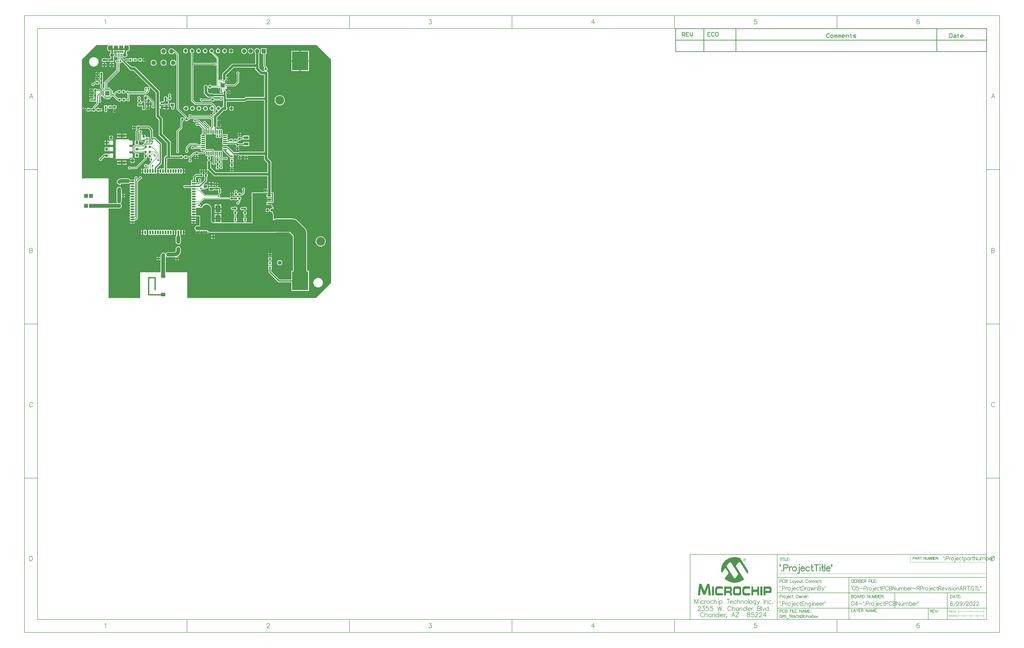
<source format=gtl>
G04*
G04 #@! TF.GenerationSoftware,Altium Limited,Altium Designer,22.5.1 (42)*
G04*
G04 Layer_Physical_Order=1*
G04 Layer_Color=255*
%FSLAX43Y43*%
%MOMM*%
G71*
G04*
G04 #@! TF.SameCoordinates,C4BC9487-C326-4BBF-99EC-16615E38A13B*
G04*
G04*
G04 #@! TF.FilePolarity,Positive*
G04*
G01*
G75*
%ADD10C,0.250*%
%ADD11C,0.200*%
%ADD12C,0.100*%
%ADD13C,0.254*%
%ADD14C,0.600*%
%ADD15C,0.127*%
%ADD16C,0.180*%
%ADD17C,0.178*%
%ADD18C,0.150*%
%ADD19C,0.350*%
%ADD22C,0.500*%
%ADD23O,1.600X0.500*%
%ADD24O,0.500X1.600*%
G04:AMPARAMS|DCode=25|XSize=0.9mm|YSize=0.8mm|CornerRadius=0.2mm|HoleSize=0mm|Usage=FLASHONLY|Rotation=90.000|XOffset=0mm|YOffset=0mm|HoleType=Round|Shape=RoundedRectangle|*
%AMROUNDEDRECTD25*
21,1,0.900,0.400,0,0,90.0*
21,1,0.500,0.800,0,0,90.0*
1,1,0.400,0.200,0.250*
1,1,0.400,0.200,-0.250*
1,1,0.400,-0.200,-0.250*
1,1,0.400,-0.200,0.250*
%
%ADD25ROUNDEDRECTD25*%
%ADD26R,6.350X7.340*%
%ADD27R,0.800X0.800*%
G04:AMPARAMS|DCode=28|XSize=0.9mm|YSize=0.8mm|CornerRadius=0.2mm|HoleSize=0mm|Usage=FLASHONLY|Rotation=0.000|XOffset=0mm|YOffset=0mm|HoleType=Round|Shape=RoundedRectangle|*
%AMROUNDEDRECTD28*
21,1,0.900,0.400,0,0,0.0*
21,1,0.500,0.800,0,0,0.0*
1,1,0.400,0.250,-0.200*
1,1,0.400,-0.250,-0.200*
1,1,0.400,-0.250,0.200*
1,1,0.400,0.250,0.200*
%
%ADD28ROUNDEDRECTD28*%
%ADD29R,0.800X0.800*%
%ADD30R,1.400X1.000*%
%ADD31R,1.000X1.400*%
%ADD32R,0.850X1.050*%
%ADD33R,1.100X1.000*%
%ADD34R,3.000X1.000*%
%ADD35R,1.540X1.540*%
%ADD36R,1.500X1.900*%
%ADD37R,0.400X1.350*%
%ADD38R,0.900X0.300*%
%ADD39R,0.300X0.900*%
%ADD40R,0.300X0.300*%
%ADD41R,1.900X1.110*%
%ADD42R,1.900X1.100*%
G04:AMPARAMS|DCode=43|XSize=1.6mm|YSize=0.6mm|CornerRadius=0.3mm|HoleSize=0mm|Usage=FLASHONLY|Rotation=180.000|XOffset=0mm|YOffset=0mm|HoleType=Round|Shape=RoundedRectangle|*
%AMROUNDEDRECTD43*
21,1,1.600,0.000,0,0,180.0*
21,1,1.000,0.600,0,0,180.0*
1,1,0.600,-0.500,0.000*
1,1,0.600,0.500,0.000*
1,1,0.600,0.500,0.000*
1,1,0.600,-0.500,0.000*
%
%ADD43ROUNDEDRECTD43*%
G04:AMPARAMS|DCode=44|XSize=1.6mm|YSize=0.6mm|CornerRadius=0.3mm|HoleSize=0mm|Usage=FLASHONLY|Rotation=270.000|XOffset=0mm|YOffset=0mm|HoleType=Round|Shape=RoundedRectangle|*
%AMROUNDEDRECTD44*
21,1,1.600,0.000,0,0,270.0*
21,1,1.000,0.600,0,0,270.0*
1,1,0.600,0.000,-0.500*
1,1,0.600,0.000,0.500*
1,1,0.600,0.000,0.500*
1,1,0.600,0.000,-0.500*
%
%ADD44ROUNDEDRECTD44*%
%ADD45R,0.250X0.350*%
%ADD46R,0.350X0.250*%
%ADD47R,1.800X1.000*%
%ADD48R,1.800X1.400*%
%ADD49R,2.000X2.800*%
%ADD50R,1.000X0.400*%
%ADD51R,1.600X0.600*%
%ADD52R,1.600X0.700*%
%ADD67R,1.800X1.800*%
%ADD83C,1.400*%
%ADD84C,1.200*%
%ADD88C,1.500*%
%ADD89C,0.700*%
G04:AMPARAMS|DCode=90|XSize=1.4mm|YSize=0.9mm|CornerRadius=0.225mm|HoleSize=0mm|Usage=FLASHONLY|Rotation=0.000|XOffset=0mm|YOffset=0mm|HoleType=Round|Shape=RoundedRectangle|*
%AMROUNDEDRECTD90*
21,1,1.400,0.450,0,0,0.0*
21,1,0.950,0.900,0,0,0.0*
1,1,0.450,0.475,-0.225*
1,1,0.450,-0.475,-0.225*
1,1,0.450,-0.475,0.225*
1,1,0.450,0.475,0.225*
%
%ADD90ROUNDEDRECTD90*%
%ADD91C,0.646*%
%ADD92R,0.500X0.400*%
%ADD93C,0.300*%
%ADD94C,1.000*%
%ADD95C,0.400*%
%ADD96C,0.800*%
%ADD97C,3.500*%
%ADD98C,5.000*%
%ADD99C,1.570*%
%ADD100C,3.450*%
%ADD101C,1.295*%
%ADD102P,1.402X8X22.5*%
%ADD103P,1.840X8X22.5*%
%ADD104C,1.450*%
%ADD105C,1.700*%
%ADD106R,1.700X1.700*%
%ADD107C,0.700*%
G36*
X18700Y63675D02*
X18200Y63675D01*
X18200Y64575D01*
X18700Y64575D01*
X18700Y63675D01*
X18700Y63675D02*
G37*
G36*
X11000Y63675D02*
X10500Y63675D01*
X10500Y64575D01*
X11000Y64575D01*
X11000Y63675D01*
X11000Y63675D02*
G37*
G36*
X18200Y63175D02*
X16900Y63175D01*
X16900Y65075D01*
X18200Y65075D01*
X18200Y63175D01*
X18200Y63175D02*
G37*
G36*
X12300Y63175D02*
X11000Y63175D01*
X11000Y65075D01*
X12300Y65075D01*
X12300Y63175D01*
X12300Y63175D02*
G37*
G36*
X97694Y59573D02*
X97694Y48225D01*
X97694Y-27773D01*
X91773Y-33694D01*
X41504Y-33694D01*
X41425Y-33600D01*
X41425Y-33567D01*
X41425Y-23600D01*
X33096Y-23600D01*
X33096Y-18263D01*
X33096Y-17419D01*
X33223Y-17375D01*
X33262Y-17426D01*
X33471Y-17587D01*
X33714Y-17687D01*
X33975Y-17722D01*
X36042Y-17722D01*
X36042Y-17724D01*
X36071Y-17722D01*
X36311Y-17722D01*
X36572Y-17687D01*
X36587Y-17681D01*
X36597Y-17680D01*
X36802Y-17631D01*
X36880Y-17743D01*
X36814Y-17841D01*
X36789Y-17969D01*
X37492Y-17969D01*
X38195Y-17969D01*
X38169Y-17841D01*
X38069Y-17691D01*
X37919Y-17591D01*
X37742Y-17556D01*
X37458Y-17556D01*
X37433Y-17429D01*
X37654Y-17337D01*
X37756Y-17275D01*
X37917Y-17242D01*
X38066Y-17143D01*
X38134Y-17042D01*
X38552Y-16684D01*
X38554Y-16685D01*
X38788Y-16380D01*
X38935Y-16024D01*
X38986Y-15642D01*
X38982Y-15642D01*
X38982Y-14575D01*
X38947Y-14314D01*
X38847Y-14071D01*
X38686Y-13862D01*
X38522Y-13736D01*
X38514Y-13636D01*
X38574Y-13562D01*
X38608Y-13530D01*
X38611Y-13530D01*
X38423Y-13341D01*
X38252Y-13341D01*
X38305Y-13394D01*
X38252Y-13521D01*
X37473Y-13521D01*
X37473Y-13700D01*
X37469Y-13701D01*
X37260Y-13862D01*
X37099Y-14071D01*
X36999Y-14314D01*
X36964Y-14575D01*
X36964Y-15392D01*
X36894Y-15449D01*
X36629Y-15591D01*
X36341Y-15678D01*
X36075Y-15705D01*
X33975Y-15705D01*
X33714Y-15739D01*
X33471Y-15840D01*
X33262Y-16000D01*
X33102Y-16209D01*
X33027Y-16390D01*
X32883Y-16411D01*
X32800Y-16303D01*
X32677Y-16208D01*
X32630Y-16139D01*
X32481Y-16039D01*
X32306Y-16004D01*
X31906Y-16004D01*
X31730Y-16039D01*
X31581Y-16139D01*
X31574Y-16149D01*
X31374Y-16303D01*
X31214Y-16512D01*
X31113Y-16755D01*
X31078Y-17016D01*
X31078Y-18263D01*
X31078Y-23600D01*
X23100Y-23600D01*
X23100Y-33567D01*
X23100Y-33600D01*
X23021Y-33694D01*
X10693Y-33694D01*
X10693Y1341D01*
X14875Y1341D01*
X15136Y1376D01*
X15379Y1477D01*
X15588Y1637D01*
X15748Y1846D01*
X15849Y2089D01*
X15884Y2350D01*
X15849Y2611D01*
X15748Y2854D01*
X15588Y3063D01*
X15446Y3173D01*
X15445Y3327D01*
X15587Y3436D01*
X15748Y3645D01*
X15848Y3888D01*
X15883Y4150D01*
X15883Y5674D01*
X16010Y5742D01*
X16050Y5715D01*
X16177Y5690D01*
X16177Y6393D01*
X16177Y7096D01*
X16050Y7070D01*
X15995Y7033D01*
X15868Y7101D01*
X15868Y8712D01*
X15833Y8973D01*
X15733Y9217D01*
X15572Y9425D01*
X15449Y9520D01*
X15443Y9596D01*
X15458Y9626D01*
X15532Y9694D01*
X15324Y9902D01*
X15153Y9902D01*
X15206Y9849D01*
X15154Y9722D01*
X14374Y9722D01*
X14374Y9594D01*
X14355Y9586D01*
X14146Y9425D01*
X13986Y9217D01*
X13885Y8973D01*
X13850Y8712D01*
X13850Y6367D01*
X13866Y6252D01*
X13866Y4150D01*
X13900Y3888D01*
X14001Y3645D01*
X14123Y3486D01*
X14061Y3359D01*
X10693Y3359D01*
X10693Y13137D01*
X306Y13137D01*
X306Y59573D01*
X6052Y65319D01*
X10529Y65319D01*
X10572Y65192D01*
X10465Y65110D01*
X10345Y64953D01*
X10269Y64771D01*
X10244Y64575D01*
X10245Y64563D01*
X10245Y63687D01*
X10244Y63675D01*
X10269Y63479D01*
X10345Y63297D01*
X10465Y63140D01*
X10622Y63020D01*
X10804Y62944D01*
X11000Y62919D01*
X11012Y62920D01*
X11539Y62920D01*
X11539Y62227D01*
X11501Y62205D01*
X11320Y62024D01*
X11191Y61801D01*
X11125Y61553D01*
X11125Y61297D01*
X11191Y61049D01*
X11320Y60826D01*
X11501Y60645D01*
X11539Y60623D01*
X11539Y60130D01*
X11509Y60130D01*
X11324Y60094D01*
X11167Y59989D01*
X11162Y59982D01*
X9881Y59982D01*
X9745Y60072D01*
X9560Y60109D01*
X8610Y60109D01*
X8424Y60072D01*
X8267Y59967D01*
X8162Y59810D01*
X8125Y59625D01*
X8125Y59175D01*
X8162Y58990D01*
X8267Y58833D01*
X8424Y58728D01*
X8610Y58691D01*
X9560Y58691D01*
X9745Y58728D01*
X9902Y58833D01*
X9921Y58860D01*
X11162Y58860D01*
X11167Y58854D01*
X11324Y58749D01*
X11509Y58712D01*
X12459Y58712D01*
X12644Y58749D01*
X12802Y58854D01*
X12907Y59011D01*
X12943Y59196D01*
X12943Y59646D01*
X12907Y59831D01*
X12802Y59989D01*
X12661Y60083D01*
X12661Y60577D01*
X12719Y60617D01*
X12846Y60551D01*
X12846Y60496D01*
X13050Y60496D01*
X13050Y61203D01*
X13075Y61297D01*
X13075Y61425D01*
X13075Y61553D01*
X13050Y61647D01*
X13050Y62354D01*
X12846Y62354D01*
X12846Y62299D01*
X12719Y62233D01*
X12661Y62273D01*
X12661Y62925D01*
X14473Y62925D01*
X14600Y62925D01*
X14600Y62925D01*
X14600Y62925D01*
X14600Y62925D01*
X16590Y62925D01*
X16611Y62920D01*
X16620Y62912D01*
X16681Y62802D01*
X16582Y62654D01*
X16539Y62440D01*
X16539Y62265D01*
X16477Y62221D01*
X16350Y62282D01*
X16350Y62350D01*
X13754Y62350D01*
X13754Y62354D01*
X13550Y62354D01*
X13550Y62350D01*
X13500Y62350D01*
X13500Y61425D01*
X13500Y60500D01*
X13550Y60500D01*
X13550Y60496D01*
X13754Y60496D01*
X13754Y60500D01*
X14275Y60500D01*
X14275Y59534D01*
X14169Y59464D01*
X14072Y59504D01*
X13833Y59504D01*
X13613Y59413D01*
X13444Y59244D01*
X13353Y59023D01*
X13353Y58785D01*
X13444Y58564D01*
X13613Y58395D01*
X13732Y58346D01*
X13732Y55557D01*
X9168Y50992D01*
X9085Y50868D01*
X9056Y50722D01*
X9056Y48626D01*
X9038Y48626D01*
X9038Y48269D01*
X8921Y48221D01*
X8328Y48813D01*
X8328Y49827D01*
X8445Y49905D01*
X8545Y50054D01*
X8579Y50229D01*
X8579Y50729D01*
X8545Y50905D01*
X8445Y51054D01*
X8430Y51064D01*
X8430Y51591D01*
X8454Y51626D01*
X8489Y51801D01*
X8489Y52301D01*
X8454Y52477D01*
X8430Y52511D01*
X8430Y52744D01*
X8492Y52893D01*
X8492Y53132D01*
X8430Y53281D01*
X8430Y53438D01*
X8516Y53567D01*
X8551Y53742D01*
X8551Y54242D01*
X8516Y54418D01*
X8417Y54567D01*
X8268Y54666D01*
X8092Y54701D01*
X7692Y54701D01*
X7517Y54666D01*
X7368Y54567D01*
X7268Y54418D01*
X7233Y54242D01*
X7233Y53742D01*
X7268Y53567D01*
X7368Y53418D01*
X7384Y53353D01*
X7292Y53132D01*
X7292Y52893D01*
X7382Y52677D01*
X7305Y52626D01*
X7206Y52477D01*
X7171Y52301D01*
X7171Y51801D01*
X7206Y51626D01*
X7305Y51477D01*
X7411Y51406D01*
X7411Y51064D01*
X7396Y51054D01*
X7297Y50905D01*
X7262Y50729D01*
X7262Y50229D01*
X7297Y50054D01*
X7396Y49905D01*
X7513Y49827D01*
X7513Y48644D01*
X7513Y48644D01*
X7544Y48488D01*
X7632Y48355D01*
X8336Y47652D01*
X8287Y47534D01*
X7850Y47534D01*
X7502Y47882D01*
X7370Y47971D01*
X7214Y48002D01*
X7214Y48002D01*
X6096Y48002D01*
X6092Y48019D01*
X5993Y48168D01*
X5844Y48268D01*
X5668Y48303D01*
X5268Y48303D01*
X5093Y48268D01*
X4944Y48168D01*
X4844Y48019D01*
X4809Y47844D01*
X4809Y47344D01*
X4844Y47168D01*
X4944Y47019D01*
X4958Y47010D01*
X4958Y46127D01*
X4910Y46095D01*
X4811Y45946D01*
X4776Y45770D01*
X4776Y45270D01*
X4811Y45095D01*
X4910Y44946D01*
X4925Y44936D01*
X4925Y44244D01*
X4238Y44244D01*
X4208Y44274D01*
X3988Y44365D01*
X3749Y44365D01*
X3528Y44274D01*
X3360Y44105D01*
X3268Y43884D01*
X3268Y43646D01*
X3360Y43425D01*
X3528Y43256D01*
X3749Y43165D01*
X3988Y43165D01*
X4131Y43225D01*
X5048Y43225D01*
X5078Y43195D01*
X5298Y43104D01*
X5537Y43104D01*
X5758Y43195D01*
X5891Y43328D01*
X6018Y43278D01*
X6018Y42487D01*
X4686Y41155D01*
X4597Y41022D01*
X4566Y40866D01*
X4566Y40866D01*
X4566Y40630D01*
X4450Y40552D01*
X4406Y40488D01*
X3367Y40488D01*
X3323Y40552D01*
X3175Y40652D01*
X2999Y40687D01*
X2599Y40687D01*
X2423Y40652D01*
X2275Y40552D01*
X2175Y40403D01*
X2140Y40228D01*
X2140Y39728D01*
X2175Y39552D01*
X2275Y39403D01*
X2423Y39304D01*
X2599Y39269D01*
X2999Y39269D01*
X3175Y39304D01*
X3323Y39403D01*
X3367Y39468D01*
X4406Y39468D01*
X4450Y39403D01*
X4598Y39304D01*
X4774Y39269D01*
X5174Y39269D01*
X5350Y39304D01*
X5498Y39403D01*
X5598Y39552D01*
X5633Y39728D01*
X5633Y40228D01*
X5598Y40403D01*
X5498Y40552D01*
X5437Y40593D01*
X5426Y40741D01*
X6714Y42029D01*
X6802Y42162D01*
X6833Y42318D01*
X6833Y42318D01*
X6833Y42776D01*
X6960Y42848D01*
X7124Y42780D01*
X7363Y42780D01*
X7584Y42871D01*
X7752Y43040D01*
X7844Y43261D01*
X7844Y43499D01*
X7752Y43720D01*
X7660Y43812D01*
X7660Y45307D01*
X7821Y45468D01*
X7938Y45419D01*
X7938Y45226D01*
X8538Y45226D01*
X8538Y44726D01*
X9034Y44726D01*
X9034Y44122D01*
X9188Y44122D01*
X9188Y44726D01*
X9338Y44726D01*
X9338Y44826D01*
X9538Y44826D01*
X9538Y44126D01*
X9688Y44126D01*
X9688Y44122D01*
X9842Y44122D01*
X9842Y44126D01*
X11338Y44126D01*
X11338Y44726D01*
X11838Y44726D01*
X11838Y45219D01*
X12515Y45219D01*
X14134Y43600D01*
X14134Y43600D01*
X14266Y43512D01*
X14420Y43481D01*
X14423Y43463D01*
X14523Y43314D01*
X14672Y43214D01*
X14847Y43179D01*
X15247Y43179D01*
X15423Y43214D01*
X15572Y43314D01*
X15671Y43463D01*
X15706Y43638D01*
X15706Y44138D01*
X15671Y44314D01*
X15572Y44463D01*
X15423Y44562D01*
X15247Y44597D01*
X14847Y44597D01*
X14672Y44562D01*
X14523Y44463D01*
X14434Y44454D01*
X13213Y45675D01*
X13229Y45838D01*
X13255Y45856D01*
X14004Y46605D01*
X14314Y46605D01*
X14322Y46562D01*
X14422Y46413D01*
X14571Y46313D01*
X14746Y46278D01*
X15146Y46278D01*
X15322Y46313D01*
X15471Y46413D01*
X15570Y46562D01*
X15605Y46737D01*
X15605Y47237D01*
X15570Y47413D01*
X15471Y47562D01*
X15322Y47661D01*
X15146Y47696D01*
X14746Y47696D01*
X14571Y47661D01*
X14422Y47562D01*
X14322Y47413D01*
X14314Y47369D01*
X13846Y47369D01*
X13699Y47340D01*
X13575Y47257D01*
X12827Y46509D01*
X12438Y46509D01*
X12438Y47526D01*
X11838Y47526D01*
X11838Y48026D01*
X11338Y48026D01*
X11338Y48626D01*
X10842Y48626D01*
X10842Y48630D01*
X10320Y48630D01*
X10320Y50357D01*
X14927Y54964D01*
X15010Y55088D01*
X15039Y55234D01*
X15039Y58252D01*
X15145Y58323D01*
X15243Y58282D01*
X15481Y58282D01*
X15702Y58374D01*
X15871Y58542D01*
X15962Y58763D01*
X15962Y58789D01*
X16079Y58837D01*
X16232Y58685D01*
X16232Y58615D01*
X16323Y58394D01*
X16492Y58225D01*
X16710Y58135D01*
X16976Y57869D01*
X17066Y57651D01*
X17235Y57483D01*
X17329Y57443D01*
X17748Y57025D01*
X17749Y57017D01*
X17882Y56819D01*
X18252Y56449D01*
X18273Y56397D01*
X18377Y56261D01*
X18769Y55870D01*
X18844Y55689D01*
X18964Y55532D01*
X19121Y55412D01*
X19303Y55336D01*
X19499Y55310D01*
X20438Y55310D01*
X29210Y46538D01*
X29210Y37470D01*
X29236Y37274D01*
X29311Y37091D01*
X29432Y36935D01*
X30369Y35997D01*
X30369Y30286D01*
X30395Y30091D01*
X30470Y29908D01*
X30591Y29751D01*
X33530Y26812D01*
X33530Y22016D01*
X33351Y22016D01*
X33137Y21973D01*
X32955Y21852D01*
X32603Y21500D01*
X32482Y21318D01*
X32439Y21104D01*
X32439Y17021D01*
X32312Y16953D01*
X32215Y17018D01*
X32000Y17061D01*
X31785Y17018D01*
X31603Y16897D01*
X31563Y16837D01*
X31437Y16837D01*
X31397Y16897D01*
X31215Y17018D01*
X31000Y17061D01*
X30785Y17018D01*
X30603Y16897D01*
X30566Y16840D01*
X30439Y16840D01*
X30399Y16899D01*
X30250Y16999D01*
X30250Y16000D01*
X30250Y15001D01*
X30399Y15101D01*
X30439Y15160D01*
X30566Y15160D01*
X30603Y15103D01*
X30785Y14982D01*
X31000Y14939D01*
X31215Y14982D01*
X31397Y15103D01*
X31437Y15163D01*
X31563Y15163D01*
X31603Y15103D01*
X31785Y14982D01*
X32000Y14939D01*
X32215Y14982D01*
X32397Y15103D01*
X32437Y15163D01*
X32563Y15163D01*
X32603Y15103D01*
X32785Y14982D01*
X33000Y14939D01*
X33215Y14982D01*
X33397Y15103D01*
X33437Y15163D01*
X33563Y15163D01*
X33603Y15103D01*
X33785Y14982D01*
X34000Y14939D01*
X34215Y14982D01*
X34397Y15103D01*
X34437Y15163D01*
X34563Y15163D01*
X34603Y15103D01*
X34785Y14982D01*
X35000Y14939D01*
X35215Y14982D01*
X35397Y15103D01*
X35437Y15163D01*
X35563Y15163D01*
X35603Y15103D01*
X35785Y14982D01*
X36000Y14939D01*
X36215Y14982D01*
X36397Y15103D01*
X36437Y15163D01*
X36563Y15163D01*
X36603Y15103D01*
X36785Y14982D01*
X37000Y14939D01*
X37215Y14982D01*
X37397Y15103D01*
X37437Y15163D01*
X37563Y15163D01*
X37603Y15103D01*
X37785Y14982D01*
X38000Y14939D01*
X38215Y14982D01*
X38397Y15103D01*
X38437Y15163D01*
X38563Y15163D01*
X38603Y15103D01*
X38785Y14982D01*
X39000Y14939D01*
X39215Y14982D01*
X39397Y15103D01*
X39434Y15160D01*
X39561Y15160D01*
X39601Y15101D01*
X39750Y15001D01*
X39750Y16000D01*
X39750Y16999D01*
X39601Y16899D01*
X39561Y16840D01*
X39434Y16840D01*
X39397Y16897D01*
X39215Y17018D01*
X39000Y17061D01*
X38785Y17018D01*
X38603Y16897D01*
X38563Y16837D01*
X38437Y16837D01*
X38397Y16897D01*
X38215Y17018D01*
X38000Y17061D01*
X37785Y17018D01*
X37603Y16897D01*
X37563Y16837D01*
X37437Y16837D01*
X37397Y16897D01*
X37215Y17018D01*
X37000Y17061D01*
X36785Y17018D01*
X36603Y16897D01*
X36563Y16837D01*
X36437Y16837D01*
X36397Y16897D01*
X36215Y17018D01*
X36000Y17061D01*
X35785Y17018D01*
X35603Y16897D01*
X35563Y16837D01*
X35437Y16837D01*
X35397Y16897D01*
X35215Y17018D01*
X35000Y17061D01*
X34785Y17018D01*
X34603Y16897D01*
X34563Y16837D01*
X34437Y16837D01*
X34397Y16897D01*
X34215Y17018D01*
X34000Y17061D01*
X33785Y17018D01*
X33688Y16953D01*
X33561Y17021D01*
X33561Y20872D01*
X33584Y20895D01*
X38666Y20895D01*
X38676Y20881D01*
X38824Y20781D01*
X39000Y20747D01*
X39400Y20747D01*
X39576Y20781D01*
X39724Y20881D01*
X39824Y21030D01*
X39859Y21205D01*
X39859Y21705D01*
X39824Y21881D01*
X39724Y22030D01*
X39576Y22129D01*
X39400Y22164D01*
X39000Y22164D01*
X38824Y22129D01*
X38676Y22030D01*
X38666Y22016D01*
X35043Y22016D01*
X35043Y27126D01*
X35017Y27321D01*
X34941Y27504D01*
X34821Y27661D01*
X31882Y30600D01*
X31882Y36311D01*
X31856Y36507D01*
X31781Y36689D01*
X31660Y36846D01*
X30723Y37783D01*
X30723Y40624D01*
X30850Y40636D01*
X30872Y40525D01*
X30972Y40375D01*
X31123Y40275D01*
X31300Y40239D01*
X31300Y40902D01*
X31300Y41565D01*
X31123Y41530D01*
X30972Y41430D01*
X30872Y41280D01*
X30850Y41169D01*
X30723Y41181D01*
X30723Y42244D01*
X30850Y42257D01*
X30876Y42127D01*
X30975Y41978D01*
X31124Y41879D01*
X31300Y41844D01*
X31800Y41844D01*
X31975Y41879D01*
X32022Y41910D01*
X32252Y41910D01*
X32486Y41956D01*
X32579Y42018D01*
X34257Y42018D01*
X34257Y43518D01*
X33597Y43518D01*
X33597Y43989D01*
X33609Y44007D01*
X33644Y44183D01*
X33644Y44683D01*
X33609Y44858D01*
X33509Y45007D01*
X33361Y45107D01*
X33185Y45142D01*
X32785Y45142D01*
X32609Y45107D01*
X32461Y45007D01*
X32361Y44858D01*
X32326Y44683D01*
X32326Y44183D01*
X32361Y44007D01*
X32373Y43989D01*
X32373Y43518D01*
X32357Y43518D01*
X32357Y43352D01*
X32265Y43333D01*
X32066Y43201D01*
X31999Y43133D01*
X31940Y43133D01*
X31800Y43161D01*
X31300Y43161D01*
X31124Y43126D01*
X30975Y43027D01*
X30876Y42878D01*
X30850Y42748D01*
X30723Y42761D01*
X30723Y46851D01*
X30723Y46851D01*
X30710Y46949D01*
X30697Y47047D01*
X30622Y47230D01*
X30502Y47386D01*
X21286Y56602D01*
X21129Y56722D01*
X20947Y56798D01*
X20751Y56823D01*
X19670Y56823D01*
X19305Y57188D01*
X19169Y57293D01*
X19117Y57314D01*
X18747Y57684D01*
X18549Y57816D01*
X18541Y57818D01*
X18122Y58236D01*
X18083Y58331D01*
X17914Y58500D01*
X17697Y58590D01*
X17533Y58754D01*
X17728Y58949D01*
X18700Y58949D01*
X18700Y58809D01*
X20000Y58809D01*
X20000Y60109D01*
X18700Y60109D01*
X18700Y59969D01*
X17516Y59969D01*
X17321Y59930D01*
X17156Y59819D01*
X16776Y59439D01*
X16359Y59856D01*
X16359Y60621D01*
X16476Y60670D01*
X16501Y60645D01*
X16724Y60516D01*
X16972Y60450D01*
X17228Y60450D01*
X17476Y60516D01*
X17699Y60645D01*
X17880Y60826D01*
X18009Y61049D01*
X18075Y61297D01*
X18075Y61553D01*
X18009Y61801D01*
X17880Y62024D01*
X17699Y62205D01*
X17694Y62241D01*
X17768Y62315D01*
X17890Y62497D01*
X17933Y62712D01*
X17933Y62920D01*
X18188Y62920D01*
X18200Y62919D01*
X18396Y62944D01*
X18578Y63020D01*
X18735Y63140D01*
X18855Y63297D01*
X18931Y63479D01*
X18956Y63675D01*
X18955Y63687D01*
X18955Y64563D01*
X18956Y64575D01*
X18931Y64771D01*
X18855Y64953D01*
X18735Y65110D01*
X18628Y65192D01*
X18671Y65319D01*
X91948Y65319D01*
X97694Y59573D01*
X97694Y59573D02*
G37*
G36*
X259352Y-135547D02*
X259440Y-135573D01*
X259542Y-135611D01*
X259631Y-135674D01*
X259720Y-135776D01*
X259783Y-135903D01*
X259809Y-135992D01*
X259809Y-136081D01*
X259809Y-136106D01*
X259796Y-136170D01*
X259783Y-136259D01*
X259745Y-136373D01*
X259682Y-136474D01*
X259580Y-136563D01*
X259440Y-136640D01*
X259364Y-136652D01*
X259263Y-136665D01*
X259225Y-136665D01*
X259174Y-136652D01*
X259123Y-136640D01*
X258983Y-136589D01*
X258907Y-136551D01*
X258844Y-136500D01*
X258831Y-136487D01*
X258818Y-136462D01*
X258793Y-136436D01*
X258767Y-136386D01*
X258704Y-136246D01*
X258691Y-136170D01*
X258678Y-136081D01*
X258678Y-136068D01*
X258678Y-136043D01*
X258691Y-136005D01*
X258704Y-135941D01*
X258755Y-135827D01*
X258805Y-135763D01*
X258856Y-135700D01*
X258869Y-135687D01*
X258882Y-135674D01*
X258920Y-135649D01*
X258971Y-135611D01*
X259098Y-135560D01*
X259174Y-135547D01*
X259263Y-135535D01*
X259288Y-135535D01*
X259352Y-135547D01*
X259352Y-135547D02*
G37*
G36*
X255732Y-135052D02*
X255859Y-135065D01*
X255986Y-135077D01*
X256138Y-135090D01*
X256456Y-135141D01*
X256799Y-135217D01*
X257154Y-135319D01*
X257510Y-135458D01*
X260685Y-140500D01*
X260685Y-140513D01*
X260685Y-140538D01*
X260672Y-140589D01*
X260672Y-140653D01*
X260660Y-140742D01*
X260647Y-140831D01*
X260596Y-141046D01*
X260596Y-141059D01*
X260583Y-141097D01*
X260571Y-141161D01*
X260558Y-141237D01*
X260533Y-141326D01*
X260495Y-141427D01*
X260431Y-141669D01*
X257675Y-137363D01*
X257662Y-137351D01*
X257637Y-137313D01*
X257586Y-137262D01*
X257535Y-137198D01*
X257459Y-137135D01*
X257370Y-137084D01*
X257281Y-137046D01*
X257180Y-137033D01*
X257142Y-137033D01*
X257091Y-137046D01*
X257027Y-137071D01*
X256964Y-137109D01*
X256888Y-137173D01*
X256799Y-137249D01*
X256723Y-137351D01*
X255808Y-138608D01*
X259034Y-143713D01*
X259021Y-143726D01*
X258958Y-143777D01*
X258882Y-143840D01*
X258755Y-143929D01*
X258615Y-144031D01*
X258437Y-144145D01*
X258221Y-144272D01*
X257993Y-144399D01*
X257726Y-144526D01*
X257447Y-144653D01*
X257142Y-144768D01*
X256812Y-144869D01*
X256456Y-144958D01*
X256088Y-145022D01*
X255707Y-145072D01*
X255300Y-145085D01*
X255199Y-145085D01*
X255084Y-145072D01*
X254932Y-145060D01*
X254741Y-145034D01*
X254513Y-144996D01*
X254259Y-144945D01*
X253992Y-144882D01*
X253700Y-144793D01*
X253383Y-144679D01*
X253065Y-144552D01*
X252748Y-144387D01*
X252417Y-144196D01*
X252087Y-143980D01*
X251770Y-143726D01*
X251465Y-143434D01*
X252836Y-141542D01*
X252849Y-141529D01*
X252875Y-141478D01*
X252887Y-141440D01*
X252900Y-141389D01*
X252925Y-141313D01*
X252938Y-141237D01*
X252938Y-141224D01*
X252938Y-141212D01*
X252925Y-141135D01*
X252875Y-141008D01*
X252836Y-140932D01*
X252786Y-140856D01*
X251770Y-139268D01*
X250258Y-141364D01*
X250258Y-141351D01*
X250246Y-141339D01*
X250246Y-141300D01*
X250233Y-141250D01*
X250208Y-141123D01*
X250169Y-140958D01*
X250131Y-140742D01*
X250106Y-140513D01*
X250093Y-140259D01*
X250081Y-139980D01*
X250081Y-139954D01*
X250081Y-139891D01*
X250093Y-139789D01*
X250106Y-139649D01*
X250131Y-139484D01*
X250157Y-139281D01*
X250208Y-139065D01*
X250258Y-138824D01*
X250335Y-138557D01*
X250436Y-138291D01*
X250550Y-138011D01*
X250690Y-137719D01*
X250855Y-137440D01*
X251046Y-137148D01*
X251274Y-136868D01*
X251528Y-136589D01*
X251541Y-136576D01*
X251605Y-136525D01*
X251693Y-136449D01*
X251808Y-136347D01*
X251960Y-136233D01*
X252138Y-136093D01*
X252354Y-135954D01*
X252595Y-135814D01*
X252875Y-135674D01*
X253167Y-135535D01*
X253484Y-135395D01*
X253827Y-135281D01*
X254208Y-135179D01*
X254589Y-135103D01*
X255008Y-135052D01*
X255440Y-135039D01*
X255630Y-135039D01*
X255732Y-135052D01*
X255732Y-135052D02*
G37*
G36*
X260990Y-146520D02*
X261066Y-146520D01*
X261117Y-146533D01*
X261130Y-146533D01*
X261155Y-146546D01*
X261206Y-146571D01*
X261257Y-146596D01*
X261307Y-146647D01*
X261358Y-146698D01*
X261409Y-146774D01*
X261434Y-146876D01*
X261434Y-146888D01*
X261434Y-146914D01*
X261447Y-146952D01*
X261447Y-147015D01*
X261447Y-147092D01*
X261460Y-147181D01*
X261460Y-147295D01*
X261460Y-147435D01*
X259580Y-147384D01*
X259567Y-147384D01*
X259517Y-147396D01*
X259440Y-147422D01*
X259364Y-147460D01*
X259275Y-147549D01*
X259212Y-147676D01*
X259174Y-147752D01*
X259161Y-147854D01*
X259136Y-147955D01*
X259136Y-148082D01*
X259136Y-148463D01*
X259136Y-148476D01*
X259136Y-148489D01*
X259148Y-148565D01*
X259161Y-148679D01*
X259186Y-148806D01*
X259237Y-148933D01*
X259313Y-149047D01*
X259415Y-149124D01*
X259479Y-149136D01*
X259555Y-149149D01*
X261485Y-149149D01*
X261485Y-149174D01*
X261485Y-149238D01*
X261485Y-149327D01*
X261472Y-149441D01*
X261460Y-149568D01*
X261447Y-149682D01*
X261422Y-149771D01*
X261384Y-149848D01*
X261384Y-149860D01*
X261358Y-149873D01*
X261320Y-149898D01*
X261257Y-149936D01*
X261168Y-149975D01*
X261053Y-150000D01*
X260914Y-150013D01*
X260736Y-150025D01*
X259339Y-150025D01*
X259225Y-150000D01*
X259085Y-149975D01*
X258932Y-149936D01*
X258793Y-149873D01*
X258653Y-149784D01*
X258551Y-149657D01*
X258551Y-149644D01*
X258526Y-149606D01*
X258501Y-149543D01*
X258475Y-149441D01*
X258450Y-149327D01*
X258424Y-149174D01*
X258412Y-148997D01*
X258399Y-148793D01*
X258399Y-147765D01*
X258399Y-147752D01*
X258399Y-147727D01*
X258399Y-147676D01*
X258412Y-147625D01*
X258424Y-147473D01*
X258450Y-147295D01*
X258501Y-147104D01*
X258577Y-146914D01*
X258678Y-146761D01*
X258742Y-146685D01*
X258818Y-146634D01*
X258831Y-146634D01*
X258856Y-146609D01*
X258907Y-146596D01*
X258971Y-146571D01*
X259059Y-146546D01*
X259161Y-146533D01*
X259288Y-146507D01*
X260825Y-146507D01*
X260990Y-146520D01*
X260990Y-146520D02*
G37*
G36*
X264914Y-150000D02*
X264178Y-150000D01*
X264178Y-148692D01*
X262628Y-148692D01*
X262628Y-150000D01*
X261942Y-150000D01*
X261942Y-146533D01*
X262628Y-146533D01*
X262628Y-147765D01*
X264178Y-147765D01*
X264178Y-146533D01*
X264914Y-146533D01*
X264914Y-150000D01*
X264914Y-150000D02*
G37*
G36*
X245216Y-145415D02*
X245280Y-145428D01*
X245356Y-145466D01*
X245432Y-145530D01*
X245509Y-145631D01*
X245559Y-145758D01*
X245597Y-145936D01*
X246067Y-150000D01*
X245204Y-150000D01*
X244962Y-147079D01*
X244937Y-147079D01*
X244048Y-149428D01*
X244035Y-149441D01*
X244023Y-149492D01*
X243985Y-149543D01*
X243934Y-149619D01*
X243858Y-149682D01*
X243769Y-149746D01*
X243667Y-149797D01*
X243540Y-149809D01*
X243527Y-149809D01*
X243477Y-149797D01*
X243413Y-149784D01*
X243324Y-149759D01*
X243235Y-149721D01*
X243146Y-149644D01*
X243057Y-149555D01*
X242994Y-149428D01*
X242118Y-147117D01*
X242105Y-147117D01*
X241851Y-150000D01*
X241000Y-150000D01*
X241445Y-145898D01*
X241445Y-145872D01*
X241457Y-145822D01*
X241483Y-145745D01*
X241521Y-145644D01*
X241584Y-145555D01*
X241660Y-145479D01*
X241775Y-145428D01*
X241902Y-145403D01*
X241927Y-145403D01*
X241978Y-145415D01*
X242054Y-145428D01*
X242156Y-145453D01*
X242257Y-145517D01*
X242359Y-145593D01*
X242461Y-145707D01*
X242537Y-145860D01*
X243527Y-148374D01*
X243540Y-148374D01*
X244531Y-145860D01*
X244543Y-145834D01*
X244569Y-145784D01*
X244607Y-145720D01*
X244670Y-145631D01*
X244759Y-145542D01*
X244874Y-145479D01*
X245001Y-145428D01*
X245153Y-145403D01*
X245166Y-145403D01*
X245216Y-145415D01*
X245216Y-145415D02*
G37*
G36*
X269042Y-146546D02*
X269156Y-146558D01*
X269296Y-146609D01*
X269435Y-146673D01*
X269562Y-146774D01*
X269677Y-146927D01*
X269715Y-147015D01*
X269753Y-147117D01*
X269753Y-147130D01*
X269766Y-147155D01*
X269766Y-147219D01*
X269778Y-147282D01*
X269791Y-147371D01*
X269791Y-147473D01*
X269804Y-147600D01*
X269804Y-147727D01*
X269804Y-148006D01*
X269804Y-148019D01*
X269804Y-148031D01*
X269804Y-148108D01*
X269791Y-148209D01*
X269778Y-148349D01*
X269753Y-148489D01*
X269715Y-148641D01*
X269664Y-148781D01*
X269600Y-148895D01*
X269588Y-148908D01*
X269575Y-148933D01*
X269537Y-148971D01*
X269486Y-149009D01*
X269410Y-149047D01*
X269334Y-149086D01*
X269245Y-149111D01*
X269131Y-149124D01*
X267416Y-149124D01*
X267416Y-150000D01*
X266692Y-150000D01*
X266692Y-146533D01*
X268965Y-146533D01*
X269042Y-146546D01*
X269042Y-146546D02*
G37*
G36*
X266235Y-150000D02*
X265422Y-150000D01*
X265422Y-146533D01*
X266235Y-146533D01*
X266235Y-150000D01*
X266235Y-150000D02*
G37*
G36*
X253725Y-146546D02*
X253840Y-146584D01*
X253967Y-146660D01*
X254030Y-146711D01*
X254094Y-146787D01*
X254157Y-146863D01*
X254208Y-146965D01*
X254246Y-147079D01*
X254284Y-147219D01*
X254297Y-147384D01*
X254310Y-147562D01*
X254310Y-147777D01*
X254310Y-147790D01*
X254310Y-147803D01*
X254310Y-147841D01*
X254310Y-147892D01*
X254284Y-148019D01*
X254259Y-148158D01*
X254208Y-148311D01*
X254145Y-148451D01*
X254043Y-148565D01*
X253979Y-148616D01*
X253916Y-148641D01*
X253916Y-148654D01*
X253929Y-148654D01*
X253979Y-148679D01*
X254043Y-148730D01*
X254119Y-148793D01*
X254183Y-148895D01*
X254246Y-149022D01*
X254297Y-149200D01*
X254310Y-149314D01*
X254310Y-149428D01*
X254310Y-150000D01*
X253573Y-150000D01*
X253573Y-149594D01*
X253573Y-149581D01*
X253573Y-149543D01*
X253573Y-149492D01*
X253573Y-149441D01*
X253560Y-149314D01*
X253560Y-149263D01*
X253548Y-149225D01*
X253535Y-149200D01*
X253497Y-149162D01*
X253408Y-149124D01*
X253294Y-149098D01*
X252011Y-149098D01*
X252011Y-150000D01*
X251274Y-150000D01*
X251274Y-146533D01*
X253649Y-146533D01*
X253725Y-146546D01*
X253725Y-146546D02*
G37*
G36*
X247312Y-150000D02*
X246499Y-150000D01*
X246499Y-146533D01*
X247312Y-146533D01*
X247312Y-150000D01*
X247312Y-150000D02*
G37*
G36*
X257154Y-146520D02*
X257281Y-146546D01*
X257421Y-146584D01*
X257561Y-146634D01*
X257675Y-146711D01*
X257777Y-146812D01*
X257789Y-146825D01*
X257815Y-146863D01*
X257840Y-146939D01*
X257891Y-147041D01*
X257929Y-147181D01*
X257954Y-147333D01*
X257980Y-147523D01*
X257993Y-147752D01*
X257993Y-148781D01*
X257993Y-148793D01*
X257993Y-148819D01*
X257993Y-148870D01*
X257980Y-148933D01*
X257967Y-149098D01*
X257929Y-149289D01*
X257866Y-149492D01*
X257777Y-149682D01*
X257650Y-149848D01*
X257574Y-149911D01*
X257485Y-149962D01*
X257472Y-149962D01*
X257447Y-149975D01*
X257408Y-149987D01*
X257345Y-149987D01*
X257269Y-150000D01*
X257180Y-150013D01*
X257066Y-150025D01*
X255694Y-150025D01*
X255592Y-150013D01*
X255453Y-149987D01*
X255313Y-149949D01*
X255173Y-149886D01*
X255034Y-149809D01*
X254932Y-149695D01*
X254919Y-149682D01*
X254907Y-149644D01*
X254868Y-149568D01*
X254843Y-149467D01*
X254805Y-149340D01*
X254767Y-149187D01*
X254754Y-148997D01*
X254741Y-148781D01*
X254741Y-147752D01*
X254741Y-147739D01*
X254741Y-147701D01*
X254741Y-147650D01*
X254754Y-147587D01*
X254754Y-147511D01*
X254780Y-147409D01*
X254818Y-147206D01*
X254894Y-147003D01*
X254995Y-146800D01*
X255059Y-146723D01*
X255148Y-146647D01*
X255237Y-146584D01*
X255338Y-146546D01*
X255351Y-146546D01*
X255376Y-146533D01*
X255415Y-146533D01*
X255465Y-146520D01*
X255529Y-146520D01*
X255605Y-146507D01*
X257053Y-146507D01*
X257154Y-146520D01*
X257154Y-146520D02*
G37*
G36*
X250081Y-146520D02*
X250258Y-146520D01*
X250411Y-146533D01*
X250487Y-146546D01*
X250538Y-146558D01*
X250589Y-146571D01*
X250614Y-146584D01*
X250627Y-146584D01*
X250639Y-146609D01*
X250677Y-146660D01*
X250716Y-146723D01*
X250741Y-146825D01*
X250779Y-146965D01*
X250792Y-147155D01*
X250804Y-147257D01*
X250804Y-147384D01*
X248912Y-147384D01*
X248823Y-147396D01*
X248722Y-147447D01*
X248671Y-147473D01*
X248620Y-147523D01*
X248620Y-147536D01*
X248607Y-147549D01*
X248582Y-147587D01*
X248569Y-147650D01*
X248544Y-147727D01*
X248518Y-147816D01*
X248506Y-147943D01*
X248506Y-148082D01*
X248506Y-148463D01*
X248506Y-148476D01*
X248506Y-148527D01*
X248506Y-148603D01*
X248518Y-148679D01*
X248531Y-148857D01*
X248544Y-148933D01*
X248569Y-148984D01*
X248569Y-148997D01*
X248582Y-149009D01*
X248645Y-149060D01*
X248696Y-149098D01*
X248760Y-149124D01*
X248836Y-149136D01*
X248925Y-149149D01*
X250855Y-149149D01*
X250855Y-149174D01*
X250855Y-149225D01*
X250855Y-149314D01*
X250843Y-149416D01*
X250830Y-149530D01*
X250817Y-149644D01*
X250792Y-149733D01*
X250754Y-149809D01*
X250741Y-149822D01*
X250728Y-149848D01*
X250677Y-149873D01*
X250627Y-149911D01*
X250538Y-149962D01*
X250423Y-149987D01*
X250284Y-150013D01*
X250106Y-150025D01*
X248709Y-150025D01*
X248595Y-150013D01*
X248480Y-149987D01*
X248341Y-149962D01*
X248201Y-149911D01*
X248074Y-149835D01*
X247972Y-149746D01*
X247960Y-149733D01*
X247934Y-149695D01*
X247896Y-149619D01*
X247858Y-149517D01*
X247820Y-149390D01*
X247782Y-149225D01*
X247756Y-149022D01*
X247744Y-148781D01*
X247744Y-147752D01*
X247744Y-147739D01*
X247744Y-147701D01*
X247744Y-147650D01*
X247756Y-147574D01*
X247769Y-147485D01*
X247782Y-147396D01*
X247833Y-147181D01*
X247922Y-146965D01*
X248049Y-146761D01*
X248125Y-146673D01*
X248226Y-146609D01*
X248328Y-146558D01*
X248455Y-146520D01*
X248480Y-146520D01*
X248557Y-146507D01*
X249915Y-146507D01*
X250081Y-146520D01*
X250081Y-146520D02*
G37*
%LPC*%
G36*
X58739Y63888D02*
X58739Y63116D01*
X59511Y63116D01*
X59452Y63337D01*
X59333Y63542D01*
X59165Y63710D01*
X58960Y63829D01*
X58739Y63888D01*
X58739Y63888D02*
G37*
G36*
X58485Y63888D02*
X58264Y63829D01*
X58058Y63710D01*
X57890Y63542D01*
X57772Y63337D01*
X57712Y63116D01*
X58485Y63116D01*
X58485Y63888D01*
X58485Y63888D02*
G37*
G36*
X66394Y64026D02*
X66376Y64026D01*
X66376Y63049D01*
X67353Y63049D01*
X67353Y63067D01*
X67278Y63348D01*
X67132Y63600D01*
X66927Y63805D01*
X66675Y63950D01*
X66394Y64026D01*
X66394Y64026D02*
G37*
G36*
X66122Y64026D02*
X66104Y64026D01*
X65823Y63950D01*
X65571Y63805D01*
X65365Y63600D01*
X65220Y63348D01*
X65145Y63067D01*
X65145Y63049D01*
X66122Y63049D01*
X66122Y64026D01*
X66122Y64026D02*
G37*
G36*
X56190Y63887D02*
X55954Y63887D01*
X55725Y63825D01*
X55521Y63707D01*
X55353Y63540D01*
X55235Y63335D01*
X55174Y63107D01*
X55174Y62871D01*
X55235Y62642D01*
X55353Y62438D01*
X55521Y62271D01*
X55725Y62152D01*
X55954Y62091D01*
X56190Y62091D01*
X56418Y62152D01*
X56623Y62271D01*
X56790Y62438D01*
X56908Y62642D01*
X56970Y62871D01*
X56970Y63107D01*
X56908Y63335D01*
X56790Y63540D01*
X56623Y63707D01*
X56418Y63825D01*
X56190Y63887D01*
X56190Y63887D02*
G37*
G36*
X53650Y63887D02*
X53414Y63887D01*
X53185Y63825D01*
X52981Y63707D01*
X52813Y63540D01*
X52695Y63335D01*
X52634Y63107D01*
X52634Y62871D01*
X52695Y62642D01*
X52813Y62438D01*
X52981Y62271D01*
X53185Y62152D01*
X53414Y62091D01*
X53650Y62091D01*
X53878Y62152D01*
X54083Y62271D01*
X54250Y62438D01*
X54368Y62642D01*
X54430Y62871D01*
X54430Y63107D01*
X54368Y63335D01*
X54250Y63540D01*
X54083Y63707D01*
X53878Y63825D01*
X53650Y63887D01*
X53650Y63887D02*
G37*
G36*
X48570Y63887D02*
X48334Y63887D01*
X48105Y63825D01*
X47901Y63707D01*
X47733Y63540D01*
X47615Y63335D01*
X47554Y63107D01*
X47554Y62871D01*
X47615Y62642D01*
X47733Y62438D01*
X47901Y62271D01*
X48105Y62152D01*
X48334Y62091D01*
X48570Y62091D01*
X48798Y62152D01*
X49003Y62271D01*
X49170Y62438D01*
X49288Y62642D01*
X49350Y62871D01*
X49350Y63107D01*
X49288Y63335D01*
X49170Y63540D01*
X49003Y63707D01*
X48798Y63825D01*
X48570Y63887D01*
X48570Y63887D02*
G37*
G36*
X46030Y63887D02*
X45794Y63887D01*
X45565Y63825D01*
X45361Y63707D01*
X45193Y63540D01*
X45075Y63335D01*
X45014Y63107D01*
X45014Y62871D01*
X45075Y62642D01*
X45193Y62438D01*
X45361Y62271D01*
X45565Y62152D01*
X45794Y62091D01*
X46030Y62091D01*
X46258Y62152D01*
X46463Y62271D01*
X46630Y62438D01*
X46748Y62642D01*
X46810Y62871D01*
X46810Y63107D01*
X46748Y63335D01*
X46630Y63540D01*
X46463Y63707D01*
X46258Y63825D01*
X46030Y63887D01*
X46030Y63887D02*
G37*
G36*
X41281Y63887D02*
X40383Y63887D01*
X39934Y63438D01*
X39934Y62540D01*
X40383Y62091D01*
X41281Y62091D01*
X41730Y62540D01*
X41730Y63438D01*
X41281Y63887D01*
X41281Y63887D02*
G37*
G36*
X59511Y62862D02*
X58739Y62862D01*
X58739Y62089D01*
X58960Y62149D01*
X59165Y62267D01*
X59333Y62435D01*
X59452Y62641D01*
X59511Y62862D01*
X59511Y62862D02*
G37*
G36*
X58485Y62862D02*
X57712Y62862D01*
X57772Y62641D01*
X57890Y62435D01*
X58058Y62267D01*
X58264Y62149D01*
X58485Y62089D01*
X58485Y62862D01*
X58485Y62862D02*
G37*
G36*
X63854Y64022D02*
X63564Y64022D01*
X63284Y63947D01*
X63033Y63802D01*
X62829Y63597D01*
X62684Y63346D01*
X62609Y63066D01*
X62609Y62777D01*
X62684Y62497D01*
X62829Y62246D01*
X63033Y62041D01*
X63284Y61897D01*
X63564Y61822D01*
X63854Y61822D01*
X64133Y61897D01*
X64384Y62041D01*
X64589Y62246D01*
X64734Y62497D01*
X64809Y62777D01*
X64809Y63066D01*
X64734Y63346D01*
X64589Y63597D01*
X64384Y63802D01*
X64133Y63947D01*
X63854Y64022D01*
X63854Y64022D02*
G37*
G36*
X67353Y62795D02*
X66376Y62795D01*
X66376Y61818D01*
X66394Y61818D01*
X66675Y61893D01*
X66927Y62038D01*
X67132Y62244D01*
X67278Y62496D01*
X67353Y62776D01*
X67353Y62795D01*
X67353Y62795D02*
G37*
G36*
X66122Y62795D02*
X65145Y62795D01*
X65145Y62776D01*
X65220Y62496D01*
X65365Y62244D01*
X65571Y62038D01*
X65823Y61893D01*
X66104Y61818D01*
X66122Y61818D01*
X66122Y62795D01*
X66122Y62795D02*
G37*
G36*
X32750Y63916D02*
X31650Y63916D01*
X31100Y63366D01*
X31100Y62266D01*
X31650Y61716D01*
X32750Y61716D01*
X33300Y62266D01*
X33300Y63366D01*
X32750Y63916D01*
X32750Y63916D02*
G37*
G36*
X23387Y60201D02*
X22987Y60201D01*
X22812Y60166D01*
X22663Y60067D01*
X22563Y59918D01*
X22553Y59867D01*
X21600Y59867D01*
X21600Y60109D01*
X20300Y60109D01*
X20300Y58809D01*
X21600Y58809D01*
X21600Y59051D01*
X22574Y59051D01*
X22663Y58918D01*
X22812Y58818D01*
X22987Y58783D01*
X23387Y58783D01*
X23563Y58818D01*
X23712Y58918D01*
X23811Y59067D01*
X23846Y59242D01*
X23846Y59742D01*
X23811Y59918D01*
X23712Y60067D01*
X23563Y60166D01*
X23387Y60201D01*
X23387Y60201D02*
G37*
G36*
X25037Y60195D02*
X25037Y59742D01*
X25450Y59742D01*
X25415Y59919D01*
X25314Y60070D01*
X25164Y60170D01*
X25037Y60195D01*
X25037Y60195D02*
G37*
G36*
X24537Y60195D02*
X24410Y60170D01*
X24260Y60070D01*
X24159Y59919D01*
X24124Y59742D01*
X24537Y59742D01*
X24537Y60195D01*
X24537Y60195D02*
G37*
G36*
X89025Y62979D02*
X85850Y62979D01*
X85850Y59309D01*
X89025Y59309D01*
X89025Y62979D01*
X89025Y62979D02*
G37*
G36*
X85350Y62979D02*
X82175Y62979D01*
X82175Y59309D01*
X85350Y59309D01*
X85350Y62979D01*
X85350Y62979D02*
G37*
G36*
X25450Y59242D02*
X25037Y59242D01*
X25037Y58789D01*
X25164Y58815D01*
X25314Y58915D01*
X25415Y59065D01*
X25450Y59242D01*
X25450Y59242D01*
X25450Y59242D02*
G37*
G36*
X24537Y59242D02*
X24124Y59242D01*
X24124Y59242D01*
X24159Y59065D01*
X24260Y58915D01*
X24410Y58815D01*
X24537Y58789D01*
X24537Y59242D01*
X24537Y59242D02*
G37*
G36*
X12459Y58234D02*
X12234Y58234D01*
X12234Y57771D01*
X12943Y57771D01*
X12910Y57933D01*
X12804Y58091D01*
X12646Y58197D01*
X12459Y58234D01*
X12459Y58234D02*
G37*
G36*
X11734Y58234D02*
X11509Y58234D01*
X11322Y58197D01*
X11164Y58091D01*
X11058Y57933D01*
X11026Y57771D01*
X11734Y57771D01*
X11734Y58234D01*
X11734Y58234D02*
G37*
G36*
X9560Y58213D02*
X9335Y58213D01*
X9335Y57750D01*
X10043Y57750D01*
X10011Y57912D01*
X9905Y58070D01*
X9747Y58176D01*
X9560Y58213D01*
X9560Y58213D02*
G37*
G36*
X8835Y58213D02*
X8610Y58213D01*
X8423Y58176D01*
X8264Y58070D01*
X8159Y57912D01*
X8126Y57750D01*
X8835Y57750D01*
X8835Y58213D01*
X8835Y58213D02*
G37*
G36*
X32750Y59474D02*
X31650Y59474D01*
X31100Y58924D01*
X31100Y57824D01*
X31650Y57274D01*
X32750Y57274D01*
X33300Y57824D01*
X33300Y58924D01*
X32750Y59474D01*
X32750Y59474D02*
G37*
G36*
X36493Y59446D02*
X35393Y59446D01*
X34843Y58896D01*
X34843Y57796D01*
X35393Y57246D01*
X36493Y57246D01*
X37043Y57796D01*
X37043Y58896D01*
X36493Y59446D01*
X36493Y59446D02*
G37*
G36*
X28850Y59418D02*
X27750Y59418D01*
X27200Y58868D01*
X27200Y57769D01*
X27750Y57218D01*
X28850Y57218D01*
X29400Y57769D01*
X29400Y58868D01*
X28850Y59418D01*
X28850Y59418D02*
G37*
G36*
X5156Y60535D02*
X4792Y60535D01*
X4434Y60464D01*
X4098Y60325D01*
X3795Y60122D01*
X3537Y59864D01*
X3335Y59561D01*
X3195Y59225D01*
X3124Y58867D01*
X3124Y58503D01*
X3195Y58145D01*
X3335Y57809D01*
X3537Y57506D01*
X3795Y57248D01*
X4098Y57046D01*
X4434Y56906D01*
X4792Y56835D01*
X5156Y56835D01*
X5514Y56906D01*
X5850Y57046D01*
X6153Y57248D01*
X6411Y57506D01*
X6613Y57809D01*
X6753Y58145D01*
X6824Y58503D01*
X6824Y58867D01*
X6753Y59225D01*
X6613Y59561D01*
X6411Y59864D01*
X6153Y60122D01*
X5850Y60325D01*
X5514Y60464D01*
X5156Y60535D01*
X5156Y60535D02*
G37*
G36*
X12943Y57271D02*
X12234Y57271D01*
X12234Y56808D01*
X12459Y56808D01*
X12646Y56845D01*
X12804Y56951D01*
X12910Y57109D01*
X12943Y57271D01*
X12943Y57271D02*
G37*
G36*
X11734Y57271D02*
X11026Y57271D01*
X11058Y57109D01*
X11164Y56951D01*
X11322Y56845D01*
X11509Y56808D01*
X11734Y56808D01*
X11734Y57271D01*
X11734Y57271D02*
G37*
G36*
X10043Y57250D02*
X9335Y57250D01*
X9335Y56787D01*
X9560Y56787D01*
X9747Y56824D01*
X9905Y56930D01*
X10011Y57088D01*
X10043Y57250D01*
X10043Y57250D02*
G37*
G36*
X8835Y57250D02*
X8126Y57250D01*
X8159Y57088D01*
X8264Y56930D01*
X8423Y56824D01*
X8610Y56787D01*
X8835Y56787D01*
X8835Y57250D01*
X8835Y57250D02*
G37*
G36*
X89025Y58809D02*
X85850Y58809D01*
X85850Y55139D01*
X89025Y55139D01*
X89025Y58809D01*
X89025Y58809D02*
G37*
G36*
X85350Y58809D02*
X82175Y58809D01*
X82175Y55139D01*
X85350Y55139D01*
X85350Y58809D01*
X85350Y58809D02*
G37*
G36*
X72429Y64022D02*
X70229Y64022D01*
X70229Y61822D01*
X71207Y61822D01*
X71207Y57050D01*
X71207Y57050D01*
X71238Y56894D01*
X71327Y56761D01*
X71561Y56527D01*
X71551Y56419D01*
X71451Y56270D01*
X71416Y56095D01*
X71416Y55695D01*
X71451Y55519D01*
X71551Y55370D01*
X71699Y55271D01*
X71817Y55247D01*
X71804Y55120D01*
X70762Y55120D01*
X69545Y56337D01*
X69545Y57200D01*
X69545Y62123D01*
X69669Y62246D01*
X69814Y62497D01*
X69889Y62777D01*
X69889Y63066D01*
X69814Y63346D01*
X69669Y63597D01*
X69464Y63802D01*
X69213Y63947D01*
X68934Y64022D01*
X68644Y64022D01*
X68364Y63947D01*
X68113Y63802D01*
X67909Y63597D01*
X67764Y63346D01*
X67689Y63066D01*
X67689Y62777D01*
X67764Y62497D01*
X67909Y62246D01*
X68032Y62123D01*
X68032Y57956D01*
X59376Y57956D01*
X59180Y57931D01*
X58997Y57855D01*
X58841Y57735D01*
X58841Y57735D01*
X55387Y54282D01*
X55267Y54125D01*
X55192Y53942D01*
X55166Y53747D01*
X55166Y52100D01*
X55192Y51904D01*
X55216Y51846D01*
X55131Y51719D01*
X54180Y51719D01*
X54043Y51692D01*
X53927Y51615D01*
X53810Y51498D01*
X53806Y51492D01*
X53679Y51530D01*
X53679Y60210D01*
X53652Y60347D01*
X53575Y60463D01*
X51655Y62382D01*
X51710Y62438D01*
X51828Y62642D01*
X51890Y62871D01*
X51890Y63107D01*
X51828Y63335D01*
X51710Y63540D01*
X51543Y63707D01*
X51338Y63825D01*
X51110Y63887D01*
X50874Y63887D01*
X50645Y63825D01*
X50441Y63707D01*
X50273Y63540D01*
X50155Y63335D01*
X50094Y63107D01*
X50094Y62871D01*
X50155Y62642D01*
X50273Y62438D01*
X50441Y62271D01*
X50645Y62152D01*
X50874Y62091D01*
X50937Y62091D01*
X52965Y60062D01*
X52965Y58026D01*
X52838Y58000D01*
X52761Y58187D01*
X52592Y58356D01*
X52372Y58447D01*
X52133Y58447D01*
X51913Y58356D01*
X51828Y58272D01*
X43780Y58272D01*
X43780Y62188D01*
X43923Y62271D01*
X44090Y62438D01*
X44208Y62642D01*
X44270Y62871D01*
X44270Y63107D01*
X44208Y63335D01*
X44090Y63540D01*
X43923Y63707D01*
X43718Y63825D01*
X43490Y63887D01*
X43254Y63887D01*
X43025Y63825D01*
X42821Y63707D01*
X42653Y63540D01*
X42535Y63335D01*
X42474Y63107D01*
X42474Y62871D01*
X42535Y62642D01*
X42653Y62438D01*
X42821Y62271D01*
X42964Y62188D01*
X42964Y57834D01*
X42964Y57834D01*
X42986Y57725D01*
X42986Y43666D01*
X42986Y43666D01*
X43017Y43510D01*
X43105Y43377D01*
X44460Y42022D01*
X44460Y42022D01*
X44593Y41934D01*
X44749Y41903D01*
X50936Y41903D01*
X51359Y41480D01*
X51294Y41366D01*
X51232Y41382D01*
X50996Y41382D01*
X50767Y41321D01*
X50563Y41203D01*
X50395Y41036D01*
X50277Y40831D01*
X50216Y40603D01*
X50216Y40366D01*
X50277Y40138D01*
X50395Y39933D01*
X50563Y39766D01*
X50767Y39648D01*
X50996Y39587D01*
X51232Y39587D01*
X51460Y39648D01*
X51544Y39696D01*
X51654Y39633D01*
X51654Y39056D01*
X51624Y39044D01*
X51455Y38875D01*
X51364Y38654D01*
X51364Y38416D01*
X51455Y38195D01*
X51624Y38026D01*
X51796Y37955D01*
X51838Y37818D01*
X51833Y37813D01*
X51713Y37656D01*
X51638Y37474D01*
X51612Y37278D01*
X51612Y36612D01*
X51494Y36564D01*
X51164Y36894D01*
X51179Y36970D01*
X51348Y37139D01*
X51439Y37359D01*
X51439Y37598D01*
X51348Y37819D01*
X51179Y37987D01*
X50958Y38079D01*
X50720Y38079D01*
X50499Y37987D01*
X50398Y37887D01*
X43042Y37887D01*
X43038Y37898D01*
X42869Y38066D01*
X42649Y38158D01*
X42410Y38158D01*
X42189Y38066D01*
X42021Y37898D01*
X41929Y37677D01*
X41929Y37438D01*
X42021Y37218D01*
X42027Y37212D01*
X42021Y37038D01*
X41765Y36782D01*
X41639Y36795D01*
X41638Y36795D01*
X41522Y36873D01*
X41522Y36970D01*
X41522Y36970D01*
X41491Y37126D01*
X41402Y37258D01*
X38146Y40514D01*
X38146Y61668D01*
X38146Y61668D01*
X38115Y61824D01*
X38027Y61956D01*
X38027Y61956D01*
X36879Y63104D01*
X36746Y63193D01*
X36590Y63224D01*
X36590Y63224D01*
X36402Y63224D01*
X36402Y63366D01*
X35852Y63916D01*
X34752Y63916D01*
X34202Y63366D01*
X34202Y62266D01*
X34752Y61716D01*
X35852Y61716D01*
X36402Y62266D01*
X36529Y62300D01*
X37331Y61499D01*
X37331Y40345D01*
X37331Y40345D01*
X37362Y40189D01*
X37450Y40057D01*
X40601Y36906D01*
X40590Y36795D01*
X40490Y36646D01*
X40455Y36471D01*
X40455Y35971D01*
X40490Y35795D01*
X40590Y35646D01*
X40738Y35547D01*
X40914Y35512D01*
X41314Y35512D01*
X41490Y35547D01*
X41638Y35646D01*
X41738Y35795D01*
X41780Y35813D01*
X41936Y35844D01*
X42069Y35932D01*
X42554Y36418D01*
X50369Y36418D01*
X50393Y36402D01*
X50530Y36375D01*
X50932Y35973D01*
X50932Y33509D01*
X50499Y33076D01*
X50408Y33099D01*
X50372Y33125D01*
X50372Y33249D01*
X50341Y33405D01*
X50252Y33537D01*
X50252Y33537D01*
X48859Y34931D01*
X48859Y35073D01*
X48768Y35294D01*
X48599Y35463D01*
X48378Y35554D01*
X48140Y35554D01*
X47919Y35463D01*
X47750Y35294D01*
X47659Y35073D01*
X47659Y34835D01*
X47750Y34614D01*
X47919Y34445D01*
X48140Y34354D01*
X48282Y34354D01*
X49556Y33080D01*
X49556Y32738D01*
X49520Y32713D01*
X49429Y32689D01*
X46191Y35927D01*
X46059Y36015D01*
X45903Y36046D01*
X45903Y36046D01*
X44860Y36046D01*
X44731Y36175D01*
X44511Y36267D01*
X44272Y36267D01*
X44052Y36175D01*
X43883Y36007D01*
X43791Y35786D01*
X43791Y35547D01*
X43883Y35327D01*
X44052Y35158D01*
X44272Y35067D01*
X44511Y35067D01*
X44731Y35158D01*
X44804Y35231D01*
X45734Y35231D01*
X46155Y34810D01*
X46102Y34683D01*
X45740Y34683D01*
X45639Y34784D01*
X45419Y34875D01*
X45180Y34875D01*
X44959Y34784D01*
X44791Y34615D01*
X44699Y34394D01*
X44699Y34156D01*
X44791Y33935D01*
X44959Y33766D01*
X45180Y33675D01*
X45419Y33675D01*
X45639Y33766D01*
X45740Y33867D01*
X46042Y33867D01*
X47306Y32603D01*
X47306Y30432D01*
X47164Y30432D01*
X46969Y30393D01*
X46804Y30282D01*
X46693Y30117D01*
X46654Y29922D01*
X46693Y29727D01*
X46769Y29612D01*
X46793Y29522D01*
X46769Y29431D01*
X46693Y29317D01*
X46654Y29122D01*
X46693Y28927D01*
X46769Y28812D01*
X46793Y28722D01*
X46769Y28631D01*
X46693Y28517D01*
X46654Y28322D01*
X46693Y28127D01*
X46804Y27961D01*
X46804Y27882D01*
X46693Y27717D01*
X46654Y27522D01*
X46693Y27327D01*
X46769Y27212D01*
X46793Y27122D01*
X46769Y27031D01*
X46693Y26917D01*
X46654Y26722D01*
X46693Y26527D01*
X46757Y26431D01*
X46689Y26304D01*
X45829Y26304D01*
X45383Y26751D01*
X45259Y26834D01*
X45112Y26863D01*
X42559Y26863D01*
X42413Y26834D01*
X42289Y26751D01*
X41044Y25506D01*
X40961Y25382D01*
X40932Y25235D01*
X40932Y24181D01*
X40805Y24055D01*
X40714Y23835D01*
X40714Y23596D01*
X40805Y23375D01*
X40974Y23207D01*
X41195Y23115D01*
X41433Y23115D01*
X41654Y23207D01*
X41823Y23375D01*
X41914Y23596D01*
X41914Y23835D01*
X41823Y24055D01*
X41696Y24181D01*
X41696Y25077D01*
X42718Y26098D01*
X44954Y26098D01*
X45401Y25651D01*
X45412Y25644D01*
X45373Y25517D01*
X44010Y25517D01*
X43870Y25656D01*
X43650Y25748D01*
X43411Y25748D01*
X43191Y25656D01*
X43022Y25488D01*
X42930Y25267D01*
X42930Y25028D01*
X43022Y24808D01*
X43191Y24639D01*
X43411Y24548D01*
X43650Y24548D01*
X43870Y24639D01*
X43984Y24752D01*
X46698Y24752D01*
X46766Y24625D01*
X46693Y24517D01*
X46654Y24322D01*
X46693Y24127D01*
X46804Y23961D01*
X46969Y23851D01*
X47164Y23812D01*
X47965Y23812D01*
X48013Y23695D01*
X47702Y23384D01*
X46283Y23384D01*
X46262Y23380D01*
X45827Y23380D01*
X45749Y23496D01*
X45600Y23596D01*
X45425Y23631D01*
X44925Y23631D01*
X44749Y23596D01*
X44600Y23496D01*
X44522Y23380D01*
X44238Y23380D01*
X44238Y23380D01*
X44082Y23349D01*
X43949Y23260D01*
X43949Y23260D01*
X42552Y21863D01*
X41427Y21863D01*
X41424Y21881D01*
X41324Y22030D01*
X41176Y22129D01*
X41000Y22164D01*
X40600Y22164D01*
X40424Y22129D01*
X40276Y22030D01*
X40176Y21881D01*
X40141Y21705D01*
X40141Y21205D01*
X40176Y21030D01*
X40276Y20881D01*
X40424Y20781D01*
X40600Y20747D01*
X41000Y20747D01*
X41176Y20781D01*
X41324Y20881D01*
X41424Y21030D01*
X41427Y21047D01*
X42200Y21047D01*
X42200Y20400D01*
X42099Y20299D01*
X42008Y20079D01*
X42008Y19840D01*
X42099Y19620D01*
X42268Y19451D01*
X42488Y19360D01*
X42727Y19360D01*
X42948Y19451D01*
X43116Y19620D01*
X43208Y19840D01*
X43208Y20079D01*
X43116Y20299D01*
X43016Y20400D01*
X43016Y21173D01*
X44403Y22561D01*
X44529Y22554D01*
X44600Y22447D01*
X44749Y22348D01*
X44925Y22313D01*
X45425Y22313D01*
X45600Y22348D01*
X45749Y22447D01*
X45827Y22564D01*
X46279Y22564D01*
X46279Y22564D01*
X46299Y22568D01*
X47871Y22568D01*
X47871Y22568D01*
X48027Y22599D01*
X48160Y22687D01*
X48537Y23065D01*
X48654Y23016D01*
X48654Y22322D01*
X48693Y22127D01*
X48804Y21961D01*
X48969Y21851D01*
X49164Y21812D01*
X49359Y21851D01*
X49452Y21913D01*
X49579Y21845D01*
X49579Y21670D01*
X49561Y21667D01*
X49412Y21567D01*
X49313Y21418D01*
X49278Y21243D01*
X49278Y20843D01*
X49313Y20667D01*
X49412Y20518D01*
X49561Y20419D01*
X49736Y20384D01*
X50236Y20384D01*
X50412Y20419D01*
X50561Y20518D01*
X50660Y20667D01*
X50695Y20843D01*
X50695Y21243D01*
X50660Y21418D01*
X50561Y21567D01*
X50412Y21667D01*
X50394Y21670D01*
X50394Y21815D01*
X50521Y21883D01*
X50569Y21851D01*
X50764Y21812D01*
X50959Y21851D01*
X51074Y21927D01*
X51164Y21951D01*
X51254Y21927D01*
X51369Y21851D01*
X51564Y21812D01*
X51743Y21848D01*
X51772Y21843D01*
X51881Y21780D01*
X51890Y21721D01*
X51534Y21365D01*
X51446Y21233D01*
X51415Y21077D01*
X51415Y21077D01*
X51415Y19489D01*
X51299Y19374D01*
X51208Y19153D01*
X51208Y18915D01*
X51299Y18694D01*
X51468Y18525D01*
X51689Y18434D01*
X51927Y18434D01*
X52148Y18525D01*
X52317Y18694D01*
X52408Y18915D01*
X52408Y19153D01*
X52317Y19374D01*
X52230Y19460D01*
X52230Y20908D01*
X52652Y21330D01*
X52652Y21330D01*
X52677Y21367D01*
X52804Y21329D01*
X52804Y20890D01*
X52767Y20865D01*
X52668Y20716D01*
X52633Y20540D01*
X52633Y20140D01*
X52668Y19965D01*
X52767Y19816D01*
X52916Y19716D01*
X53092Y19681D01*
X53592Y19681D01*
X53767Y19716D01*
X53916Y19816D01*
X54015Y19965D01*
X54050Y20140D01*
X54050Y20540D01*
X54015Y20716D01*
X53916Y20865D01*
X53767Y20964D01*
X53620Y20994D01*
X53620Y21372D01*
X53747Y21425D01*
X54359Y20813D01*
X54359Y17769D01*
X54258Y17669D01*
X54167Y17448D01*
X54167Y17209D01*
X54258Y16989D01*
X54427Y16820D01*
X54647Y16729D01*
X54886Y16729D01*
X55106Y16820D01*
X55275Y16989D01*
X55367Y17209D01*
X55367Y17448D01*
X55275Y17669D01*
X55174Y17769D01*
X55174Y20538D01*
X55301Y20606D01*
X55372Y20559D01*
X55528Y20528D01*
X55528Y20528D01*
X56259Y20528D01*
X56360Y20427D01*
X56581Y20336D01*
X56819Y20336D01*
X57040Y20427D01*
X57209Y20596D01*
X57300Y20816D01*
X57300Y21055D01*
X57209Y21276D01*
X57040Y21444D01*
X56819Y21536D01*
X56581Y21536D01*
X56360Y21444D01*
X56259Y21344D01*
X55697Y21344D01*
X55172Y21869D01*
X55172Y22032D01*
X55235Y22127D01*
X55274Y22322D01*
X55274Y23422D01*
X55235Y23617D01*
X55124Y23782D01*
X54959Y23893D01*
X54764Y23932D01*
X54569Y23893D01*
X54454Y23816D01*
X54364Y23793D01*
X54274Y23816D01*
X54159Y23893D01*
X53964Y23932D01*
X53769Y23893D01*
X53654Y23816D01*
X53564Y23793D01*
X53474Y23816D01*
X53359Y23893D01*
X53164Y23932D01*
X52969Y23893D01*
X52854Y23816D01*
X52764Y23793D01*
X52674Y23816D01*
X52559Y23893D01*
X52364Y23932D01*
X52169Y23893D01*
X52099Y23846D01*
X51972Y23914D01*
X51972Y23987D01*
X51972Y23987D01*
X51941Y24143D01*
X51852Y24276D01*
X51852Y24276D01*
X51677Y24452D01*
X51544Y24540D01*
X51388Y24571D01*
X51388Y24571D01*
X49059Y24571D01*
X49059Y24571D01*
X48903Y24540D01*
X48865Y24515D01*
X48735Y24517D01*
X48711Y24553D01*
X48659Y24631D01*
X48635Y24722D01*
X48659Y24812D01*
X48735Y24927D01*
X48774Y25122D01*
X48735Y25317D01*
X48625Y25482D01*
X48625Y25561D01*
X48735Y25727D01*
X48774Y25922D01*
X48735Y26117D01*
X48659Y26231D01*
X48635Y26322D01*
X48659Y26412D01*
X48735Y26527D01*
X48774Y26722D01*
X48735Y26917D01*
X48659Y27031D01*
X48635Y27122D01*
X48659Y27212D01*
X48735Y27327D01*
X48774Y27522D01*
X48735Y27717D01*
X48625Y27882D01*
X48625Y27961D01*
X48735Y28127D01*
X48774Y28322D01*
X48735Y28517D01*
X48659Y28631D01*
X48635Y28722D01*
X48659Y28812D01*
X48735Y28927D01*
X48774Y29122D01*
X48735Y29317D01*
X48659Y29431D01*
X48635Y29522D01*
X48659Y29612D01*
X48735Y29727D01*
X48774Y29922D01*
X48735Y30117D01*
X48625Y30282D01*
X48459Y30393D01*
X48264Y30432D01*
X48122Y30432D01*
X48122Y32663D01*
X48249Y32716D01*
X48755Y32210D01*
X48693Y32117D01*
X48654Y31922D01*
X48654Y30822D01*
X48693Y30627D01*
X48804Y30461D01*
X48969Y30351D01*
X49164Y30312D01*
X49359Y30351D01*
X49524Y30461D01*
X49604Y30461D01*
X49769Y30351D01*
X49964Y30312D01*
X50159Y30351D01*
X50324Y30461D01*
X50404Y30461D01*
X50569Y30351D01*
X50764Y30312D01*
X50959Y30351D01*
X51070Y30425D01*
X51201Y30458D01*
X51314Y30383D01*
X51314Y31372D01*
X51814Y31372D01*
X51814Y30383D01*
X51927Y30458D01*
X52058Y30425D01*
X52169Y30351D01*
X52364Y30312D01*
X52559Y30351D01*
X52655Y30415D01*
X52782Y30347D01*
X52782Y29984D01*
X52715Y29917D01*
X52624Y29697D01*
X52624Y29458D01*
X52715Y29237D01*
X52884Y29069D01*
X53104Y28977D01*
X53343Y28977D01*
X53564Y29069D01*
X53649Y29155D01*
X53760Y29210D01*
X53815Y29155D01*
X53929Y29041D01*
X54149Y28950D01*
X54388Y28950D01*
X54608Y29041D01*
X54777Y29210D01*
X54869Y29431D01*
X54869Y29669D01*
X54777Y29890D01*
X54608Y30059D01*
X54388Y30150D01*
X54346Y30150D01*
X54346Y30347D01*
X54473Y30415D01*
X54569Y30351D01*
X54764Y30312D01*
X54959Y30351D01*
X55124Y30461D01*
X55235Y30627D01*
X55274Y30822D01*
X55274Y31922D01*
X55235Y32117D01*
X55124Y32282D01*
X54959Y32393D01*
X54764Y32432D01*
X54569Y32393D01*
X54404Y32282D01*
X54324Y32282D01*
X54159Y32393D01*
X53964Y32432D01*
X53769Y32393D01*
X53604Y32282D01*
X53524Y32282D01*
X53359Y32393D01*
X53164Y32432D01*
X52969Y32393D01*
X52946Y32377D01*
X52834Y32437D01*
X52834Y33128D01*
X52899Y33171D01*
X52999Y33320D01*
X53001Y33329D01*
X53030Y33368D01*
X53106Y33550D01*
X53132Y33746D01*
X53132Y35281D01*
X53124Y35337D01*
X53125Y35342D01*
X53125Y36965D01*
X55823Y39662D01*
X55847Y39648D01*
X56076Y39587D01*
X56312Y39587D01*
X56540Y39648D01*
X56745Y39766D01*
X56912Y39933D01*
X57030Y40138D01*
X57091Y40366D01*
X57091Y40603D01*
X57030Y40831D01*
X56912Y41036D01*
X56849Y41099D01*
X56849Y43127D01*
X63975Y43127D01*
X64145Y43150D01*
X64303Y43215D01*
X64439Y43319D01*
X64765Y43645D01*
X71519Y43645D01*
X71519Y23556D01*
X61975Y23556D01*
X61779Y23530D01*
X61597Y23455D01*
X61558Y23425D01*
X61549Y23423D01*
X61455Y23360D01*
X59640Y23360D01*
X57554Y25446D01*
X57405Y25546D01*
X57287Y25569D01*
X57235Y25672D01*
X56214Y25672D01*
X55225Y25672D01*
X55301Y25558D01*
X55267Y25428D01*
X55193Y25317D01*
X55154Y25122D01*
X55193Y24927D01*
X55304Y24761D01*
X55304Y24682D01*
X55193Y24517D01*
X55154Y24322D01*
X55193Y24127D01*
X55304Y23961D01*
X55469Y23851D01*
X55664Y23812D01*
X55712Y23812D01*
X55743Y23656D01*
X55854Y23490D01*
X57933Y21411D01*
X58098Y21301D01*
X58239Y21273D01*
X58239Y21122D01*
X59539Y21122D01*
X59539Y22228D01*
X59552Y22239D01*
X61455Y22239D01*
X61549Y22176D01*
X61558Y22174D01*
X61597Y22144D01*
X61779Y22069D01*
X61975Y22043D01*
X71519Y22043D01*
X71519Y20701D01*
X71544Y20505D01*
X71620Y20323D01*
X71740Y20166D01*
X72807Y19099D01*
X72807Y15486D01*
X52629Y15486D01*
X50743Y17372D01*
X50743Y19443D01*
X50717Y19639D01*
X50677Y19736D01*
X50660Y19818D01*
X50561Y19967D01*
X50412Y20067D01*
X50403Y20068D01*
X50365Y20098D01*
X50182Y20173D01*
X49986Y20199D01*
X49791Y20173D01*
X49608Y20098D01*
X49570Y20068D01*
X49561Y20067D01*
X49412Y19967D01*
X49313Y19818D01*
X49296Y19736D01*
X49256Y19639D01*
X49230Y19443D01*
X49230Y17058D01*
X49256Y16862D01*
X49331Y16680D01*
X49374Y16625D01*
X49286Y16531D01*
X49201Y16587D01*
X49024Y16623D01*
X49024Y16210D01*
X49477Y16210D01*
X49451Y16337D01*
X49437Y16358D01*
X49536Y16439D01*
X51780Y14194D01*
X51937Y14074D01*
X52120Y13999D01*
X52315Y13973D01*
X72807Y13973D01*
X72807Y8550D01*
X72832Y8358D01*
X72832Y7630D01*
X66975Y7630D01*
X66877Y7610D01*
X66795Y7555D01*
X66740Y7473D01*
X66720Y7375D01*
X66720Y-4115D01*
X64675Y-4115D01*
X64675Y-4052D01*
X63375Y-4052D01*
X63375Y-4115D01*
X60925Y-4115D01*
X60925Y-4052D01*
X59625Y-4052D01*
X59625Y-4115D01*
X54712Y-4115D01*
X54712Y-2853D01*
X53458Y-2853D01*
X52204Y-2853D01*
X52204Y-4115D01*
X52125Y-4115D01*
X51862Y-4141D01*
X51600Y-4115D01*
X51453Y-4115D01*
X50968Y-3630D01*
X50968Y-2603D01*
X50968Y1225D01*
X50929Y1617D01*
X50815Y1994D01*
X50629Y2342D01*
X50379Y2646D01*
X50208Y2786D01*
X50208Y2875D01*
X50100Y2875D01*
X50075Y2896D01*
X49727Y3082D01*
X49350Y3196D01*
X48958Y3235D01*
X48566Y3196D01*
X48189Y3082D01*
X47841Y2896D01*
X47816Y2875D01*
X47708Y2875D01*
X47708Y2786D01*
X47537Y2646D01*
X47287Y2342D01*
X47101Y1994D01*
X47060Y1858D01*
X46379Y1858D01*
X46354Y1985D01*
X46472Y2034D01*
X46640Y2203D01*
X46732Y2423D01*
X46732Y2662D01*
X46640Y2883D01*
X46472Y3051D01*
X46393Y3084D01*
X46393Y3240D01*
X46366Y3377D01*
X46289Y3493D01*
X46265Y3516D01*
X46318Y3643D01*
X46460Y3643D01*
X46596Y3670D01*
X46712Y3748D01*
X47942Y4978D01*
X58122Y4978D01*
X58139Y4895D01*
X58238Y4746D01*
X58387Y4647D01*
X58563Y4612D01*
X59063Y4612D01*
X59238Y4647D01*
X59387Y4746D01*
X59397Y4761D01*
X59838Y4761D01*
X59848Y4746D01*
X59997Y4647D01*
X60173Y4612D01*
X60673Y4612D01*
X60848Y4647D01*
X60997Y4746D01*
X61072Y4858D01*
X61088Y4863D01*
X61197Y4863D01*
X61213Y4858D01*
X61288Y4746D01*
X61437Y4647D01*
X61506Y4633D01*
X61506Y4232D01*
X61347Y4074D01*
X61133Y4074D01*
X60912Y3983D01*
X60743Y3814D01*
X60652Y3593D01*
X60652Y3355D01*
X60743Y3134D01*
X60912Y2965D01*
X61133Y2874D01*
X61371Y2874D01*
X61592Y2965D01*
X61761Y3134D01*
X61852Y3355D01*
X61852Y3569D01*
X62115Y3832D01*
X62192Y3948D01*
X62219Y4084D01*
X62219Y4633D01*
X62288Y4647D01*
X62437Y4746D01*
X62536Y4895D01*
X62571Y5071D01*
X62571Y5471D01*
X62536Y5646D01*
X62437Y5795D01*
X62288Y5894D01*
X62113Y5929D01*
X61613Y5929D01*
X61437Y5894D01*
X61288Y5795D01*
X61213Y5683D01*
X61197Y5678D01*
X61088Y5678D01*
X61072Y5683D01*
X60997Y5795D01*
X60848Y5894D01*
X60673Y5929D01*
X60173Y5929D01*
X59997Y5894D01*
X59848Y5795D01*
X59838Y5780D01*
X59397Y5780D01*
X59387Y5795D01*
X59238Y5894D01*
X59063Y5929D01*
X58563Y5929D01*
X58387Y5894D01*
X58238Y5795D01*
X58169Y5691D01*
X54166Y5691D01*
X54113Y5818D01*
X54225Y5931D01*
X54317Y6151D01*
X54317Y6390D01*
X54225Y6610D01*
X54056Y6779D01*
X53836Y6871D01*
X53597Y6871D01*
X53377Y6779D01*
X53208Y6610D01*
X53208Y6610D01*
X48454Y6610D01*
X47187Y7876D01*
X47181Y7880D01*
X46808Y8253D01*
X46804Y8259D01*
X46609Y8455D01*
X46627Y8507D01*
X46671Y8572D01*
X46887Y8572D01*
X47107Y8663D01*
X47259Y8815D01*
X48385Y8815D01*
X48521Y8842D01*
X48637Y8920D01*
X48825Y9108D01*
X48893Y9210D01*
X49523Y9210D01*
X49523Y10710D01*
X47981Y10710D01*
X47932Y10827D01*
X49140Y12035D01*
X49250Y12200D01*
X49289Y12395D01*
X49289Y13796D01*
X49348Y13835D01*
X49448Y13984D01*
X49483Y14160D01*
X49483Y14560D01*
X49448Y14735D01*
X49348Y14884D01*
X49199Y14984D01*
X49024Y15019D01*
X48524Y15019D01*
X48348Y14984D01*
X48199Y14884D01*
X48100Y14735D01*
X48065Y14560D01*
X48065Y14160D01*
X48100Y13984D01*
X48199Y13835D01*
X48269Y13788D01*
X48269Y12606D01*
X46778Y11115D01*
X46680Y11196D01*
X46735Y11279D01*
X46766Y11435D01*
X46766Y11435D01*
X46766Y12052D01*
X46866Y12152D01*
X46958Y12373D01*
X46958Y12611D01*
X46866Y12832D01*
X46698Y13001D01*
X46477Y13092D01*
X46238Y13092D01*
X46018Y13001D01*
X45849Y12832D01*
X45758Y12611D01*
X45758Y12373D01*
X45849Y12152D01*
X45951Y12051D01*
X45951Y11604D01*
X45754Y11408D01*
X44880Y11408D01*
X44837Y11436D01*
X44837Y11564D01*
X44897Y11603D01*
X45018Y11785D01*
X45061Y12000D01*
X45018Y12215D01*
X44897Y12397D01*
X44802Y12460D01*
X44802Y13415D01*
X45227Y13840D01*
X46360Y13840D01*
X46370Y13826D01*
X46519Y13726D01*
X46694Y13691D01*
X47194Y13691D01*
X47370Y13726D01*
X47519Y13826D01*
X47618Y13974D01*
X47653Y14150D01*
X47653Y14550D01*
X47618Y14726D01*
X47519Y14874D01*
X47370Y14974D01*
X47194Y15009D01*
X46694Y15009D01*
X46519Y14974D01*
X46370Y14874D01*
X46360Y14860D01*
X45016Y14860D01*
X44821Y14821D01*
X44655Y14710D01*
X43932Y13987D01*
X43821Y13822D01*
X43783Y13627D01*
X43783Y12561D01*
X43500Y12561D01*
X43285Y12518D01*
X43103Y12397D01*
X42982Y12215D01*
X42939Y12000D01*
X42982Y11785D01*
X43103Y11603D01*
X43163Y11564D01*
X43163Y11436D01*
X43103Y11397D01*
X42982Y11215D01*
X42939Y11000D01*
X42982Y10785D01*
X43103Y10603D01*
X43085Y10463D01*
X43054Y10430D01*
X40987Y10430D01*
X40769Y10520D01*
X40531Y10520D01*
X40310Y10429D01*
X40141Y10260D01*
X40050Y10040D01*
X40050Y9801D01*
X40141Y9580D01*
X40310Y9412D01*
X40531Y9320D01*
X40769Y9320D01*
X40987Y9410D01*
X42960Y9410D01*
X43028Y9283D01*
X42982Y9215D01*
X42939Y9000D01*
X42982Y8785D01*
X43103Y8603D01*
X43163Y8564D01*
X43163Y8436D01*
X43103Y8397D01*
X42982Y8215D01*
X42939Y8000D01*
X42982Y7785D01*
X43103Y7603D01*
X43163Y7563D01*
X43163Y7437D01*
X43103Y7397D01*
X42982Y7215D01*
X42939Y7000D01*
X42982Y6785D01*
X43103Y6603D01*
X43163Y6563D01*
X43163Y6437D01*
X43103Y6397D01*
X42982Y6215D01*
X42939Y6000D01*
X42982Y5785D01*
X43103Y5603D01*
X43163Y5563D01*
X43163Y5437D01*
X43103Y5397D01*
X42982Y5215D01*
X42939Y5000D01*
X42982Y4785D01*
X43103Y4603D01*
X43163Y4563D01*
X43163Y4437D01*
X43103Y4397D01*
X42982Y4215D01*
X42939Y4000D01*
X42982Y3785D01*
X43103Y3603D01*
X43163Y3563D01*
X43163Y3437D01*
X43103Y3397D01*
X42982Y3215D01*
X42939Y3000D01*
X42982Y2785D01*
X43103Y2603D01*
X43163Y2563D01*
X43163Y2437D01*
X43103Y2397D01*
X42982Y2215D01*
X42939Y2000D01*
X42982Y1785D01*
X43103Y1603D01*
X43163Y1564D01*
X43163Y1436D01*
X43103Y1397D01*
X42982Y1215D01*
X42939Y1000D01*
X42982Y785D01*
X43103Y603D01*
X43163Y563D01*
X43163Y437D01*
X43103Y397D01*
X42982Y215D01*
X42939Y0D01*
X42982Y-215D01*
X43103Y-397D01*
X43163Y-437D01*
X43163Y-563D01*
X43103Y-603D01*
X42982Y-785D01*
X42939Y-1000D01*
X42982Y-1215D01*
X43103Y-1397D01*
X43160Y-1434D01*
X43160Y-1561D01*
X43101Y-1601D01*
X43001Y-1750D01*
X44000Y-1750D01*
X45026Y-1750D01*
X45086Y-1651D01*
X46246Y-1651D01*
X46246Y-5355D01*
X45344Y-5355D01*
X45083Y-5390D01*
X44840Y-5491D01*
X44631Y-5651D01*
X44470Y-5860D01*
X44370Y-6103D01*
X44335Y-6364D01*
X44370Y-6625D01*
X44470Y-6868D01*
X44631Y-7077D01*
X44840Y-7238D01*
X44852Y-7380D01*
X44767Y-7437D01*
X44666Y-7587D01*
X44641Y-7714D01*
X46047Y-7714D01*
X46022Y-7587D01*
X45963Y-7500D01*
X46031Y-7373D01*
X46405Y-7373D01*
X46473Y-7500D01*
X46416Y-7584D01*
X46391Y-7711D01*
X47094Y-7711D01*
X47797Y-7711D01*
X47772Y-7584D01*
X47715Y-7500D01*
X47783Y-7373D01*
X48217Y-7373D01*
X48285Y-7500D01*
X48226Y-7587D01*
X48201Y-7714D01*
X48904Y-7714D01*
X48904Y-7964D01*
X49154Y-7964D01*
X49154Y-8627D01*
X49331Y-8592D01*
X49481Y-8491D01*
X49582Y-8341D01*
X49617Y-8164D01*
X49617Y-7980D01*
X49726Y-7914D01*
X49852Y-7982D01*
X50229Y-8096D01*
X50621Y-8135D01*
X51600Y-8135D01*
X51862Y-8109D01*
X52125Y-8135D01*
X75255Y-8135D01*
X75447Y-8116D01*
X75639Y-8098D01*
X75643Y-8096D01*
X75647Y-8096D01*
X75832Y-8040D01*
X75950Y-8005D01*
X76060Y-8031D01*
X76491Y-8065D01*
X81426Y-8065D01*
X82739Y-9378D01*
X82739Y-23021D01*
X82175Y-23021D01*
X82175Y-26531D01*
X77528Y-26531D01*
X74307Y-23310D01*
X74307Y-22410D01*
X74447Y-22410D01*
X74447Y-21110D01*
X73147Y-21110D01*
X73147Y-22410D01*
X73288Y-22410D01*
X73288Y-23521D01*
X73326Y-23717D01*
X73437Y-23882D01*
X76957Y-27402D01*
X77122Y-27512D01*
X77317Y-27551D01*
X82175Y-27551D01*
X82175Y-30861D01*
X89025Y-30861D01*
X89025Y-23021D01*
X88256Y-23021D01*
X88256Y-8236D01*
X88222Y-7804D01*
X88121Y-7383D01*
X87955Y-6983D01*
X87729Y-6614D01*
X87448Y-6285D01*
X84519Y-3356D01*
X84190Y-3075D01*
X83821Y-2849D01*
X83421Y-2683D01*
X83000Y-2582D01*
X82568Y-2548D01*
X82568Y-2548D01*
X76491Y-2548D01*
X76060Y-2582D01*
X75639Y-2683D01*
X75354Y-2801D01*
X75227Y-2716D01*
X75227Y-853D01*
X75221Y-820D01*
X75218Y-787D01*
X75211Y-772D01*
X75208Y-755D01*
X75189Y-727D01*
X75174Y-697D01*
X75087Y-584D01*
X75078Y-561D01*
X75078Y-561D01*
X75037Y-463D01*
X75018Y-317D01*
X75018Y-79D01*
X74999Y19D01*
X74943Y101D01*
X74914Y121D01*
X75000Y250D01*
X75035Y427D01*
X75035Y428D01*
X74372Y428D01*
X74372Y928D01*
X75035Y928D01*
X75000Y1105D01*
X75070Y1198D01*
X75152Y1254D01*
X75208Y1336D01*
X75227Y1434D01*
X75227Y1702D01*
X75222Y1726D01*
X75222Y1752D01*
X75213Y1775D01*
X75208Y1799D01*
X75194Y1820D01*
X75184Y1843D01*
X75166Y1861D01*
X75152Y1882D01*
X75132Y1896D01*
X75114Y1914D01*
X75091Y1923D01*
X75070Y1937D01*
X75045Y1942D01*
X75022Y1952D01*
X74885Y1979D01*
X74787Y2044D01*
X74722Y2142D01*
X74694Y2282D01*
X74694Y2696D01*
X74675Y2794D01*
X74619Y2877D01*
X74549Y2924D01*
X74549Y3007D01*
X73494Y3007D01*
X73494Y3507D01*
X74549Y3507D01*
X74549Y3563D01*
X74972Y3563D01*
X75070Y3582D01*
X75152Y3638D01*
X75208Y3720D01*
X75227Y3818D01*
X75227Y5701D01*
X75227Y7375D01*
X75208Y7473D01*
X75152Y7555D01*
X75070Y7610D01*
X74972Y7630D01*
X74345Y7630D01*
X74345Y8477D01*
X74320Y8669D01*
X74320Y14729D01*
X74320Y19412D01*
X74294Y19608D01*
X74219Y19791D01*
X74098Y19947D01*
X74098Y19947D01*
X73031Y21014D01*
X73031Y22775D01*
X73031Y22775D01*
X73031Y22775D01*
X73031Y44301D01*
X73031Y54364D01*
X73006Y54560D01*
X72930Y54742D01*
X72810Y54899D01*
X72653Y55019D01*
X72471Y55095D01*
X72363Y55109D01*
X72371Y55236D01*
X72375Y55236D01*
X72551Y55271D01*
X72699Y55370D01*
X72799Y55519D01*
X72834Y55695D01*
X72834Y56095D01*
X72799Y56270D01*
X72699Y56419D01*
X72551Y56518D01*
X72533Y56540D01*
X72502Y56696D01*
X72413Y56828D01*
X72023Y57219D01*
X72023Y61822D01*
X72429Y61822D01*
X72429Y64022D01*
X72429Y64022D02*
G37*
G36*
X6542Y54695D02*
X6542Y54242D01*
X6955Y54242D01*
X6955Y54242D01*
X6920Y54419D01*
X6820Y54570D01*
X6669Y54670D01*
X6542Y54695D01*
X6542Y54695D02*
G37*
G36*
X6042Y54695D02*
X5915Y54670D01*
X5765Y54570D01*
X5665Y54419D01*
X5629Y54242D01*
X5629Y54242D01*
X6042Y54242D01*
X6042Y54695D01*
X6042Y54695D02*
G37*
G36*
X6042Y53742D02*
X5629Y53742D01*
X5665Y53565D01*
X5765Y53415D01*
X5915Y53315D01*
X6042Y53289D01*
X6042Y53742D01*
X6042Y53742D02*
G37*
G36*
X6955Y53742D02*
X6542Y53742D01*
X6542Y53289D01*
X6669Y53315D01*
X6820Y53415D01*
X6920Y53565D01*
X6955Y53742D01*
X6955Y53742D02*
G37*
G36*
X6480Y52754D02*
X6480Y52301D01*
X6893Y52301D01*
X6857Y52478D01*
X6757Y52629D01*
X6607Y52729D01*
X6480Y52754D01*
X6480Y52754D02*
G37*
G36*
X5980Y52754D02*
X5853Y52729D01*
X5702Y52629D01*
X5602Y52478D01*
X5567Y52301D01*
X5980Y52301D01*
X5980Y52754D01*
X5980Y52754D02*
G37*
G36*
X6893Y51801D02*
X6480Y51801D01*
X6480Y51348D01*
X6607Y51374D01*
X6757Y51474D01*
X6857Y51624D01*
X6893Y51801D01*
X6893Y51801D01*
X6893Y51801D02*
G37*
G36*
X5980Y51801D02*
X5567Y51801D01*
X5567Y51801D01*
X5602Y51624D01*
X5702Y51474D01*
X5853Y51374D01*
X5980Y51348D01*
X5980Y51801D01*
X5980Y51801D02*
G37*
G36*
X6521Y51188D02*
X6121Y51188D01*
X5945Y51153D01*
X5796Y51054D01*
X5697Y50905D01*
X5693Y50887D01*
X5304Y50887D01*
X5148Y50856D01*
X5016Y50768D01*
X5016Y50768D01*
X4692Y50444D01*
X4549Y50444D01*
X4329Y50352D01*
X4160Y50184D01*
X4069Y49963D01*
X4069Y49724D01*
X4160Y49504D01*
X4329Y49335D01*
X4549Y49244D01*
X4788Y49244D01*
X5009Y49335D01*
X5177Y49504D01*
X5269Y49724D01*
X5269Y49867D01*
X5473Y50071D01*
X5693Y50071D01*
X5697Y50054D01*
X5796Y49905D01*
X5945Y49805D01*
X6121Y49771D01*
X6521Y49771D01*
X6696Y49805D01*
X6845Y49905D01*
X6945Y50054D01*
X6979Y50229D01*
X6979Y50729D01*
X6945Y50905D01*
X6845Y51054D01*
X6696Y51153D01*
X6521Y51188D01*
X6521Y51188D02*
G37*
G36*
X26398Y48856D02*
X26160Y48856D01*
X25939Y48765D01*
X25784Y48610D01*
X25629Y48765D01*
X25409Y48856D01*
X25170Y48856D01*
X24949Y48765D01*
X24781Y48596D01*
X24689Y48376D01*
X24689Y48137D01*
X24781Y47916D01*
X24904Y47793D01*
X24904Y47494D01*
X24606Y47195D01*
X18700Y47195D01*
X18574Y47321D01*
X18353Y47413D01*
X18115Y47413D01*
X17894Y47321D01*
X17891Y47318D01*
X17189Y47318D01*
X17170Y47413D01*
X17071Y47562D01*
X16922Y47661D01*
X16746Y47696D01*
X16346Y47696D01*
X16171Y47661D01*
X16022Y47562D01*
X15922Y47413D01*
X15888Y47237D01*
X15888Y46737D01*
X15922Y46562D01*
X16022Y46413D01*
X16171Y46313D01*
X16346Y46278D01*
X16746Y46278D01*
X16922Y46313D01*
X17071Y46413D01*
X17165Y46553D01*
X17692Y46553D01*
X17725Y46473D01*
X17894Y46304D01*
X18087Y46224D01*
X18090Y46214D01*
X18061Y46068D01*
X18061Y44351D01*
X18020Y44309D01*
X17272Y44309D01*
X17271Y44314D01*
X17172Y44463D01*
X17023Y44562D01*
X16847Y44597D01*
X16447Y44597D01*
X16272Y44562D01*
X16123Y44463D01*
X16023Y44314D01*
X15988Y44138D01*
X15988Y43638D01*
X16023Y43463D01*
X16123Y43314D01*
X16272Y43214D01*
X16447Y43179D01*
X16847Y43179D01*
X17023Y43214D01*
X17172Y43314D01*
X17271Y43463D01*
X17287Y43545D01*
X17935Y43545D01*
X17935Y43545D01*
X18104Y43376D01*
X18324Y43284D01*
X18563Y43284D01*
X18783Y43376D01*
X18952Y43545D01*
X19044Y43765D01*
X19044Y44004D01*
X18952Y44224D01*
X18826Y44351D01*
X18826Y45909D01*
X18897Y45980D01*
X25372Y45980D01*
X25518Y46009D01*
X25643Y46092D01*
X26532Y46982D01*
X26615Y47106D01*
X26644Y47252D01*
X26644Y47773D01*
X26788Y47916D01*
X26879Y48137D01*
X26879Y48376D01*
X26788Y48596D01*
X26619Y48765D01*
X26398Y48856D01*
X26398Y48856D02*
G37*
G36*
X4118Y48297D02*
X4118Y47844D01*
X4531Y47844D01*
X4531Y47844D01*
X4496Y48021D01*
X4396Y48171D01*
X4245Y48271D01*
X4118Y48297D01*
X4118Y48297D02*
G37*
G36*
X3618Y48297D02*
X3491Y48271D01*
X3341Y48171D01*
X3241Y48021D01*
X3205Y47844D01*
X3205Y47844D01*
X3618Y47844D01*
X3618Y48297D01*
X3618Y48297D02*
G37*
G36*
X3618Y47344D02*
X3205Y47344D01*
X3241Y47167D01*
X3341Y47016D01*
X3491Y46916D01*
X3618Y46891D01*
X3618Y47344D01*
X3618Y47344D02*
G37*
G36*
X4531Y47344D02*
X4118Y47344D01*
X4118Y46891D01*
X4245Y46916D01*
X4396Y47016D01*
X4496Y47167D01*
X4531Y47344D01*
X4531Y47344D02*
G37*
G36*
X4085Y46223D02*
X4085Y45770D01*
X4497Y45770D01*
X4497Y45770D01*
X4462Y45947D01*
X4362Y46098D01*
X4212Y46198D01*
X4085Y46223D01*
X4085Y46223D02*
G37*
G36*
X3585Y46223D02*
X3457Y46198D01*
X3307Y46098D01*
X3207Y45947D01*
X3172Y45770D01*
X3172Y45770D01*
X3585Y45770D01*
X3585Y46223D01*
X3585Y46223D02*
G37*
G36*
X3585Y45270D02*
X3172Y45270D01*
X3207Y45093D01*
X3307Y44943D01*
X3457Y44843D01*
X3585Y44817D01*
X3585Y45270D01*
X3585Y45270D02*
G37*
G36*
X4497Y45270D02*
X4085Y45270D01*
X4085Y44817D01*
X4212Y44843D01*
X4362Y44943D01*
X4462Y45093D01*
X4497Y45270D01*
X4497Y45270D02*
G37*
G36*
X34704Y46354D02*
X34466Y46354D01*
X34245Y46263D01*
X34076Y46094D01*
X33985Y45873D01*
X33985Y45635D01*
X34076Y45414D01*
X34177Y45313D01*
X34177Y45085D01*
X34061Y45007D01*
X33961Y44858D01*
X33926Y44683D01*
X33926Y44183D01*
X33961Y44007D01*
X34061Y43858D01*
X34209Y43759D01*
X34385Y43724D01*
X34785Y43724D01*
X34961Y43759D01*
X35109Y43858D01*
X35209Y44007D01*
X35244Y44183D01*
X35244Y44683D01*
X35209Y44858D01*
X35109Y45007D01*
X34993Y45085D01*
X34993Y45313D01*
X35094Y45414D01*
X35185Y45635D01*
X35185Y45873D01*
X35094Y46094D01*
X34925Y46263D01*
X34704Y46354D01*
X34704Y46354D02*
G37*
G36*
X22745Y45308D02*
X22507Y45308D01*
X22286Y45217D01*
X22117Y45048D01*
X22026Y44828D01*
X22026Y44589D01*
X22117Y44369D01*
X22215Y44271D01*
X22215Y44068D01*
X22110Y43998D01*
X22011Y43849D01*
X21976Y43674D01*
X21976Y43274D01*
X22011Y43098D01*
X22110Y42949D01*
X22259Y42850D01*
X22435Y42815D01*
X22935Y42815D01*
X23110Y42850D01*
X23259Y42949D01*
X23359Y43098D01*
X23393Y43274D01*
X23393Y43674D01*
X23359Y43849D01*
X23259Y43998D01*
X23110Y44097D01*
X23031Y44113D01*
X23031Y44265D01*
X23135Y44369D01*
X23226Y44589D01*
X23226Y44828D01*
X23135Y45048D01*
X22966Y45217D01*
X22745Y45308D01*
X22745Y45308D02*
G37*
G36*
X26943Y43216D02*
X26439Y43216D01*
X26439Y42512D01*
X26943Y42512D01*
X26943Y43216D01*
X26943Y43216D02*
G37*
G36*
X25939Y43216D02*
X25435Y43216D01*
X25435Y42512D01*
X25939Y42512D01*
X25939Y43216D01*
X25939Y43216D02*
G37*
G36*
X25039Y43212D02*
X23539Y43212D01*
X23539Y42434D01*
X23205Y42434D01*
X23110Y42497D01*
X22935Y42532D01*
X22435Y42532D01*
X22259Y42497D01*
X22110Y42398D01*
X22011Y42249D01*
X21976Y42074D01*
X21976Y41674D01*
X22011Y41498D01*
X22110Y41349D01*
X22259Y41250D01*
X22435Y41215D01*
X22935Y41215D01*
X23110Y41250D01*
X23205Y41313D01*
X23539Y41313D01*
X23539Y41312D01*
X23903Y41312D01*
X23903Y41016D01*
X23877Y40977D01*
X23842Y40802D01*
X23842Y40302D01*
X23877Y40126D01*
X23976Y39977D01*
X24125Y39878D01*
X24301Y39843D01*
X24701Y39843D01*
X24876Y39878D01*
X25025Y39977D01*
X25125Y40126D01*
X25160Y40302D01*
X25160Y40802D01*
X25125Y40977D01*
X25025Y41126D01*
X25025Y41127D01*
X25025Y41312D01*
X25039Y41312D01*
X25039Y43212D01*
X25039Y43212D02*
G37*
G36*
X77795Y45634D02*
X77405Y45634D01*
X77024Y45558D01*
X76664Y45409D01*
X76341Y45193D01*
X76066Y44918D01*
X75850Y44594D01*
X75701Y44235D01*
X75625Y43853D01*
X75625Y43464D01*
X75701Y43083D01*
X75850Y42723D01*
X76066Y42400D01*
X76341Y42125D01*
X76664Y41909D01*
X77024Y41760D01*
X77405Y41684D01*
X77795Y41684D01*
X78176Y41760D01*
X78536Y41909D01*
X78859Y42125D01*
X79134Y42400D01*
X79350Y42723D01*
X79499Y43083D01*
X79575Y43464D01*
X79575Y43853D01*
X79499Y44235D01*
X79350Y44594D01*
X79134Y44918D01*
X78859Y45193D01*
X78536Y45409D01*
X78176Y45558D01*
X77795Y45634D01*
X77795Y45634D02*
G37*
G36*
X13394Y41733D02*
X12894Y41733D01*
X12718Y41699D01*
X12569Y41599D01*
X12522Y41528D01*
X11863Y41528D01*
X11863Y41668D01*
X10563Y41668D01*
X10563Y40368D01*
X11863Y40368D01*
X11863Y40508D01*
X12632Y40508D01*
X12718Y40451D01*
X12894Y40416D01*
X13394Y40416D01*
X13569Y40451D01*
X13718Y40550D01*
X13818Y40699D01*
X13853Y40875D01*
X13853Y41275D01*
X13818Y41450D01*
X13718Y41599D01*
X13569Y41699D01*
X13394Y41733D01*
X13394Y41733D02*
G37*
G36*
X33057Y41622D02*
X32353Y41622D01*
X32353Y41298D01*
X32227Y41280D01*
X32127Y41430D01*
X31977Y41530D01*
X31800Y41565D01*
X31800Y40902D01*
X31800Y40239D01*
X31977Y40275D01*
X32127Y40375D01*
X32227Y40525D01*
X32353Y40507D01*
X32353Y40114D01*
X33057Y40114D01*
X33057Y40868D01*
X33057Y41622D01*
X33057Y41622D02*
G37*
G36*
X34261Y41622D02*
X33557Y41622D01*
X33557Y41118D01*
X34261Y41118D01*
X34261Y41622D01*
X34261Y41622D02*
G37*
G36*
X26943Y42012D02*
X25435Y42012D01*
X25435Y41308D01*
X25612Y41308D01*
X25651Y41181D01*
X25574Y41129D01*
X25473Y40979D01*
X25438Y40802D01*
X25438Y40802D01*
X26101Y40802D01*
X26764Y40802D01*
X26764Y40802D01*
X26729Y40979D01*
X26628Y41129D01*
X26551Y41181D01*
X26589Y41308D01*
X26943Y41308D01*
X26943Y42012D01*
X26943Y42012D02*
G37*
G36*
X58861Y41384D02*
X58861Y40612D01*
X59633Y40612D01*
X59574Y40833D01*
X59455Y41038D01*
X59287Y41206D01*
X59082Y41325D01*
X58861Y41384D01*
X58861Y41384D02*
G37*
G36*
X58607Y41384D02*
X58386Y41325D01*
X58180Y41206D01*
X58012Y41038D01*
X57894Y40833D01*
X57834Y40612D01*
X58607Y40612D01*
X58607Y41384D01*
X58607Y41384D02*
G37*
G36*
X25989Y45512D02*
X24489Y45512D01*
X24489Y43612D01*
X25989Y43612D01*
X25989Y44403D01*
X26116Y44456D01*
X27680Y42891D01*
X27680Y41594D01*
X27579Y41493D01*
X27488Y41273D01*
X27488Y41034D01*
X27579Y40813D01*
X27748Y40645D01*
X27968Y40553D01*
X28207Y40553D01*
X28428Y40645D01*
X28596Y40813D01*
X28688Y41034D01*
X28688Y41273D01*
X28596Y41493D01*
X28496Y41594D01*
X28496Y43060D01*
X28496Y43060D01*
X28465Y43216D01*
X28376Y43349D01*
X28376Y43349D01*
X26500Y45225D01*
X26368Y45313D01*
X26212Y45344D01*
X26212Y45344D01*
X25989Y45344D01*
X25989Y45512D01*
X25989Y45512D02*
G37*
G36*
X1449Y40681D02*
X1449Y40228D01*
X1862Y40228D01*
X1827Y40405D01*
X1726Y40555D01*
X1576Y40655D01*
X1449Y40681D01*
X1449Y40681D02*
G37*
G36*
X949Y40681D02*
X822Y40655D01*
X672Y40555D01*
X571Y40405D01*
X536Y40228D01*
X949Y40228D01*
X949Y40681D01*
X949Y40681D02*
G37*
G36*
X34261Y40618D02*
X33557Y40618D01*
X33557Y40114D01*
X34261Y40114D01*
X34261Y40618D01*
X34261Y40618D02*
G37*
G36*
X36557Y42568D02*
X34657Y42568D01*
X34657Y41068D01*
X35363Y41068D01*
X35363Y40945D01*
X35302Y40797D01*
X35302Y40558D01*
X35393Y40338D01*
X35562Y40169D01*
X35783Y40078D01*
X36021Y40078D01*
X36242Y40169D01*
X36411Y40338D01*
X36502Y40558D01*
X36502Y40797D01*
X36442Y40941D01*
X36526Y41068D01*
X36557Y41068D01*
X36557Y42568D01*
X36557Y42568D02*
G37*
G36*
X26764Y40302D02*
X26351Y40302D01*
X26351Y39849D01*
X26478Y39874D01*
X26628Y39974D01*
X26729Y40125D01*
X26764Y40302D01*
X26764Y40302D02*
G37*
G36*
X25851Y40302D02*
X25438Y40302D01*
X25473Y40125D01*
X25574Y39974D01*
X25724Y39874D01*
X25851Y39849D01*
X25851Y40302D01*
X25851Y40302D02*
G37*
G36*
X13394Y40138D02*
X13394Y39725D01*
X13847Y39725D01*
X13821Y39852D01*
X13721Y40002D01*
X13571Y40102D01*
X13394Y40138D01*
X13394Y40138D02*
G37*
G36*
X12894Y40138D02*
X12894Y40138D01*
X12717Y40102D01*
X12566Y40002D01*
X12466Y39852D01*
X12441Y39725D01*
X12894Y39725D01*
X12894Y40138D01*
X12894Y40138D02*
G37*
G36*
X48692Y41382D02*
X48456Y41382D01*
X48227Y41321D01*
X48023Y41203D01*
X47855Y41036D01*
X47737Y40831D01*
X47676Y40603D01*
X47676Y40366D01*
X47737Y40138D01*
X47855Y39933D01*
X48023Y39766D01*
X48227Y39648D01*
X48456Y39587D01*
X48692Y39587D01*
X48920Y39648D01*
X49125Y39766D01*
X49292Y39933D01*
X49410Y40138D01*
X49471Y40366D01*
X49471Y40603D01*
X49410Y40831D01*
X49292Y41036D01*
X49125Y41203D01*
X48920Y41321D01*
X48692Y41382D01*
X48692Y41382D02*
G37*
G36*
X46152Y41382D02*
X45916Y41382D01*
X45687Y41321D01*
X45483Y41203D01*
X45315Y41036D01*
X45197Y40831D01*
X45136Y40603D01*
X45136Y40366D01*
X45197Y40138D01*
X45315Y39933D01*
X45483Y39766D01*
X45687Y39648D01*
X45916Y39587D01*
X46152Y39587D01*
X46380Y39648D01*
X46585Y39766D01*
X46752Y39933D01*
X46870Y40138D01*
X46931Y40366D01*
X46931Y40603D01*
X46870Y40831D01*
X46752Y41036D01*
X46585Y41203D01*
X46380Y41321D01*
X46152Y41382D01*
X46152Y41382D02*
G37*
G36*
X43612Y41382D02*
X43376Y41382D01*
X43147Y41321D01*
X42943Y41203D01*
X42775Y41036D01*
X42657Y40831D01*
X42596Y40603D01*
X42596Y40366D01*
X42657Y40138D01*
X42775Y39933D01*
X42943Y39766D01*
X43147Y39648D01*
X43376Y39587D01*
X43612Y39587D01*
X43840Y39648D01*
X44045Y39766D01*
X44212Y39933D01*
X44330Y40138D01*
X44391Y40366D01*
X44391Y40603D01*
X44330Y40831D01*
X44212Y41036D01*
X44045Y41203D01*
X43840Y41321D01*
X43612Y41382D01*
X43612Y41382D02*
G37*
G36*
X41403Y41382D02*
X40505Y41382D01*
X40056Y40933D01*
X40056Y40036D01*
X40505Y39587D01*
X41403Y39587D01*
X41851Y40036D01*
X41851Y40933D01*
X41403Y41382D01*
X41403Y41382D02*
G37*
G36*
X59633Y40358D02*
X58861Y40358D01*
X58861Y39585D01*
X59082Y39644D01*
X59287Y39763D01*
X59455Y39931D01*
X59574Y40137D01*
X59633Y40358D01*
X59633Y40358D02*
G37*
G36*
X58607Y40358D02*
X57834Y40358D01*
X57894Y40137D01*
X58012Y39931D01*
X58180Y39763D01*
X58386Y39644D01*
X58607Y39585D01*
X58607Y40358D01*
X58607Y40358D02*
G37*
G36*
X6774Y40687D02*
X6374Y40687D01*
X6198Y40652D01*
X6050Y40552D01*
X5950Y40403D01*
X5915Y40228D01*
X5915Y39728D01*
X5950Y39552D01*
X6050Y39403D01*
X6198Y39304D01*
X6374Y39269D01*
X6774Y39269D01*
X6950Y39304D01*
X7092Y39399D01*
X7339Y39399D01*
X7557Y39309D01*
X7795Y39309D01*
X8016Y39400D01*
X8185Y39569D01*
X8276Y39790D01*
X8276Y40028D01*
X8185Y40249D01*
X8016Y40418D01*
X7795Y40509D01*
X7557Y40509D01*
X7339Y40419D01*
X7188Y40419D01*
X7098Y40552D01*
X6950Y40652D01*
X6774Y40687D01*
X6774Y40687D02*
G37*
G36*
X1862Y39728D02*
X1449Y39728D01*
X1449Y39275D01*
X1576Y39300D01*
X1726Y39400D01*
X1827Y39551D01*
X1862Y39728D01*
X1862Y39728D01*
X1862Y39728D02*
G37*
G36*
X949Y39728D02*
X536Y39728D01*
X536Y39728D01*
X571Y39551D01*
X672Y39400D01*
X822Y39300D01*
X949Y39275D01*
X949Y39728D01*
X949Y39728D02*
G37*
G36*
X10263Y41668D02*
X8963Y41668D01*
X8963Y40368D01*
X9103Y40368D01*
X9103Y39946D01*
X9101Y39944D01*
X9010Y39723D01*
X9010Y39484D01*
X9101Y39264D01*
X9270Y39095D01*
X9491Y39004D01*
X9729Y39004D01*
X9950Y39095D01*
X10119Y39264D01*
X10210Y39484D01*
X10210Y39723D01*
X10123Y39933D01*
X10123Y40368D01*
X10263Y40368D01*
X10263Y41668D01*
X10263Y41668D02*
G37*
G36*
X13847Y39225D02*
X13394Y39225D01*
X13394Y38812D01*
X13571Y38847D01*
X13721Y38947D01*
X13821Y39097D01*
X13847Y39225D01*
X13847Y39225D02*
G37*
G36*
X12894Y39225D02*
X12441Y39225D01*
X12466Y39097D01*
X12566Y38947D01*
X12717Y38847D01*
X12894Y38812D01*
X12894Y38812D01*
X12894Y39225D01*
X12894Y39225D02*
G37*
G36*
X54192Y36018D02*
X54192Y35565D01*
X54604Y35565D01*
X54569Y35742D01*
X54469Y35892D01*
X54319Y35993D01*
X54192Y36018D01*
X54192Y36018D02*
G37*
G36*
X53692Y36018D02*
X53564Y35993D01*
X53414Y35892D01*
X53314Y35742D01*
X53279Y35565D01*
X53692Y35565D01*
X53692Y36018D01*
X53692Y36018D02*
G37*
G36*
X54604Y35065D02*
X54192Y35065D01*
X54192Y34612D01*
X54319Y34637D01*
X54469Y34738D01*
X54569Y34888D01*
X54604Y35065D01*
X54604Y35065D01*
X54604Y35065D02*
G37*
G36*
X53692Y35065D02*
X53279Y35065D01*
X53279Y35065D01*
X53314Y34888D01*
X53414Y34738D01*
X53564Y34637D01*
X53692Y34612D01*
X53692Y35065D01*
X53692Y35065D02*
G37*
G36*
X54225Y34449D02*
X54225Y33996D01*
X54638Y33996D01*
X54638Y33996D01*
X54603Y34173D01*
X54502Y34323D01*
X54352Y34424D01*
X54225Y34449D01*
X54225Y34449D02*
G37*
G36*
X53725Y34449D02*
X53598Y34424D01*
X53448Y34323D01*
X53347Y34173D01*
X53312Y33996D01*
X53312Y33996D01*
X53725Y33996D01*
X53725Y34449D01*
X53725Y34449D02*
G37*
G36*
X20850Y33753D02*
X20850Y33300D01*
X21263Y33300D01*
X21228Y33477D01*
X21127Y33627D01*
X20977Y33728D01*
X20850Y33753D01*
X20850Y33753D02*
G37*
G36*
X20350Y33753D02*
X20223Y33728D01*
X20073Y33627D01*
X19972Y33477D01*
X19937Y33300D01*
X20350Y33300D01*
X20350Y33753D01*
X20350Y33753D02*
G37*
G36*
X53725Y33496D02*
X53312Y33496D01*
X53347Y33319D01*
X53448Y33169D01*
X53598Y33068D01*
X53725Y33043D01*
X53725Y33496D01*
X53725Y33496D02*
G37*
G36*
X54638Y33496D02*
X54225Y33496D01*
X54225Y33043D01*
X54352Y33068D01*
X54502Y33169D01*
X54603Y33319D01*
X54638Y33496D01*
X54638Y33496D02*
G37*
G36*
X20350Y32800D02*
X19937Y32800D01*
X19937Y32800D01*
X19972Y32623D01*
X20073Y32473D01*
X20223Y32372D01*
X20350Y32347D01*
X20350Y32800D01*
X20350Y32800D02*
G37*
G36*
X21263Y32800D02*
X20850Y32800D01*
X20850Y32347D01*
X20977Y32372D01*
X21127Y32473D01*
X21228Y32623D01*
X21263Y32800D01*
X21263Y32800D01*
X21263Y32800D02*
G37*
G36*
X62113Y30906D02*
X62113Y30493D01*
X62566Y30493D01*
X62540Y30620D01*
X62440Y30771D01*
X62290Y30871D01*
X62113Y30906D01*
X62113Y30906D02*
G37*
G36*
X61613Y30906D02*
X61435Y30871D01*
X61285Y30771D01*
X61185Y30620D01*
X61160Y30493D01*
X61613Y30493D01*
X61613Y30906D01*
X61613Y30906D02*
G37*
G36*
X17654Y30594D02*
X16150Y30594D01*
X16150Y30090D01*
X17654Y30090D01*
X17654Y30594D01*
X17654Y30594D02*
G37*
G36*
X15650Y30594D02*
X14146Y30594D01*
X14146Y30090D01*
X15650Y30090D01*
X15650Y30594D01*
X15650Y30594D02*
G37*
G36*
X62566Y29993D02*
X62113Y29993D01*
X62113Y29580D01*
X62290Y29616D01*
X62440Y29716D01*
X62540Y29866D01*
X62566Y29993D01*
X62566Y29993D02*
G37*
G36*
X61613Y29993D02*
X61160Y29993D01*
X61185Y29866D01*
X61285Y29716D01*
X61435Y29616D01*
X61613Y29580D01*
X61613Y29993D01*
X61613Y29993D02*
G37*
G36*
X11877Y29890D02*
X11877Y29167D01*
X12600Y29167D01*
X12546Y29370D01*
X12433Y29564D01*
X12274Y29723D01*
X12080Y29836D01*
X11877Y29890D01*
X11877Y29890D02*
G37*
G36*
X11623Y29890D02*
X11420Y29836D01*
X11226Y29723D01*
X11067Y29564D01*
X10954Y29370D01*
X10900Y29167D01*
X11623Y29167D01*
X11623Y29890D01*
X11623Y29890D02*
G37*
G36*
X17654Y29590D02*
X16150Y29590D01*
X16150Y29086D01*
X17654Y29086D01*
X17654Y29590D01*
X17654Y29590D02*
G37*
G36*
X15650Y29590D02*
X14146Y29590D01*
X14146Y29086D01*
X15650Y29086D01*
X15650Y29590D01*
X15650Y29590D02*
G37*
G36*
X56764Y30432D02*
X55664Y30432D01*
X55469Y30393D01*
X55304Y30282D01*
X55193Y30117D01*
X55154Y29922D01*
X55193Y29727D01*
X55304Y29561D01*
X55304Y29482D01*
X55193Y29317D01*
X55154Y29122D01*
X55193Y28927D01*
X55269Y28812D01*
X55293Y28722D01*
X55269Y28631D01*
X55193Y28517D01*
X55154Y28322D01*
X55193Y28127D01*
X55269Y28012D01*
X55293Y27922D01*
X55269Y27831D01*
X55193Y27717D01*
X55154Y27522D01*
X55193Y27327D01*
X55304Y27161D01*
X55304Y27082D01*
X55193Y26917D01*
X55154Y26722D01*
X55193Y26527D01*
X55267Y26416D01*
X55301Y26285D01*
X55225Y26172D01*
X56214Y26172D01*
X57203Y26172D01*
X57145Y26259D01*
X57176Y26351D01*
X57201Y26386D01*
X60408Y26386D01*
X60424Y26370D01*
X60424Y26122D01*
X60459Y25946D01*
X60558Y25797D01*
X60707Y25698D01*
X60883Y25663D01*
X61383Y25663D01*
X61558Y25698D01*
X61707Y25797D01*
X61764Y25883D01*
X63275Y25883D01*
X63275Y25745D01*
X64839Y25745D01*
X64980Y25717D01*
X65122Y25745D01*
X65675Y25745D01*
X65675Y27355D01*
X63275Y27355D01*
X63275Y26800D01*
X61738Y26800D01*
X61707Y26846D01*
X61558Y26946D01*
X61383Y26981D01*
X61111Y26981D01*
X60922Y27169D01*
X60799Y27252D01*
X60771Y27286D01*
X60757Y27402D01*
X60821Y27496D01*
X60824Y27514D01*
X61141Y27514D01*
X61141Y27514D01*
X61297Y27545D01*
X61430Y27634D01*
X61781Y27984D01*
X62113Y27984D01*
X62288Y28019D01*
X62437Y28119D01*
X62536Y28268D01*
X62538Y28276D01*
X62710Y28276D01*
X62710Y28276D01*
X62866Y28307D01*
X62998Y28396D01*
X63148Y28546D01*
X63275Y28493D01*
X63275Y28250D01*
X65675Y28250D01*
X65675Y29850D01*
X63275Y29850D01*
X63275Y29458D01*
X63076Y29458D01*
X63076Y29458D01*
X62920Y29427D01*
X62787Y29338D01*
X62787Y29338D01*
X62596Y29147D01*
X62442Y29160D01*
X62437Y29168D01*
X62288Y29267D01*
X62113Y29302D01*
X61613Y29302D01*
X61437Y29267D01*
X61288Y29168D01*
X61189Y29019D01*
X61154Y28843D01*
X61154Y28511D01*
X60972Y28330D01*
X60824Y28330D01*
X60821Y28347D01*
X60721Y28496D01*
X60572Y28596D01*
X60397Y28631D01*
X59997Y28631D01*
X59821Y28596D01*
X59672Y28496D01*
X59573Y28347D01*
X59538Y28172D01*
X59538Y27672D01*
X59573Y27496D01*
X59617Y27431D01*
X59549Y27304D01*
X59245Y27304D01*
X59177Y27431D01*
X59221Y27496D01*
X59256Y27672D01*
X59256Y28172D01*
X59221Y28347D01*
X59121Y28496D01*
X58972Y28596D01*
X58797Y28631D01*
X58397Y28631D01*
X58221Y28596D01*
X58072Y28496D01*
X57973Y28347D01*
X57969Y28330D01*
X57841Y28330D01*
X57685Y28299D01*
X57553Y28210D01*
X57553Y28210D01*
X57356Y28013D01*
X57316Y28019D01*
X57287Y28057D01*
X57241Y28158D01*
X57274Y28322D01*
X57235Y28517D01*
X57159Y28631D01*
X57135Y28722D01*
X57159Y28812D01*
X57235Y28927D01*
X57274Y29122D01*
X57235Y29317D01*
X57124Y29482D01*
X57124Y29561D01*
X57235Y29727D01*
X57274Y29922D01*
X57235Y30117D01*
X57124Y30282D01*
X56959Y30393D01*
X56764Y30432D01*
X56764Y30432D02*
G37*
G36*
X12600Y28913D02*
X11877Y28913D01*
X11877Y28190D01*
X12080Y28244D01*
X12274Y28357D01*
X12433Y28516D01*
X12546Y28710D01*
X12600Y28913D01*
X12600Y28913D02*
G37*
G36*
X11623Y28913D02*
X10900Y28913D01*
X10954Y28710D01*
X11067Y28516D01*
X11226Y28357D01*
X11420Y28244D01*
X11623Y28190D01*
X11623Y28913D01*
X11623Y28913D02*
G37*
G36*
X10804Y27834D02*
X10250Y27834D01*
X10250Y27330D01*
X10804Y27330D01*
X10804Y27834D01*
X10804Y27834D02*
G37*
G36*
X9750Y27834D02*
X9196Y27834D01*
X9196Y27330D01*
X9750Y27330D01*
X9750Y27834D01*
X9750Y27834D02*
G37*
G36*
X22400Y33759D02*
X22000Y33759D01*
X21824Y33724D01*
X21676Y33624D01*
X21576Y33476D01*
X21541Y33300D01*
X21541Y32800D01*
X21576Y32624D01*
X21676Y32476D01*
X21690Y32466D01*
X21690Y32170D01*
X21440Y31919D01*
X21329Y31754D01*
X21290Y31559D01*
X21290Y27830D01*
X21000Y27830D01*
X21000Y26330D01*
X22600Y26330D01*
X22600Y27830D01*
X22310Y27830D01*
X22310Y31347D01*
X22560Y31598D01*
X22671Y31764D01*
X22710Y31959D01*
X22710Y32466D01*
X22724Y32476D01*
X22824Y32624D01*
X22839Y32701D01*
X26160Y32701D01*
X27042Y31818D01*
X27042Y29259D01*
X27025Y29259D01*
X27025Y28613D01*
X27021Y28613D01*
X27021Y28409D01*
X27025Y28409D01*
X27025Y28359D01*
X27503Y28359D01*
X27552Y28349D01*
X27602Y28359D01*
X27731Y28359D01*
X27775Y28350D01*
X27775Y27959D01*
X27025Y27959D01*
X27025Y27909D01*
X27021Y27909D01*
X27021Y27705D01*
X27025Y27705D01*
X27025Y27059D01*
X26931Y26980D01*
X26719Y26980D01*
X26625Y27059D01*
X26625Y27709D01*
X26625Y28359D01*
X26625Y29259D01*
X25203Y29259D01*
X25172Y29297D01*
X25172Y29697D01*
X25136Y29874D01*
X25036Y30024D01*
X24886Y30124D01*
X24709Y30160D01*
X24709Y29497D01*
X24209Y29497D01*
X24209Y30160D01*
X24032Y30124D01*
X23882Y30024D01*
X23810Y29916D01*
X23683Y29955D01*
X23683Y30851D01*
X23783Y30952D01*
X23875Y31172D01*
X23875Y31411D01*
X23783Y31632D01*
X23615Y31800D01*
X23394Y31892D01*
X23155Y31892D01*
X22935Y31800D01*
X22766Y31632D01*
X22675Y31411D01*
X22675Y31172D01*
X22766Y30952D01*
X22867Y30851D01*
X22867Y27990D01*
X22867Y27990D01*
X22898Y27834D01*
X22986Y27701D01*
X23162Y27526D01*
X23162Y27526D01*
X23294Y27437D01*
X23450Y27406D01*
X23450Y27406D01*
X23862Y27406D01*
X23884Y27372D01*
X24033Y27273D01*
X24209Y27238D01*
X24709Y27238D01*
X24884Y27273D01*
X24987Y27341D01*
X25068Y27243D01*
X23998Y26172D01*
X21027Y26172D01*
X20880Y26143D01*
X20756Y26060D01*
X20464Y25767D01*
X20381Y25643D01*
X20352Y25497D01*
X20352Y23758D01*
X20381Y23612D01*
X20464Y23488D01*
X20756Y23195D01*
X20880Y23112D01*
X21027Y23083D01*
X21308Y23083D01*
X21308Y22750D01*
X21000Y22750D01*
X21000Y21250D01*
X22600Y21250D01*
X22600Y22750D01*
X22073Y22750D01*
X22073Y23083D01*
X24593Y23083D01*
X24601Y23040D01*
X24701Y22891D01*
X24849Y22791D01*
X25025Y22757D01*
X25425Y22757D01*
X25477Y22767D01*
X25540Y22650D01*
X25428Y22538D01*
X25425Y22539D01*
X25025Y22539D01*
X24849Y22504D01*
X24701Y22405D01*
X24601Y22256D01*
X24566Y22080D01*
X24566Y21580D01*
X24601Y21405D01*
X24701Y21256D01*
X24843Y21161D01*
X24843Y21012D01*
X21481Y17650D01*
X19304Y17650D01*
X19240Y17714D01*
X19019Y17805D01*
X18781Y17805D01*
X18560Y17714D01*
X18391Y17545D01*
X18300Y17324D01*
X18300Y17086D01*
X18391Y16865D01*
X18560Y16696D01*
X18781Y16605D01*
X19019Y16605D01*
X19240Y16696D01*
X19409Y16865D01*
X19417Y16885D01*
X21639Y16885D01*
X21785Y16914D01*
X21909Y16997D01*
X25495Y20583D01*
X25578Y20707D01*
X25607Y20853D01*
X25607Y21161D01*
X25749Y21256D01*
X25849Y21405D01*
X25884Y21580D01*
X25884Y21984D01*
X26051Y22152D01*
X26168Y22089D01*
X26166Y22080D01*
X26166Y21580D01*
X26201Y21405D01*
X26301Y21256D01*
X26449Y21156D01*
X26625Y21122D01*
X27025Y21122D01*
X27067Y21007D01*
X27067Y20903D01*
X26915Y20752D01*
X26824Y20531D01*
X26824Y20292D01*
X26915Y20072D01*
X27084Y19903D01*
X27305Y19812D01*
X27543Y19812D01*
X27544Y19811D01*
X27615Y19704D01*
X26775Y18864D01*
X26697Y18748D01*
X26670Y18611D01*
X26670Y18457D01*
X26543Y18390D01*
X26514Y18409D01*
X26378Y18436D01*
X25717Y18436D01*
X25565Y18588D01*
X25344Y18679D01*
X25106Y18679D01*
X24885Y18588D01*
X24716Y18419D01*
X24625Y18199D01*
X24625Y17960D01*
X24716Y17739D01*
X24885Y17571D01*
X25106Y17479D01*
X25344Y17479D01*
X25565Y17571D01*
X25717Y17722D01*
X26138Y17722D01*
X26138Y17585D01*
X25748Y17195D01*
X25670Y17079D01*
X25643Y16942D01*
X25643Y16923D01*
X25603Y16897D01*
X25563Y16837D01*
X25437Y16837D01*
X25397Y16897D01*
X25215Y17018D01*
X25000Y17061D01*
X24785Y17018D01*
X24603Y16897D01*
X24566Y16840D01*
X24439Y16840D01*
X24399Y16899D01*
X24250Y16999D01*
X24250Y16000D01*
X24250Y15001D01*
X24399Y15101D01*
X24439Y15160D01*
X24566Y15160D01*
X24603Y15103D01*
X24785Y14982D01*
X25000Y14939D01*
X25215Y14982D01*
X25397Y15103D01*
X25437Y15163D01*
X25563Y15163D01*
X25603Y15103D01*
X25785Y14982D01*
X26000Y14939D01*
X26215Y14982D01*
X26397Y15103D01*
X26437Y15163D01*
X26563Y15163D01*
X26603Y15103D01*
X26785Y14982D01*
X27000Y14939D01*
X27215Y14982D01*
X27397Y15103D01*
X27437Y15163D01*
X27563Y15163D01*
X27603Y15103D01*
X27785Y14982D01*
X28000Y14939D01*
X28215Y14982D01*
X28397Y15103D01*
X28437Y15163D01*
X28563Y15163D01*
X28603Y15103D01*
X28785Y14982D01*
X29000Y14939D01*
X29215Y14982D01*
X29397Y15103D01*
X29434Y15160D01*
X29561Y15160D01*
X29601Y15101D01*
X29750Y15001D01*
X29750Y16000D01*
X29750Y16999D01*
X29749Y16999D01*
X29668Y17097D01*
X31319Y18748D01*
X31430Y18914D01*
X31469Y19109D01*
X31469Y26616D01*
X31430Y26811D01*
X31319Y26976D01*
X31154Y27087D01*
X31133Y27091D01*
X29090Y29133D01*
X28941Y29233D01*
X28766Y29268D01*
X28062Y29268D01*
X28062Y32029D01*
X28023Y32224D01*
X27913Y32390D01*
X26731Y33571D01*
X26566Y33682D01*
X26371Y33720D01*
X22581Y33720D01*
X22576Y33724D01*
X22400Y33759D01*
X22400Y33759D02*
G37*
G36*
X10804Y26830D02*
X10250Y26830D01*
X10250Y26326D01*
X10804Y26326D01*
X10804Y26830D01*
X10804Y26830D02*
G37*
G36*
X9750Y26830D02*
X9196Y26830D01*
X9196Y26326D01*
X9750Y26326D01*
X9750Y26830D01*
X9750Y26830D02*
G37*
G36*
X12250Y27935D02*
X11250Y27935D01*
X11153Y27916D01*
X11070Y27861D01*
X11015Y27778D01*
X10995Y27680D01*
X10995Y26480D01*
X11015Y26383D01*
X11070Y26300D01*
X11153Y26245D01*
X11250Y26225D01*
X12250Y26225D01*
X12348Y26245D01*
X12430Y26300D01*
X12486Y26383D01*
X12505Y26480D01*
X12505Y27680D01*
X12486Y27778D01*
X12430Y27861D01*
X12348Y27916D01*
X12250Y27935D01*
X12250Y27935D02*
G37*
G36*
X61383Y25385D02*
X61383Y24972D01*
X61836Y24972D01*
X61810Y25099D01*
X61710Y25249D01*
X61560Y25349D01*
X61383Y25385D01*
X61383Y25385D02*
G37*
G36*
X60883Y25385D02*
X60883Y25385D01*
X60706Y25349D01*
X60555Y25249D01*
X60455Y25099D01*
X60430Y24972D01*
X60883Y24972D01*
X60883Y25385D01*
X60883Y25385D02*
G37*
G36*
X61836Y24472D02*
X61383Y24472D01*
X61383Y24059D01*
X61560Y24094D01*
X61710Y24194D01*
X61810Y24345D01*
X61836Y24472D01*
X61836Y24472D02*
G37*
G36*
X60883Y24472D02*
X60430Y24472D01*
X60455Y24345D01*
X60555Y24194D01*
X60706Y24094D01*
X60883Y24059D01*
X60883Y24059D01*
X60883Y24472D01*
X60883Y24472D02*
G37*
G36*
X10800Y25290D02*
X9200Y25290D01*
X9200Y23790D01*
X10800Y23790D01*
X10800Y25290D01*
X10800Y25290D02*
G37*
G36*
X12250Y25395D02*
X11250Y25395D01*
X11153Y25376D01*
X11070Y25321D01*
X11015Y25238D01*
X10995Y25140D01*
X10995Y23940D01*
X11015Y23843D01*
X11070Y23760D01*
X11153Y23705D01*
X11250Y23685D01*
X12250Y23685D01*
X12348Y23705D01*
X12430Y23760D01*
X12486Y23843D01*
X12505Y23940D01*
X12505Y25140D01*
X12486Y25238D01*
X12430Y25321D01*
X12348Y25376D01*
X12250Y25395D01*
X12250Y25395D02*
G37*
G36*
X39714Y36930D02*
X39314Y36930D01*
X39138Y36895D01*
X38990Y36795D01*
X38890Y36646D01*
X38855Y36471D01*
X38855Y35971D01*
X38890Y35795D01*
X38960Y35690D01*
X38841Y35570D01*
X38752Y35438D01*
X38721Y35282D01*
X38721Y35282D01*
X38721Y33314D01*
X38716Y33285D01*
X38716Y33285D01*
X38716Y33122D01*
X37426Y31832D01*
X37337Y31700D01*
X37306Y31544D01*
X37306Y31544D01*
X37306Y24106D01*
X37206Y24005D01*
X37114Y23784D01*
X37114Y23546D01*
X37206Y23325D01*
X37374Y23156D01*
X37595Y23065D01*
X37834Y23065D01*
X38054Y23156D01*
X38223Y23325D01*
X38314Y23546D01*
X38314Y23784D01*
X38223Y24005D01*
X38122Y24106D01*
X38122Y31375D01*
X39412Y32665D01*
X39500Y32797D01*
X39531Y32953D01*
X39531Y33262D01*
X39537Y33291D01*
X39537Y35113D01*
X39802Y35378D01*
X39802Y35378D01*
X39891Y35511D01*
X39899Y35553D01*
X40038Y35646D01*
X40138Y35795D01*
X40173Y35971D01*
X40173Y36471D01*
X40138Y36646D01*
X40038Y36795D01*
X39890Y36895D01*
X39714Y36930D01*
X39714Y36930D02*
G37*
G36*
X45425Y22035D02*
X45425Y21622D01*
X45878Y21622D01*
X45853Y21749D01*
X45752Y21899D01*
X45602Y21999D01*
X45425Y22035D01*
X45425Y22035D02*
G37*
G36*
X44925Y22035D02*
X44748Y21999D01*
X44598Y21899D01*
X44497Y21749D01*
X44472Y21622D01*
X44925Y21622D01*
X44925Y22035D01*
X44925Y22035D02*
G37*
G36*
X64725Y21898D02*
X64725Y21485D01*
X65178Y21485D01*
X65153Y21612D01*
X65052Y21762D01*
X64902Y21862D01*
X64725Y21898D01*
X64725Y21898D02*
G37*
G36*
X64225Y21898D02*
X64225Y21898D01*
X64048Y21862D01*
X63898Y21762D01*
X63797Y21612D01*
X63772Y21485D01*
X64225Y21485D01*
X64225Y21898D01*
X64225Y21898D02*
G37*
G36*
X62225Y21862D02*
X62225Y21862D01*
X62225Y21449D01*
X62678Y21449D01*
X62653Y21577D01*
X62552Y21727D01*
X62402Y21827D01*
X62225Y21862D01*
X62225Y21862D02*
G37*
G36*
X61725Y21862D02*
X61548Y21827D01*
X61398Y21727D01*
X61297Y21577D01*
X61272Y21449D01*
X61725Y21449D01*
X61725Y21862D01*
X61725Y21862D02*
G37*
G36*
X10800Y22750D02*
X9200Y22750D01*
X9200Y22510D01*
X8989Y22510D01*
X8794Y22471D01*
X8628Y22360D01*
X7478Y21210D01*
X7260Y21120D01*
X7091Y20951D01*
X7000Y20731D01*
X7000Y20492D01*
X7091Y20271D01*
X7260Y20103D01*
X7481Y20011D01*
X7719Y20011D01*
X7940Y20103D01*
X8109Y20271D01*
X8199Y20489D01*
X9073Y21363D01*
X9200Y21311D01*
X9200Y21250D01*
X10800Y21250D01*
X10800Y22750D01*
X10800Y22750D02*
G37*
G36*
X12250Y22855D02*
X11250Y22855D01*
X11153Y22836D01*
X11070Y22781D01*
X11015Y22698D01*
X10995Y22600D01*
X10995Y21400D01*
X11015Y21303D01*
X11070Y21220D01*
X11153Y21165D01*
X11250Y21145D01*
X12250Y21145D01*
X12348Y21165D01*
X12430Y21220D01*
X12486Y21303D01*
X12505Y21400D01*
X12505Y22600D01*
X12486Y22698D01*
X12430Y22781D01*
X12348Y22836D01*
X12250Y22855D01*
X12250Y22855D02*
G37*
G36*
X18600Y28370D02*
X13750Y28370D01*
X13653Y28351D01*
X13570Y28296D01*
X13515Y28213D01*
X13495Y28115D01*
X13495Y20965D01*
X13515Y20868D01*
X13570Y20785D01*
X13653Y20730D01*
X13750Y20710D01*
X18600Y20710D01*
X18698Y20730D01*
X18780Y20785D01*
X18836Y20868D01*
X18855Y20965D01*
X18855Y21145D01*
X19850Y21145D01*
X19948Y21165D01*
X20030Y21220D01*
X20086Y21303D01*
X20105Y21400D01*
X20105Y22600D01*
X20086Y22698D01*
X20030Y22781D01*
X19948Y22836D01*
X19850Y22855D01*
X18855Y22855D01*
X18855Y23685D01*
X19850Y23685D01*
X19948Y23705D01*
X20030Y23760D01*
X20086Y23843D01*
X20105Y23940D01*
X20105Y25140D01*
X20086Y25238D01*
X20030Y25321D01*
X19948Y25376D01*
X19850Y25395D01*
X18855Y25395D01*
X18855Y26225D01*
X19850Y26225D01*
X19948Y26245D01*
X20030Y26300D01*
X20086Y26383D01*
X20105Y26480D01*
X20105Y27680D01*
X20086Y27778D01*
X20030Y27861D01*
X19948Y27916D01*
X19850Y27935D01*
X18855Y27935D01*
X18855Y28115D01*
X18836Y28213D01*
X18780Y28296D01*
X18698Y28351D01*
X18600Y28370D01*
X18600Y28370D02*
G37*
G36*
X45878Y21122D02*
X45425Y21122D01*
X45425Y20709D01*
X45602Y20744D01*
X45752Y20844D01*
X45853Y20995D01*
X45878Y21122D01*
X45878Y21122D02*
G37*
G36*
X44925Y21122D02*
X44472Y21122D01*
X44497Y20995D01*
X44598Y20844D01*
X44748Y20744D01*
X44925Y20709D01*
X44925Y21122D01*
X44925Y21122D02*
G37*
G36*
X65178Y20985D02*
X64725Y20985D01*
X64725Y20572D01*
X64902Y20607D01*
X65052Y20707D01*
X65153Y20858D01*
X65178Y20985D01*
X65178Y20985D02*
G37*
G36*
X64225Y20985D02*
X63772Y20985D01*
X63797Y20858D01*
X63898Y20707D01*
X64048Y20607D01*
X64225Y20572D01*
X64225Y20572D01*
X64225Y20985D01*
X64225Y20985D02*
G37*
G36*
X62678Y20949D02*
X62225Y20949D01*
X62225Y20537D01*
X62402Y20572D01*
X62552Y20672D01*
X62653Y20822D01*
X62678Y20949D01*
X62678Y20949D02*
G37*
G36*
X61725Y20949D02*
X61272Y20949D01*
X61297Y20822D01*
X61398Y20672D01*
X61548Y20572D01*
X61725Y20537D01*
X61725Y20537D01*
X61725Y20949D01*
X61725Y20949D02*
G37*
G36*
X20177Y20994D02*
X20177Y20167D01*
X21004Y20167D01*
X20939Y20408D01*
X20813Y20626D01*
X20636Y20803D01*
X20418Y20929D01*
X20177Y20994D01*
X20177Y20994D02*
G37*
G36*
X19923Y20994D02*
X19682Y20929D01*
X19464Y20803D01*
X19287Y20626D01*
X19161Y20408D01*
X19096Y20167D01*
X19923Y20167D01*
X19923Y20994D01*
X19923Y20994D02*
G37*
G36*
X17654Y19994D02*
X16150Y19994D01*
X16150Y19490D01*
X17654Y19490D01*
X17654Y19994D01*
X17654Y19994D02*
G37*
G36*
X15650Y19994D02*
X14146Y19994D01*
X14146Y19490D01*
X15650Y19490D01*
X15650Y19994D01*
X15650Y19994D02*
G37*
G36*
X21004Y19913D02*
X20177Y19913D01*
X20177Y19086D01*
X20418Y19151D01*
X20636Y19277D01*
X20813Y19454D01*
X20939Y19672D01*
X21004Y19913D01*
X21004Y19913D02*
G37*
G36*
X19923Y19913D02*
X19096Y19913D01*
X19161Y19672D01*
X19287Y19454D01*
X19464Y19277D01*
X19682Y19151D01*
X19923Y19086D01*
X19923Y19913D01*
X19923Y19913D02*
G37*
G36*
X17654Y18990D02*
X16150Y18990D01*
X16150Y18486D01*
X17654Y18486D01*
X17654Y18990D01*
X17654Y18990D02*
G37*
G36*
X15650Y18990D02*
X14146Y18990D01*
X14146Y18486D01*
X15650Y18486D01*
X15650Y18990D01*
X15650Y18990D02*
G37*
G36*
X59539Y20822D02*
X58239Y20822D01*
X58239Y19522D01*
X58379Y19522D01*
X58379Y18749D01*
X58314Y18706D01*
X58215Y18557D01*
X58180Y18382D01*
X58180Y17982D01*
X58215Y17806D01*
X58314Y17657D01*
X58463Y17558D01*
X58639Y17523D01*
X59139Y17523D01*
X59314Y17558D01*
X59463Y17657D01*
X59563Y17806D01*
X59598Y17982D01*
X59598Y18382D01*
X59563Y18557D01*
X59463Y18706D01*
X59399Y18749D01*
X59399Y19522D01*
X59539Y19522D01*
X59539Y20822D01*
X59539Y20822D02*
G37*
G36*
X59139Y17245D02*
X59139Y16832D01*
X59592Y16832D01*
X59567Y16959D01*
X59466Y17109D01*
X59316Y17209D01*
X59139Y17245D01*
X59139Y17245D02*
G37*
G36*
X58639Y17245D02*
X58462Y17209D01*
X58312Y17109D01*
X58211Y16959D01*
X58186Y16832D01*
X58639Y16832D01*
X58639Y17245D01*
X58639Y17245D02*
G37*
G36*
X53592Y19399D02*
X53092Y19399D01*
X52916Y19364D01*
X52767Y19265D01*
X52668Y19116D01*
X52633Y18940D01*
X52633Y18540D01*
X52668Y18365D01*
X52767Y18216D01*
X52783Y18205D01*
X52783Y17566D01*
X52766Y17549D01*
X52675Y17329D01*
X52675Y17090D01*
X52766Y16870D01*
X52935Y16701D01*
X53156Y16609D01*
X53394Y16609D01*
X53615Y16701D01*
X53784Y16870D01*
X53875Y17090D01*
X53875Y17329D01*
X53803Y17503D01*
X53803Y18140D01*
X53916Y18216D01*
X54015Y18365D01*
X54050Y18540D01*
X54050Y18940D01*
X54015Y19116D01*
X53916Y19265D01*
X53767Y19364D01*
X53592Y19399D01*
X53592Y19399D02*
G37*
G36*
X40250Y16999D02*
X40250Y16250D01*
X40565Y16250D01*
X40565Y16500D01*
X40522Y16716D01*
X40399Y16899D01*
X40250Y16999D01*
X40250Y16999D02*
G37*
G36*
X23750Y16999D02*
X23601Y16899D01*
X23478Y16716D01*
X23435Y16500D01*
X23435Y16250D01*
X23750Y16250D01*
X23750Y16999D01*
X23750Y16999D02*
G37*
G36*
X48524Y16623D02*
X48347Y16587D01*
X48196Y16487D01*
X48096Y16337D01*
X48071Y16210D01*
X48524Y16210D01*
X48524Y16623D01*
X48524Y16623D02*
G37*
G36*
X47194Y16613D02*
X47194Y16200D01*
X47647Y16200D01*
X47622Y16327D01*
X47522Y16477D01*
X47372Y16578D01*
X47194Y16613D01*
X47194Y16613D02*
G37*
G36*
X46694Y16613D02*
X46517Y16578D01*
X46367Y16477D01*
X46267Y16327D01*
X46242Y16200D01*
X46694Y16200D01*
X46694Y16613D01*
X46694Y16613D02*
G37*
G36*
X59592Y16332D02*
X59139Y16332D01*
X59139Y15919D01*
X59316Y15954D01*
X59466Y16054D01*
X59567Y16205D01*
X59592Y16332D01*
X59592Y16332D02*
G37*
G36*
X58639Y16332D02*
X58186Y16332D01*
X58211Y16205D01*
X58312Y16054D01*
X58462Y15954D01*
X58639Y15919D01*
X58639Y16332D01*
X58639Y16332D02*
G37*
G36*
X49477Y15710D02*
X49024Y15710D01*
X49024Y15297D01*
X49201Y15332D01*
X49351Y15432D01*
X49451Y15583D01*
X49477Y15710D01*
X49477Y15710D02*
G37*
G36*
X48524Y15710D02*
X48071Y15710D01*
X48096Y15583D01*
X48196Y15432D01*
X48347Y15332D01*
X48524Y15297D01*
X48524Y15710D01*
X48524Y15710D02*
G37*
G36*
X47647Y15700D02*
X47194Y15700D01*
X47194Y15287D01*
X47372Y15322D01*
X47522Y15423D01*
X47622Y15573D01*
X47647Y15700D01*
X47647Y15700D02*
G37*
G36*
X46694Y15700D02*
X46242Y15700D01*
X46267Y15573D01*
X46367Y15423D01*
X46517Y15322D01*
X46694Y15287D01*
X46694Y15700D01*
X46694Y15700D02*
G37*
G36*
X40565Y15750D02*
X40250Y15750D01*
X40250Y15001D01*
X40399Y15101D01*
X40522Y15284D01*
X40565Y15500D01*
X40565Y15750D01*
X40565Y15750D02*
G37*
G36*
X23750Y15750D02*
X23435Y15750D01*
X23435Y15500D01*
X23478Y15284D01*
X23601Y15101D01*
X23750Y15001D01*
X23750Y15750D01*
X23750Y15750D02*
G37*
G36*
X23259Y13903D02*
X23021Y13903D01*
X22800Y13812D01*
X22631Y13643D01*
X22540Y13423D01*
X22540Y13280D01*
X21779Y12519D01*
X21662Y12568D01*
X21662Y12718D01*
X21840Y12791D01*
X22009Y12960D01*
X22100Y13181D01*
X22100Y13419D01*
X22009Y13640D01*
X21840Y13809D01*
X21619Y13900D01*
X21381Y13900D01*
X21160Y13809D01*
X20991Y13640D01*
X20900Y13419D01*
X20900Y13181D01*
X20911Y13153D01*
X20877Y13102D01*
X20846Y12946D01*
X20846Y12946D01*
X20846Y12565D01*
X20734Y12505D01*
X20715Y12518D01*
X20500Y12561D01*
X19500Y12561D01*
X19285Y12518D01*
X19182Y12584D01*
X19173Y12604D01*
X19013Y12813D01*
X18804Y12974D01*
X18561Y13074D01*
X18300Y13109D01*
X15980Y13109D01*
X15853Y13111D01*
X15853Y13111D01*
X15407Y13067D01*
X14979Y12937D01*
X14584Y12726D01*
X14238Y12442D01*
X14240Y12441D01*
X14080Y12232D01*
X13979Y11988D01*
X13945Y11727D01*
X13979Y11466D01*
X14080Y11223D01*
X14240Y11014D01*
X14374Y10911D01*
X14374Y10722D01*
X14930Y10722D01*
X14953Y10719D01*
X14976Y10722D01*
X15030Y10722D01*
X15082Y10595D01*
X15060Y10542D01*
X15324Y10542D01*
X15554Y10772D01*
X15915Y10772D01*
X15907Y10780D01*
X15695Y10868D01*
X15666Y10992D01*
X15666Y11014D01*
X15768Y11076D01*
X15850Y11092D01*
X15853Y11091D01*
X18300Y11091D01*
X18561Y11126D01*
X18804Y11227D01*
X18871Y11277D01*
X18919Y11250D01*
X20000Y11250D01*
X20000Y10750D01*
X19001Y10750D01*
X19101Y10601D01*
X19160Y10561D01*
X19160Y10434D01*
X19103Y10397D01*
X18982Y10215D01*
X18939Y10000D01*
X18982Y9785D01*
X19103Y9603D01*
X19163Y9564D01*
X19163Y9436D01*
X19103Y9397D01*
X18982Y9215D01*
X18939Y9000D01*
X18982Y8785D01*
X19103Y8603D01*
X19163Y8564D01*
X19163Y8436D01*
X19103Y8397D01*
X18982Y8215D01*
X18939Y8000D01*
X18982Y7785D01*
X19103Y7603D01*
X19160Y7566D01*
X19160Y7439D01*
X19101Y7399D01*
X19001Y7250D01*
X20000Y7250D01*
X20000Y6750D01*
X19001Y6750D01*
X19101Y6601D01*
X19160Y6561D01*
X19160Y6434D01*
X19103Y6397D01*
X18982Y6215D01*
X18939Y6000D01*
X18982Y5785D01*
X19103Y5603D01*
X19163Y5563D01*
X19163Y5437D01*
X19103Y5397D01*
X18982Y5215D01*
X18939Y5000D01*
X18982Y4785D01*
X19103Y4603D01*
X19163Y4563D01*
X19163Y4437D01*
X19103Y4397D01*
X18982Y4215D01*
X18939Y4000D01*
X18982Y3785D01*
X19103Y3603D01*
X19163Y3563D01*
X19163Y3437D01*
X19103Y3397D01*
X18982Y3215D01*
X18939Y3000D01*
X18982Y2785D01*
X19103Y2603D01*
X19163Y2563D01*
X19163Y2437D01*
X19103Y2397D01*
X18982Y2215D01*
X18939Y2000D01*
X18982Y1785D01*
X19103Y1603D01*
X19163Y1564D01*
X19163Y1436D01*
X19103Y1397D01*
X18982Y1215D01*
X18939Y1000D01*
X18982Y785D01*
X19103Y603D01*
X19163Y563D01*
X19163Y437D01*
X19103Y397D01*
X18982Y215D01*
X18939Y0D01*
X18982Y-215D01*
X19103Y-397D01*
X19163Y-437D01*
X19163Y-563D01*
X19103Y-603D01*
X18982Y-785D01*
X18939Y-1000D01*
X18982Y-1215D01*
X19103Y-1397D01*
X19163Y-1436D01*
X19163Y-1564D01*
X19103Y-1603D01*
X18982Y-1785D01*
X18939Y-2000D01*
X18982Y-2215D01*
X19103Y-2397D01*
X19163Y-2437D01*
X19163Y-2563D01*
X19103Y-2603D01*
X18982Y-2785D01*
X18939Y-3000D01*
X18982Y-3215D01*
X19103Y-3397D01*
X19160Y-3434D01*
X19160Y-3561D01*
X19101Y-3601D01*
X19001Y-3750D01*
X20000Y-3750D01*
X20999Y-3750D01*
X20899Y-3601D01*
X20907Y-3455D01*
X20956Y-3408D01*
X21117Y-3408D01*
X21117Y-3408D01*
X21273Y-3377D01*
X21406Y-3288D01*
X22035Y-2659D01*
X22035Y-2659D01*
X22123Y-2527D01*
X22154Y-2371D01*
X22154Y-2371D01*
X22154Y-2121D01*
X22162Y-2084D01*
X22162Y11748D01*
X23117Y12703D01*
X23259Y12703D01*
X23480Y12795D01*
X23649Y12963D01*
X23740Y13184D01*
X23740Y13423D01*
X23649Y13643D01*
X23480Y13812D01*
X23259Y13903D01*
X23259Y13903D02*
G37*
G36*
X51827Y11664D02*
X51123Y11664D01*
X51123Y11160D01*
X51827Y11160D01*
X51827Y11664D01*
X51827Y11664D02*
G37*
G36*
X50623Y11664D02*
X49919Y11664D01*
X49919Y11160D01*
X50623Y11160D01*
X50623Y11664D01*
X50623Y11664D02*
G37*
G36*
X53164Y11393D02*
X53164Y10980D01*
X53617Y10980D01*
X53592Y11107D01*
X53491Y11257D01*
X53341Y11357D01*
X53164Y11393D01*
X53164Y11393D02*
G37*
G36*
X52664Y11393D02*
X52664Y11393D01*
X52487Y11357D01*
X52337Y11257D01*
X52236Y11107D01*
X52211Y10980D01*
X52664Y10980D01*
X52664Y11393D01*
X52664Y11393D02*
G37*
G36*
X16024Y10663D02*
X16024Y10541D01*
X16101Y10541D01*
X16070Y10617D01*
X16024Y10663D01*
X16024Y10663D02*
G37*
G36*
X51827Y10660D02*
X51123Y10660D01*
X51123Y10156D01*
X51827Y10156D01*
X51827Y10660D01*
X51827Y10660D02*
G37*
G36*
X50623Y10660D02*
X49919Y10660D01*
X49919Y10156D01*
X50623Y10156D01*
X50623Y10660D01*
X50623Y10660D02*
G37*
G36*
X53617Y10480D02*
X53164Y10480D01*
X53164Y10067D01*
X53341Y10102D01*
X53491Y10202D01*
X53592Y10353D01*
X53617Y10480D01*
X53617Y10480D02*
G37*
G36*
X52664Y10480D02*
X52211Y10480D01*
X52236Y10353D01*
X52337Y10202D01*
X52487Y10102D01*
X52664Y10067D01*
X52664Y10067D01*
X52664Y10480D01*
X52664Y10480D02*
G37*
G36*
X16101Y10041D02*
X16024Y10041D01*
X16024Y9918D01*
X16070Y9964D01*
X16101Y10041D01*
X16101Y10041D02*
G37*
G36*
X53164Y9788D02*
X52664Y9788D01*
X52488Y9754D01*
X52340Y9654D01*
X52330Y9639D01*
X51823Y9639D01*
X51823Y9760D01*
X49923Y9760D01*
X49923Y8260D01*
X51823Y8260D01*
X51823Y8620D01*
X52330Y8620D01*
X52340Y8605D01*
X52488Y8506D01*
X52664Y8471D01*
X53164Y8471D01*
X53340Y8506D01*
X53488Y8605D01*
X53498Y8620D01*
X53669Y8620D01*
X53669Y8082D01*
X53579Y7864D01*
X53579Y7625D01*
X53670Y7405D01*
X53839Y7236D01*
X54059Y7145D01*
X54298Y7145D01*
X54518Y7236D01*
X54687Y7405D01*
X54779Y7625D01*
X54779Y7864D01*
X54688Y8082D01*
X54688Y8837D01*
X54650Y9032D01*
X54539Y9197D01*
X54246Y9490D01*
X54081Y9601D01*
X53886Y9639D01*
X53498Y9639D01*
X53488Y9654D01*
X53340Y9754D01*
X53164Y9788D01*
X53164Y9788D02*
G37*
G36*
X72170Y9209D02*
X72170Y8756D01*
X72582Y8756D01*
X72547Y8933D01*
X72447Y9083D01*
X72297Y9183D01*
X72170Y9209D01*
X72170Y9209D02*
G37*
G36*
X71670Y9209D02*
X71542Y9183D01*
X71392Y9083D01*
X71292Y8933D01*
X71257Y8756D01*
X71670Y8756D01*
X71670Y9209D01*
X71670Y9209D02*
G37*
G36*
X71670Y8256D02*
X71257Y8256D01*
X71257Y8256D01*
X71292Y8079D01*
X71392Y7928D01*
X71542Y7828D01*
X71670Y7803D01*
X71670Y8256D01*
X71670Y8256D02*
G37*
G36*
X72582Y8256D02*
X72170Y8256D01*
X72170Y7803D01*
X72297Y7828D01*
X72447Y7928D01*
X72547Y8079D01*
X72582Y8256D01*
X72582Y8256D01*
X72582Y8256D02*
G37*
G36*
X63620Y9479D02*
X63381Y9479D01*
X63161Y9387D01*
X62992Y9219D01*
X62901Y8998D01*
X62901Y8759D01*
X62992Y8539D01*
X63093Y8438D01*
X63093Y7646D01*
X62725Y7278D01*
X62515Y7278D01*
X62437Y7395D01*
X62288Y7494D01*
X62113Y7529D01*
X61613Y7529D01*
X61437Y7494D01*
X61288Y7395D01*
X61213Y7283D01*
X61197Y7278D01*
X61088Y7278D01*
X61072Y7283D01*
X60997Y7395D01*
X60849Y7494D01*
X60845Y7525D01*
X60836Y7619D01*
X60905Y7688D01*
X60996Y7909D01*
X60996Y8147D01*
X60905Y8368D01*
X60736Y8537D01*
X60516Y8628D01*
X60277Y8628D01*
X60057Y8537D01*
X59888Y8368D01*
X59796Y8147D01*
X59796Y7909D01*
X59888Y7688D01*
X59963Y7613D01*
X59967Y7600D01*
X59948Y7462D01*
X59848Y7395D01*
X59749Y7246D01*
X59714Y7071D01*
X59714Y6671D01*
X59749Y6495D01*
X59848Y6346D01*
X59997Y6247D01*
X60173Y6212D01*
X60673Y6212D01*
X60848Y6247D01*
X60997Y6346D01*
X61072Y6458D01*
X61088Y6463D01*
X61197Y6463D01*
X61213Y6458D01*
X61288Y6346D01*
X61437Y6247D01*
X61613Y6212D01*
X62113Y6212D01*
X62288Y6247D01*
X62437Y6346D01*
X62515Y6463D01*
X62894Y6463D01*
X62894Y6463D01*
X63050Y6494D01*
X63182Y6582D01*
X63789Y7189D01*
X63877Y7321D01*
X63909Y7477D01*
X63909Y7477D01*
X63909Y8438D01*
X64009Y8539D01*
X64101Y8759D01*
X64101Y8998D01*
X64009Y9219D01*
X63841Y9387D01*
X63620Y9479D01*
X63620Y9479D02*
G37*
G36*
X59063Y7533D02*
X59063Y7121D01*
X59516Y7121D01*
X59490Y7248D01*
X59390Y7398D01*
X59240Y7498D01*
X59063Y7533D01*
X59063Y7533D02*
G37*
G36*
X58563Y7533D02*
X58385Y7498D01*
X58235Y7398D01*
X58135Y7248D01*
X58110Y7121D01*
X58563Y7121D01*
X58563Y7533D01*
X58563Y7533D02*
G37*
G36*
X16677Y7096D02*
X16677Y6643D01*
X17090Y6643D01*
X17090Y6643D01*
X17055Y6820D01*
X16955Y6970D01*
X16804Y7070D01*
X16677Y7096D01*
X16677Y7096D02*
G37*
G36*
X59516Y6621D02*
X59063Y6621D01*
X59063Y6208D01*
X59240Y6243D01*
X59390Y6343D01*
X59490Y6493D01*
X59516Y6621D01*
X59516Y6621D02*
G37*
G36*
X58563Y6621D02*
X58110Y6621D01*
X58135Y6493D01*
X58235Y6343D01*
X58385Y6243D01*
X58563Y6208D01*
X58563Y6621D01*
X58563Y6621D02*
G37*
G36*
X17090Y6143D02*
X16677Y6143D01*
X16677Y5690D01*
X16804Y5715D01*
X16955Y5816D01*
X17055Y5966D01*
X17090Y6143D01*
X17090Y6143D02*
G37*
G36*
X60525Y2021D02*
X60025Y2021D01*
X59849Y1986D01*
X59701Y1886D01*
X59691Y1872D01*
X59525Y1872D01*
X59307Y1962D01*
X59068Y1962D01*
X58848Y1871D01*
X58679Y1702D01*
X58588Y1481D01*
X58588Y1243D01*
X58679Y1022D01*
X58848Y853D01*
X59068Y762D01*
X59307Y762D01*
X59525Y852D01*
X59691Y852D01*
X59701Y837D01*
X59849Y738D01*
X60025Y703D01*
X60525Y703D01*
X60701Y738D01*
X60849Y837D01*
X60949Y986D01*
X60984Y1162D01*
X60984Y1562D01*
X60949Y1737D01*
X60849Y1886D01*
X60701Y1986D01*
X60525Y2021D01*
X60525Y2021D02*
G37*
G36*
X64275Y1970D02*
X63775Y1970D01*
X63599Y1935D01*
X63451Y1836D01*
X63407Y1771D01*
X63132Y1771D01*
X62912Y1862D01*
X62674Y1862D01*
X62453Y1770D01*
X62284Y1601D01*
X62193Y1381D01*
X62193Y1142D01*
X62284Y922D01*
X62453Y753D01*
X62674Y662D01*
X62912Y662D01*
X63128Y751D01*
X63504Y751D01*
X63599Y687D01*
X63775Y652D01*
X64275Y652D01*
X64451Y687D01*
X64599Y787D01*
X64699Y936D01*
X64734Y1111D01*
X64734Y1511D01*
X64699Y1687D01*
X64599Y1836D01*
X64451Y1935D01*
X64275Y1970D01*
X64275Y1970D02*
G37*
G36*
X54712Y2879D02*
X53708Y2879D01*
X53708Y1475D01*
X54712Y1475D01*
X54712Y2879D01*
X54712Y2879D02*
G37*
G36*
X53208Y2879D02*
X52204Y2879D01*
X52204Y1475D01*
X53208Y1475D01*
X53208Y2879D01*
X53208Y2879D02*
G37*
G36*
X54712Y975D02*
X53708Y975D01*
X53708Y-429D01*
X54712Y-429D01*
X54712Y975D01*
X54712Y975D02*
G37*
G36*
X53208Y975D02*
X52204Y975D01*
X52204Y-429D01*
X53208Y-429D01*
X53208Y975D01*
X53208Y975D02*
G37*
G36*
X54712Y-949D02*
X53708Y-949D01*
X53708Y-2353D01*
X54712Y-2353D01*
X54712Y-949D01*
X54712Y-949D02*
G37*
G36*
X53208Y-949D02*
X52204Y-949D01*
X52204Y-2353D01*
X53208Y-2353D01*
X53208Y-949D01*
X53208Y-949D02*
G37*
G36*
X44999Y-2250D02*
X44000Y-2250D01*
X43001Y-2250D01*
X43101Y-2399D01*
X43156Y-2437D01*
X43156Y-2563D01*
X43101Y-2601D01*
X43001Y-2750D01*
X44000Y-2750D01*
X44999Y-2750D01*
X44899Y-2601D01*
X44844Y-2563D01*
X44844Y-2437D01*
X44899Y-2399D01*
X44999Y-2250D01*
X44999Y-2250D02*
G37*
G36*
X44999Y-3250D02*
X44000Y-3250D01*
X43001Y-3250D01*
X43101Y-3399D01*
X43156Y-3437D01*
X43156Y-3563D01*
X43101Y-3601D01*
X43001Y-3750D01*
X44000Y-3750D01*
X44999Y-3750D01*
X44899Y-3601D01*
X44844Y-3563D01*
X44844Y-3437D01*
X44899Y-3399D01*
X44999Y-3250D01*
X44999Y-3250D02*
G37*
G36*
X64275Y370D02*
X63775Y370D01*
X63599Y335D01*
X63451Y236D01*
X63351Y87D01*
X63316Y-89D01*
X63316Y-489D01*
X63351Y-664D01*
X63451Y-813D01*
X63599Y-913D01*
X63617Y-916D01*
X63617Y-2452D01*
X63375Y-2452D01*
X63375Y-3752D01*
X64675Y-3752D01*
X64675Y-2452D01*
X64433Y-2452D01*
X64433Y-916D01*
X64451Y-913D01*
X64599Y-813D01*
X64699Y-664D01*
X64734Y-489D01*
X64734Y-89D01*
X64699Y87D01*
X64599Y236D01*
X64451Y335D01*
X64275Y370D01*
X64275Y370D02*
G37*
G36*
X60525Y421D02*
X60025Y421D01*
X59849Y386D01*
X59701Y286D01*
X59601Y137D01*
X59566Y-38D01*
X59566Y-438D01*
X59601Y-614D01*
X59701Y-763D01*
X59849Y-862D01*
X59867Y-866D01*
X59867Y-2452D01*
X59625Y-2452D01*
X59625Y-3752D01*
X60925Y-3752D01*
X60925Y-2452D01*
X60683Y-2452D01*
X60683Y-866D01*
X60701Y-862D01*
X60849Y-763D01*
X60949Y-614D01*
X60984Y-438D01*
X60984Y-38D01*
X60949Y137D01*
X60849Y286D01*
X60701Y386D01*
X60525Y421D01*
X60525Y421D02*
G37*
G36*
X44999Y-4250D02*
X44250Y-4250D01*
X44250Y-4565D01*
X44500Y-4565D01*
X44716Y-4522D01*
X44899Y-4399D01*
X44999Y-4250D01*
X44999Y-4250D02*
G37*
G36*
X43750Y-4250D02*
X43001Y-4250D01*
X43101Y-4399D01*
X43284Y-4522D01*
X43500Y-4565D01*
X43750Y-4565D01*
X43750Y-4250D01*
X43750Y-4250D02*
G37*
G36*
X20999Y-4250D02*
X20250Y-4250D01*
X20250Y-4565D01*
X20500Y-4565D01*
X20716Y-4522D01*
X20899Y-4399D01*
X20999Y-4250D01*
X20999Y-4250D02*
G37*
G36*
X19750Y-4250D02*
X19001Y-4250D01*
X19101Y-4399D01*
X19284Y-4522D01*
X19500Y-4565D01*
X19750Y-4565D01*
X19750Y-4250D01*
X19750Y-4250D02*
G37*
G36*
X39750Y-7001D02*
X39601Y-7101D01*
X39563Y-7156D01*
X39437Y-7156D01*
X39399Y-7101D01*
X39250Y-7001D01*
X39250Y-8000D01*
X39250Y-8999D01*
X39399Y-8899D01*
X39437Y-8844D01*
X39563Y-8844D01*
X39601Y-8899D01*
X39750Y-8999D01*
X39750Y-8000D01*
X39750Y-7001D01*
X39750Y-7001D02*
G37*
G36*
X36750Y-7001D02*
X36601Y-7101D01*
X36563Y-7156D01*
X36437Y-7156D01*
X36399Y-7101D01*
X36250Y-7001D01*
X36250Y-8000D01*
X36250Y-8999D01*
X36399Y-8899D01*
X36437Y-8844D01*
X36563Y-8844D01*
X36601Y-8899D01*
X36750Y-8999D01*
X36750Y-8000D01*
X36750Y-7001D01*
X36750Y-7001D02*
G37*
G36*
X25000Y-6939D02*
X24785Y-6982D01*
X24603Y-7103D01*
X24566Y-7160D01*
X24439Y-7160D01*
X24399Y-7101D01*
X24250Y-7001D01*
X24250Y-8000D01*
X24250Y-8999D01*
X24399Y-8899D01*
X24439Y-8840D01*
X24566Y-8840D01*
X24603Y-8897D01*
X24785Y-9018D01*
X25000Y-9061D01*
X25215Y-9018D01*
X25397Y-8897D01*
X25434Y-8840D01*
X25561Y-8840D01*
X25601Y-8899D01*
X25750Y-8999D01*
X25750Y-8000D01*
X25750Y-7001D01*
X25601Y-7101D01*
X25561Y-7160D01*
X25434Y-7160D01*
X25397Y-7103D01*
X25215Y-6982D01*
X25000Y-6939D01*
X25000Y-6939D02*
G37*
G36*
X38000Y-6939D02*
X37785Y-6982D01*
X37603Y-7103D01*
X37566Y-7160D01*
X37439Y-7160D01*
X37399Y-7101D01*
X37250Y-7001D01*
X37250Y-8000D01*
X37250Y-9088D01*
X37278Y-9105D01*
X37292Y-9124D01*
X37293Y-9135D01*
X37260Y-9160D01*
X37099Y-9369D01*
X36999Y-9613D01*
X36964Y-9874D01*
X36964Y-11669D01*
X36999Y-11930D01*
X37099Y-12173D01*
X37260Y-12382D01*
X37469Y-12543D01*
X37712Y-12643D01*
X37973Y-12678D01*
X38054Y-12667D01*
X38080Y-12701D01*
X38423Y-12701D01*
X38653Y-12471D01*
X39014Y-12471D01*
X39006Y-12464D01*
X38838Y-12394D01*
X38781Y-12258D01*
X38847Y-12173D01*
X38947Y-11930D01*
X38982Y-11669D01*
X38982Y-9874D01*
X38947Y-9613D01*
X38847Y-9369D01*
X38686Y-9160D01*
X38675Y-9152D01*
X38679Y-9104D01*
X38716Y-9075D01*
X38750Y-9058D01*
X38750Y-8000D01*
X38750Y-7001D01*
X38601Y-7101D01*
X38561Y-7160D01*
X38434Y-7160D01*
X38397Y-7103D01*
X38215Y-6982D01*
X38000Y-6939D01*
X38000Y-6939D02*
G37*
G36*
X35000Y-6939D02*
X34785Y-6982D01*
X34603Y-7103D01*
X34563Y-7163D01*
X34437Y-7163D01*
X34397Y-7103D01*
X34215Y-6982D01*
X34000Y-6939D01*
X33785Y-6982D01*
X33603Y-7103D01*
X33563Y-7163D01*
X33437Y-7163D01*
X33397Y-7103D01*
X33215Y-6982D01*
X33000Y-6939D01*
X32785Y-6982D01*
X32603Y-7103D01*
X32563Y-7163D01*
X32437Y-7163D01*
X32397Y-7103D01*
X32215Y-6982D01*
X32000Y-6939D01*
X31785Y-6982D01*
X31603Y-7103D01*
X31563Y-7163D01*
X31437Y-7163D01*
X31397Y-7103D01*
X31215Y-6982D01*
X31000Y-6939D01*
X30785Y-6982D01*
X30603Y-7103D01*
X30563Y-7163D01*
X30437Y-7163D01*
X30397Y-7103D01*
X30215Y-6982D01*
X30000Y-6939D01*
X29785Y-6982D01*
X29603Y-7103D01*
X29563Y-7163D01*
X29437Y-7163D01*
X29397Y-7103D01*
X29215Y-6982D01*
X29000Y-6939D01*
X28785Y-6982D01*
X28603Y-7103D01*
X28563Y-7163D01*
X28437Y-7163D01*
X28397Y-7103D01*
X28215Y-6982D01*
X28000Y-6939D01*
X27785Y-6982D01*
X27603Y-7103D01*
X27563Y-7163D01*
X27437Y-7163D01*
X27397Y-7103D01*
X27215Y-6982D01*
X27000Y-6939D01*
X26785Y-6982D01*
X26603Y-7103D01*
X26566Y-7160D01*
X26439Y-7160D01*
X26399Y-7101D01*
X26250Y-7001D01*
X26250Y-8000D01*
X26250Y-8999D01*
X26399Y-8899D01*
X26439Y-8840D01*
X26566Y-8840D01*
X26603Y-8897D01*
X26785Y-9018D01*
X27000Y-9061D01*
X27215Y-9018D01*
X27397Y-8897D01*
X27437Y-8837D01*
X27563Y-8837D01*
X27603Y-8897D01*
X27785Y-9018D01*
X28000Y-9061D01*
X28215Y-9018D01*
X28397Y-8897D01*
X28437Y-8837D01*
X28563Y-8837D01*
X28603Y-8897D01*
X28785Y-9018D01*
X29000Y-9061D01*
X29215Y-9018D01*
X29397Y-8897D01*
X29437Y-8837D01*
X29563Y-8837D01*
X29603Y-8897D01*
X29785Y-9018D01*
X30000Y-9061D01*
X30215Y-9018D01*
X30397Y-8897D01*
X30437Y-8837D01*
X30563Y-8837D01*
X30603Y-8897D01*
X30785Y-9018D01*
X31000Y-9061D01*
X31215Y-9018D01*
X31397Y-8897D01*
X31437Y-8837D01*
X31563Y-8837D01*
X31603Y-8897D01*
X31785Y-9018D01*
X32000Y-9061D01*
X32215Y-9018D01*
X32397Y-8897D01*
X32437Y-8837D01*
X32563Y-8837D01*
X32603Y-8897D01*
X32785Y-9018D01*
X33000Y-9061D01*
X33215Y-9018D01*
X33397Y-8897D01*
X33437Y-8837D01*
X33563Y-8837D01*
X33603Y-8897D01*
X33785Y-9018D01*
X34000Y-9061D01*
X34215Y-9018D01*
X34397Y-8897D01*
X34437Y-8837D01*
X34563Y-8837D01*
X34603Y-8897D01*
X34785Y-9018D01*
X35000Y-9061D01*
X35215Y-9018D01*
X35397Y-8897D01*
X35434Y-8840D01*
X35561Y-8840D01*
X35601Y-8899D01*
X35750Y-8999D01*
X35750Y-8000D01*
X35750Y-7001D01*
X35601Y-7101D01*
X35561Y-7160D01*
X35434Y-7160D01*
X35397Y-7103D01*
X35215Y-6982D01*
X35000Y-6939D01*
X35000Y-6939D02*
G37*
G36*
X40250Y-7001D02*
X40250Y-7750D01*
X40565Y-7750D01*
X40565Y-7500D01*
X40522Y-7284D01*
X40399Y-7101D01*
X40250Y-7001D01*
X40250Y-7001D02*
G37*
G36*
X23750Y-7001D02*
X23601Y-7101D01*
X23478Y-7284D01*
X23435Y-7500D01*
X23435Y-7750D01*
X23750Y-7750D01*
X23750Y-7001D01*
X23750Y-7001D02*
G37*
G36*
X47797Y-8211D02*
X47344Y-8211D01*
X47344Y-8624D01*
X47521Y-8589D01*
X47671Y-8489D01*
X47772Y-8338D01*
X47797Y-8211D01*
X47797Y-8211D02*
G37*
G36*
X46844Y-8211D02*
X46391Y-8211D01*
X46416Y-8338D01*
X46517Y-8489D01*
X46667Y-8589D01*
X46844Y-8624D01*
X46844Y-8624D01*
X46844Y-8211D01*
X46844Y-8211D02*
G37*
G36*
X48654Y-8214D02*
X48201Y-8214D01*
X48226Y-8341D01*
X48327Y-8491D01*
X48477Y-8592D01*
X48654Y-8627D01*
X48654Y-8214D01*
X48654Y-8214D02*
G37*
G36*
X46047Y-8214D02*
X45594Y-8214D01*
X45594Y-8627D01*
X45771Y-8592D01*
X45921Y-8491D01*
X46022Y-8341D01*
X46047Y-8214D01*
X46047Y-8214D02*
G37*
G36*
X45094Y-8214D02*
X44641Y-8214D01*
X44666Y-8341D01*
X44767Y-8491D01*
X44917Y-8592D01*
X45094Y-8627D01*
X45094Y-8214D01*
X45094Y-8214D02*
G37*
G36*
X40565Y-8250D02*
X40250Y-8250D01*
X40250Y-8999D01*
X40399Y-8899D01*
X40522Y-8716D01*
X40565Y-8500D01*
X40565Y-8250D01*
X40565Y-8250D02*
G37*
G36*
X23750Y-8250D02*
X23435Y-8250D01*
X23435Y-8500D01*
X23478Y-8716D01*
X23601Y-8899D01*
X23750Y-8999D01*
X23750Y-8250D01*
X23750Y-8250D02*
G37*
G36*
X52279Y-8946D02*
X51850Y-8946D01*
X51850Y-9475D01*
X52279Y-9475D01*
X52279Y-8946D01*
X52279Y-8946D02*
G37*
G36*
X51350Y-8946D02*
X50921Y-8946D01*
X50921Y-9475D01*
X51350Y-9475D01*
X51350Y-8946D01*
X51350Y-8946D02*
G37*
G36*
X52279Y-9975D02*
X51850Y-9975D01*
X51850Y-10504D01*
X52279Y-10504D01*
X52279Y-9975D01*
X52279Y-9975D02*
G37*
G36*
X51350Y-9975D02*
X50921Y-9975D01*
X50921Y-10504D01*
X51350Y-10504D01*
X51350Y-9975D01*
X51350Y-9975D02*
G37*
G36*
X39123Y-12580D02*
X39123Y-12703D01*
X39200Y-12703D01*
X39168Y-12626D01*
X39123Y-12580D01*
X39123Y-12580D02*
G37*
G36*
X39200Y-13203D02*
X39123Y-13203D01*
X39123Y-13325D01*
X39168Y-13279D01*
X39200Y-13203D01*
X39200Y-13203D02*
G37*
G36*
X93795Y-9566D02*
X93405Y-9566D01*
X93024Y-9642D01*
X92664Y-9791D01*
X92341Y-10007D01*
X92066Y-10282D01*
X91850Y-10606D01*
X91701Y-10965D01*
X91625Y-11347D01*
X91625Y-11736D01*
X91701Y-12117D01*
X91850Y-12477D01*
X92066Y-12800D01*
X92341Y-13075D01*
X92664Y-13291D01*
X93024Y-13440D01*
X93405Y-13516D01*
X93795Y-13516D01*
X94176Y-13440D01*
X94536Y-13291D01*
X94859Y-13075D01*
X95134Y-12800D01*
X95350Y-12477D01*
X95499Y-12117D01*
X95575Y-11736D01*
X95575Y-11347D01*
X95499Y-10965D01*
X95350Y-10606D01*
X95134Y-10282D01*
X94859Y-10007D01*
X94536Y-9791D01*
X94176Y-9642D01*
X93795Y-9566D01*
X93795Y-9566D02*
G37*
G36*
X74047Y-16068D02*
X74047Y-16481D01*
X74500Y-16481D01*
X74475Y-16353D01*
X74375Y-16203D01*
X74225Y-16103D01*
X74047Y-16068D01*
X74047Y-16068D02*
G37*
G36*
X73547Y-16068D02*
X73370Y-16103D01*
X73220Y-16203D01*
X73120Y-16353D01*
X73094Y-16481D01*
X73547Y-16481D01*
X73547Y-16068D01*
X73547Y-16068D02*
G37*
G36*
X74500Y-16981D02*
X74047Y-16981D01*
X74047Y-17394D01*
X74225Y-17358D01*
X74375Y-17258D01*
X74475Y-17108D01*
X74500Y-16981D01*
X74500Y-16981D02*
G37*
G36*
X73547Y-16981D02*
X73094Y-16981D01*
X73120Y-17108D01*
X73220Y-17258D01*
X73370Y-17358D01*
X73547Y-17394D01*
X73547Y-16981D01*
X73547Y-16981D02*
G37*
G36*
X30471Y-17560D02*
X30471Y-18013D01*
X30884Y-18013D01*
X30848Y-17835D01*
X30748Y-17685D01*
X30598Y-17585D01*
X30471Y-17560D01*
X30471Y-17560D02*
G37*
G36*
X29971Y-17560D02*
X29844Y-17585D01*
X29693Y-17685D01*
X29593Y-17835D01*
X29558Y-18013D01*
X29971Y-18013D01*
X29971Y-17560D01*
X29971Y-17560D02*
G37*
G36*
X38195Y-18469D02*
X37742Y-18469D01*
X37742Y-18881D01*
X37919Y-18846D01*
X38069Y-18746D01*
X38169Y-18596D01*
X38195Y-18469D01*
X38195Y-18469D02*
G37*
G36*
X37242Y-18469D02*
X36789Y-18469D01*
X36814Y-18596D01*
X36914Y-18746D01*
X37065Y-18846D01*
X37242Y-18881D01*
X37242Y-18881D01*
X37242Y-18469D01*
X37242Y-18469D02*
G37*
G36*
X30884Y-18513D02*
X30471Y-18513D01*
X30471Y-18966D01*
X30598Y-18940D01*
X30748Y-18840D01*
X30848Y-18690D01*
X30884Y-18513D01*
X30884Y-18513D01*
X30884Y-18513D02*
G37*
G36*
X29971Y-18513D02*
X29558Y-18513D01*
X29558Y-18513D01*
X29593Y-18690D01*
X29693Y-18840D01*
X29844Y-18940D01*
X29971Y-18966D01*
X29971Y-18513D01*
X29971Y-18513D02*
G37*
G36*
X74047Y-17672D02*
X73547Y-17672D01*
X73372Y-17707D01*
X73223Y-17806D01*
X73123Y-17955D01*
X73089Y-18131D01*
X73089Y-18531D01*
X73123Y-18706D01*
X73223Y-18855D01*
X73372Y-18955D01*
X73390Y-18958D01*
X73390Y-19510D01*
X73147Y-19510D01*
X73147Y-20810D01*
X74447Y-20810D01*
X74447Y-19510D01*
X74205Y-19510D01*
X74205Y-18958D01*
X74223Y-18955D01*
X74372Y-18855D01*
X74471Y-18706D01*
X74506Y-18531D01*
X74506Y-18131D01*
X74471Y-17955D01*
X74372Y-17806D01*
X74223Y-17707D01*
X74047Y-17672D01*
X74047Y-17672D02*
G37*
G36*
X77736Y-18836D02*
X77464Y-18836D01*
X77201Y-18907D01*
X76965Y-19043D01*
X76772Y-19236D01*
X76636Y-19472D01*
X76565Y-19735D01*
X76565Y-20007D01*
X76636Y-20271D01*
X76772Y-20507D01*
X76965Y-20699D01*
X77201Y-20836D01*
X77464Y-20906D01*
X77736Y-20906D01*
X77999Y-20836D01*
X78236Y-20699D01*
X78428Y-20507D01*
X78564Y-20271D01*
X78635Y-20007D01*
X78635Y-19735D01*
X78564Y-19472D01*
X78428Y-19236D01*
X78236Y-19043D01*
X77999Y-18907D01*
X77736Y-18836D01*
X77736Y-18836D02*
G37*
G36*
X92807Y-25825D02*
X92443Y-25825D01*
X92085Y-25896D01*
X91749Y-26036D01*
X91446Y-26238D01*
X91188Y-26496D01*
X90986Y-26799D01*
X90846Y-27135D01*
X90775Y-27493D01*
X90775Y-27857D01*
X90846Y-28215D01*
X90986Y-28551D01*
X91188Y-28854D01*
X91446Y-29112D01*
X91749Y-29314D01*
X92085Y-29454D01*
X92443Y-29525D01*
X92807Y-29525D01*
X93165Y-29454D01*
X93501Y-29314D01*
X93804Y-29112D01*
X94062Y-28854D01*
X94264Y-28551D01*
X94404Y-28215D01*
X94475Y-27857D01*
X94475Y-27493D01*
X94404Y-27135D01*
X94264Y-26799D01*
X94062Y-26496D01*
X93804Y-26238D01*
X93501Y-26036D01*
X93165Y-25896D01*
X92807Y-25825D01*
X92807Y-25825D02*
G37*
%LPD*%
G36*
X52965Y57669D02*
X52965Y49347D01*
X51551Y49347D01*
X51551Y49347D01*
X51551Y49347D01*
X50980Y49347D01*
X50966Y49416D01*
X50867Y49564D01*
X50718Y49664D01*
X50542Y49699D01*
X50142Y49699D01*
X49967Y49664D01*
X49818Y49564D01*
X49718Y49416D01*
X49683Y49240D01*
X49683Y48740D01*
X49718Y48564D01*
X49818Y48416D01*
X49967Y48316D01*
X50142Y48281D01*
X50542Y48281D01*
X50718Y48316D01*
X50867Y48416D01*
X50966Y48564D01*
X50980Y48633D01*
X53633Y48633D01*
X53633Y48102D01*
X53812Y48102D01*
X53812Y48481D01*
X54312Y48481D01*
X54312Y48102D01*
X54380Y48102D01*
X54380Y47610D01*
X54279Y47509D01*
X54187Y47289D01*
X54187Y47050D01*
X54279Y46830D01*
X54447Y46661D01*
X54668Y46569D01*
X54907Y46569D01*
X55127Y46661D01*
X55296Y46830D01*
X55330Y46912D01*
X55457Y46887D01*
X55457Y46544D01*
X55492Y46369D01*
X55504Y46351D01*
X55504Y46137D01*
X51802Y46137D01*
X51784Y46149D01*
X51775Y46151D01*
X51736Y46180D01*
X51554Y46256D01*
X51358Y46281D01*
X50145Y46281D01*
X49499Y46927D01*
X49499Y48990D01*
X49473Y49186D01*
X49397Y49368D01*
X49368Y49407D01*
X49366Y49416D01*
X49267Y49564D01*
X49118Y49664D01*
X49036Y49680D01*
X48938Y49721D01*
X48742Y49746D01*
X48547Y49721D01*
X48449Y49680D01*
X48367Y49664D01*
X48218Y49564D01*
X48118Y49416D01*
X48117Y49407D01*
X48087Y49368D01*
X48012Y49186D01*
X47986Y48990D01*
X47986Y46614D01*
X48012Y46418D01*
X48087Y46236D01*
X48207Y46079D01*
X49296Y44990D01*
X49453Y44870D01*
X49636Y44794D01*
X49831Y44769D01*
X49831Y44769D01*
X51358Y44769D01*
X51554Y44794D01*
X51736Y44870D01*
X51775Y44899D01*
X51784Y44901D01*
X51802Y44913D01*
X55460Y44913D01*
X55460Y44281D01*
X55483Y44111D01*
X55538Y43977D01*
X55538Y43783D01*
X55538Y41185D01*
X55518Y41185D01*
X55323Y41159D01*
X55140Y41083D01*
X54984Y40963D01*
X54984Y40963D01*
X54670Y40650D01*
X54529Y40688D01*
X54490Y40831D01*
X54372Y41036D01*
X54205Y41203D01*
X54000Y41321D01*
X53772Y41382D01*
X53536Y41382D01*
X53307Y41321D01*
X53103Y41203D01*
X52935Y41036D01*
X52817Y40831D01*
X52756Y40603D01*
X52756Y40366D01*
X52817Y40138D01*
X52935Y39933D01*
X53103Y39766D01*
X53307Y39648D01*
X53451Y39610D01*
X53489Y39468D01*
X52681Y38661D01*
X52544Y38703D01*
X52473Y38875D01*
X52469Y38878D01*
X52469Y39887D01*
X52488Y39915D01*
X52519Y40071D01*
X52519Y40071D01*
X52519Y40898D01*
X52519Y40898D01*
X52488Y41054D01*
X52469Y41082D01*
X52469Y41354D01*
X52469Y41354D01*
X52438Y41510D01*
X52350Y41643D01*
X51393Y42599D01*
X51261Y42687D01*
X51105Y42719D01*
X51105Y42719D01*
X44918Y42719D01*
X43801Y43835D01*
X43801Y57456D01*
X51795Y57456D01*
X51913Y57339D01*
X52133Y57247D01*
X52372Y57247D01*
X52592Y57339D01*
X52761Y57507D01*
X52838Y57694D01*
X52965Y57669D01*
X52965Y57669D02*
G37*
G36*
X68032Y56024D02*
X68058Y55828D01*
X68134Y55646D01*
X68254Y55489D01*
X69914Y53829D01*
X69914Y53829D01*
X70071Y53709D01*
X70253Y53633D01*
X70449Y53607D01*
X71519Y53607D01*
X71519Y44956D01*
X64493Y44956D01*
X64324Y44934D01*
X64165Y44868D01*
X64030Y44764D01*
X63704Y44438D01*
X56800Y44438D01*
X56772Y44507D01*
X56772Y45569D01*
X56749Y45739D01*
X56728Y45791D01*
X56728Y46351D01*
X56740Y46369D01*
X56775Y46544D01*
X56775Y47044D01*
X56740Y47220D01*
X56640Y47369D01*
X56492Y47468D01*
X56473Y47472D01*
X56473Y47531D01*
X56446Y47668D01*
X56368Y47784D01*
X56173Y47979D01*
X56188Y48106D01*
X56937Y48106D01*
X56937Y49073D01*
X59973Y49073D01*
X59973Y49073D01*
X60130Y49104D01*
X60262Y49193D01*
X61588Y50519D01*
X61588Y50519D01*
X61677Y50652D01*
X61708Y50808D01*
X61708Y50808D01*
X61708Y53854D01*
X61809Y53955D01*
X61900Y54175D01*
X61900Y54414D01*
X61809Y54634D01*
X61640Y54803D01*
X61419Y54895D01*
X61181Y54895D01*
X60960Y54803D01*
X60791Y54634D01*
X60700Y54414D01*
X60700Y54175D01*
X60791Y53955D01*
X60892Y53854D01*
X60892Y50977D01*
X59805Y49889D01*
X56941Y49889D01*
X56941Y50231D01*
X56512Y50231D01*
X56512Y50481D01*
X56262Y50481D01*
X56262Y50860D01*
X56162Y50860D01*
X56162Y51131D01*
X56144Y51131D01*
X56144Y51380D01*
X56216Y51410D01*
X56298Y51426D01*
X56447Y51526D01*
X56546Y51674D01*
X56548Y51683D01*
X56577Y51722D01*
X56653Y51904D01*
X56679Y52100D01*
X56679Y53433D01*
X59689Y56444D01*
X68032Y56444D01*
X68032Y56024D01*
X68032Y56024D02*
G37*
G36*
X54912Y50281D02*
X55037Y50281D01*
X55037Y50277D01*
X55166Y50277D01*
X55166Y50281D01*
X56083Y50281D01*
X56083Y50231D01*
X56512Y50231D01*
X56512Y49889D01*
X56356Y49858D01*
X56354Y49856D01*
X56087Y49856D01*
X56087Y49731D01*
X56083Y49731D01*
X56083Y49602D01*
X56087Y49602D01*
X56087Y49106D01*
X56087Y48681D01*
X54491Y48681D01*
X54491Y48860D01*
X54487Y48860D01*
X54487Y49106D01*
X54487Y49606D01*
X54487Y50106D01*
X54487Y50277D01*
X54537Y50277D01*
X54537Y50706D01*
X54912Y50706D01*
X54912Y50281D01*
X54912Y50281D02*
G37*
G36*
X74972Y5701D02*
X74972Y3818D01*
X73495Y3818D01*
X73440Y3807D01*
X72445Y3807D01*
X72445Y2707D01*
X73440Y2707D01*
X73495Y2696D01*
X74439Y2696D01*
X74439Y2257D01*
X74482Y2043D01*
X74603Y1861D01*
X74785Y1739D01*
X74972Y1702D01*
X74972Y1434D01*
X74372Y1434D01*
X74176Y1408D01*
X74079Y1368D01*
X73997Y1351D01*
X73848Y1252D01*
X73748Y1103D01*
X73746Y1094D01*
X73717Y1056D01*
X73641Y873D01*
X73616Y677D01*
X73641Y482D01*
X73717Y299D01*
X73746Y261D01*
X73748Y252D01*
X73848Y103D01*
X73997Y4D01*
X74079Y-13D01*
X74176Y-53D01*
X74372Y-79D01*
X74763Y-79D01*
X74763Y-334D01*
X74789Y-530D01*
X74842Y-659D01*
X74864Y-712D01*
X74972Y-853D01*
X74972Y-4611D01*
X66986Y-4611D01*
X66975Y-4600D01*
X66975Y7375D01*
X72832Y7375D01*
X72832Y6807D01*
X72445Y6807D01*
X72445Y5707D01*
X73540Y5707D01*
X73589Y5701D01*
X73638Y5707D01*
X74545Y5707D01*
X74545Y6807D01*
X74345Y6807D01*
X74345Y7375D01*
X74972Y7375D01*
X74972Y5701D01*
X74972Y5701D02*
G37*
G36*
X47708Y1375D02*
X48958Y1375D01*
X48958Y1075D01*
X47708Y1075D01*
X47708Y-425D01*
X48475Y-425D01*
X48475Y-953D01*
X47708Y-953D01*
X47708Y-1397D01*
X45031Y-1397D01*
X44971Y-1285D01*
X45018Y-1215D01*
X45031Y-1150D01*
X44000Y-1150D01*
X44000Y-850D01*
X45031Y-850D01*
X45018Y-785D01*
X44897Y-603D01*
X44837Y-563D01*
X44837Y-437D01*
X44897Y-397D01*
X45018Y-215D01*
X45031Y-150D01*
X44000Y-150D01*
X44000Y150D01*
X45031Y150D01*
X45018Y215D01*
X44897Y397D01*
X44837Y437D01*
X44837Y563D01*
X44897Y603D01*
X45018Y785D01*
X45031Y850D01*
X44000Y850D01*
X44000Y1150D01*
X45031Y1150D01*
X45018Y1215D01*
X44897Y1397D01*
X44895Y1398D01*
X44886Y1546D01*
X44947Y1603D01*
X47708Y1603D01*
X47708Y1375D01*
X47708Y1375D02*
G37*
%LPC*%
G36*
X54780Y44657D02*
X54541Y44657D01*
X54321Y44566D01*
X54152Y44397D01*
X54104Y44281D01*
X52036Y44281D01*
X52032Y44301D01*
X51932Y44449D01*
X51784Y44549D01*
X51608Y44584D01*
X51108Y44584D01*
X50932Y44549D01*
X50784Y44449D01*
X50684Y44301D01*
X50666Y44209D01*
X47492Y44209D01*
X47367Y44334D01*
X47147Y44425D01*
X46908Y44425D01*
X46687Y44334D01*
X46519Y44165D01*
X46427Y43944D01*
X46427Y43706D01*
X46519Y43485D01*
X46687Y43316D01*
X46908Y43225D01*
X47147Y43225D01*
X47367Y43316D01*
X47444Y43393D01*
X50795Y43393D01*
X50932Y43301D01*
X51108Y43266D01*
X51608Y43266D01*
X51784Y43301D01*
X51932Y43401D01*
X52032Y43549D01*
X52035Y43567D01*
X54302Y43567D01*
X54321Y43549D01*
X54541Y43457D01*
X54780Y43457D01*
X55000Y43549D01*
X55169Y43718D01*
X55261Y43938D01*
X55261Y44177D01*
X55169Y44397D01*
X55000Y44566D01*
X54780Y44657D01*
X54780Y44657D02*
G37*
G36*
X57772Y52803D02*
X57772Y52350D01*
X58185Y52350D01*
X58150Y52527D01*
X58050Y52677D01*
X57899Y52778D01*
X57772Y52803D01*
X57772Y52803D02*
G37*
G36*
X57272Y52803D02*
X57145Y52778D01*
X56995Y52677D01*
X56895Y52527D01*
X56859Y52350D01*
X57272Y52350D01*
X57272Y52803D01*
X57272Y52803D02*
G37*
G36*
X58185Y51850D02*
X57772Y51850D01*
X57772Y51397D01*
X57899Y51422D01*
X58050Y51523D01*
X58150Y51673D01*
X58185Y51850D01*
X58185Y51850D01*
X58185Y51850D02*
G37*
G36*
X57272Y51850D02*
X56859Y51850D01*
X56859Y51850D01*
X56895Y51673D01*
X56995Y51523D01*
X57145Y51422D01*
X57272Y51397D01*
X57272Y51850D01*
X57272Y51850D02*
G37*
G36*
X56941Y50860D02*
X56762Y50860D01*
X56762Y50731D01*
X56941Y50731D01*
X56941Y50860D01*
X56941Y50860D02*
G37*
G36*
X57966Y47497D02*
X57966Y47044D01*
X58379Y47044D01*
X58344Y47222D01*
X58243Y47372D01*
X58093Y47472D01*
X57966Y47497D01*
X57966Y47497D02*
G37*
G36*
X57466Y47497D02*
X57339Y47472D01*
X57189Y47372D01*
X57088Y47222D01*
X57053Y47044D01*
X57466Y47044D01*
X57466Y47497D01*
X57466Y47497D02*
G37*
G36*
X58379Y46544D02*
X57966Y46544D01*
X57966Y46091D01*
X58093Y46117D01*
X58243Y46217D01*
X58344Y46367D01*
X58379Y46544D01*
X58379Y46544D01*
X58379Y46544D02*
G37*
G36*
X57466Y46544D02*
X57053Y46544D01*
X57053Y46544D01*
X57088Y46367D01*
X57189Y46217D01*
X57339Y46117D01*
X57466Y46091D01*
X57466Y46544D01*
X57466Y46544D02*
G37*
G36*
X73367Y5361D02*
X72471Y5361D01*
X72720Y5112D01*
X72720Y5107D01*
X73367Y5107D01*
X73367Y5361D01*
X73367Y5361D02*
G37*
G36*
X74549Y5361D02*
X73621Y5361D01*
X73621Y5107D01*
X74295Y5107D01*
X74295Y4884D01*
X74549Y4884D01*
X74549Y5361D01*
X74549Y5361D02*
G37*
G36*
X74549Y4630D02*
X74295Y4630D01*
X74295Y4407D01*
X73621Y4407D01*
X73621Y4153D01*
X74549Y4153D01*
X74549Y4630D01*
X74549Y4630D02*
G37*
G36*
X73367Y4407D02*
X72720Y4407D01*
X72466Y4153D01*
X73367Y4153D01*
X73367Y4407D01*
X73367Y4407D02*
G37*
G36*
X72972Y1390D02*
X72899Y1390D01*
X72899Y804D01*
X73435Y804D01*
X73435Y927D01*
X73400Y1105D01*
X73299Y1255D01*
X73149Y1355D01*
X72972Y1390D01*
X72972Y1390D02*
G37*
G36*
X72645Y1390D02*
X72572Y1390D01*
X72395Y1355D01*
X72245Y1255D01*
X72145Y1105D01*
X72109Y927D01*
X72109Y804D01*
X72645Y804D01*
X72645Y1390D01*
X72645Y1390D02*
G37*
G36*
X73435Y550D02*
X72899Y550D01*
X72899Y-35D01*
X72972Y-35D01*
X73149Y-0D01*
X73299Y100D01*
X73400Y250D01*
X73435Y427D01*
X73435Y550D01*
X73435Y550D02*
G37*
G36*
X72645Y550D02*
X72109Y550D01*
X72109Y427D01*
X72145Y250D01*
X72245Y100D01*
X72395Y-0D01*
X72572Y-35D01*
X72645Y-35D01*
X72645Y550D01*
X72645Y550D02*
G37*
G36*
X259263Y-135624D02*
X259237Y-135624D01*
X259186Y-135636D01*
X259110Y-135649D01*
X259021Y-135674D01*
X258920Y-135738D01*
X258844Y-135814D01*
X258793Y-135928D01*
X258767Y-136081D01*
X258767Y-136093D01*
X258767Y-136119D01*
X258780Y-136157D01*
X258780Y-136195D01*
X258831Y-136322D01*
X258856Y-136373D01*
X258907Y-136436D01*
X258920Y-136436D01*
X258932Y-136462D01*
X259009Y-136500D01*
X259110Y-136551D01*
X259186Y-136563D01*
X259263Y-136576D01*
X259288Y-136576D01*
X259339Y-136563D01*
X259402Y-136551D01*
X259491Y-136513D01*
X259580Y-136449D01*
X259644Y-136373D01*
X259694Y-136246D01*
X259720Y-136081D01*
X259720Y-136055D01*
X259707Y-136005D01*
X259694Y-135941D01*
X259669Y-135852D01*
X259605Y-135763D01*
X259529Y-135700D01*
X259415Y-135649D01*
X259263Y-135624D01*
X259263Y-135624D02*
G37*
%LPD*%
G36*
X259390Y-135789D02*
X259428Y-135814D01*
X259466Y-135839D01*
X259491Y-135890D01*
X259504Y-135954D01*
X259504Y-135966D01*
X259504Y-135979D01*
X259479Y-136043D01*
X259440Y-136119D01*
X259390Y-136144D01*
X259339Y-136157D01*
X259517Y-136436D01*
X259415Y-136436D01*
X259225Y-136157D01*
X259123Y-136157D01*
X259123Y-136436D01*
X259021Y-136436D01*
X259021Y-135763D01*
X259301Y-135763D01*
X259390Y-135789D01*
X259390Y-135789D02*
G37*
%LPC*%
G36*
X259288Y-135852D02*
X259123Y-135852D01*
X259123Y-136068D01*
X259301Y-136068D01*
X259339Y-136055D01*
X259377Y-136017D01*
X259390Y-135954D01*
X259390Y-135941D01*
X259377Y-135903D01*
X259352Y-135865D01*
X259288Y-135852D01*
X259288Y-135852D02*
G37*
G36*
X253611Y-137021D02*
X253573Y-137021D01*
X253522Y-137033D01*
X253459Y-137059D01*
X253383Y-137097D01*
X253306Y-137160D01*
X253217Y-137236D01*
X253129Y-137338D01*
X252227Y-138595D01*
X254932Y-142875D01*
X254945Y-142888D01*
X254970Y-142939D01*
X255021Y-142990D01*
X255084Y-143066D01*
X255148Y-143129D01*
X255224Y-143193D01*
X255313Y-143244D01*
X255389Y-143256D01*
X255440Y-143256D01*
X255478Y-143244D01*
X255542Y-143218D01*
X255618Y-143193D01*
X255694Y-143142D01*
X255770Y-143066D01*
X255846Y-142977D01*
X256786Y-141618D01*
X254081Y-137351D01*
X254068Y-137338D01*
X254043Y-137300D01*
X254005Y-137249D01*
X253941Y-137186D01*
X253878Y-137122D01*
X253802Y-137071D01*
X253713Y-137033D01*
X253611Y-137021D01*
X253611Y-137021D02*
G37*
G36*
X268775Y-147371D02*
X267416Y-147371D01*
X267416Y-148260D01*
X268864Y-148260D01*
X268889Y-148235D01*
X268940Y-148209D01*
X268978Y-148171D01*
X269004Y-148108D01*
X269029Y-148019D01*
X269042Y-147892D01*
X269042Y-147765D01*
X269042Y-147752D01*
X269042Y-147701D01*
X269029Y-147638D01*
X269004Y-147562D01*
X268978Y-147498D01*
X268927Y-147435D01*
X268864Y-147384D01*
X268775Y-147371D01*
X268775Y-147371D02*
G37*
G36*
X253256Y-147371D02*
X252011Y-147371D01*
X252011Y-148235D01*
X253383Y-148235D01*
X253421Y-148209D01*
X253484Y-148184D01*
X253535Y-148146D01*
X253573Y-148082D01*
X253611Y-147993D01*
X253624Y-147866D01*
X253624Y-147765D01*
X253624Y-147752D01*
X253624Y-147701D01*
X253611Y-147638D01*
X253573Y-147562D01*
X253535Y-147498D01*
X253471Y-147435D01*
X253383Y-147384D01*
X253256Y-147371D01*
X253256Y-147371D02*
G37*
G36*
X256786Y-147371D02*
X255897Y-147371D01*
X255859Y-147384D01*
X255808Y-147396D01*
X255707Y-147435D01*
X255656Y-147485D01*
X255605Y-147536D01*
X255605Y-147549D01*
X255592Y-147562D01*
X255567Y-147600D01*
X255554Y-147663D01*
X255529Y-147739D01*
X255503Y-147828D01*
X255491Y-147943D01*
X255491Y-148082D01*
X255491Y-148463D01*
X255491Y-148476D01*
X255491Y-148527D01*
X255491Y-148590D01*
X255503Y-148679D01*
X255529Y-148857D01*
X255542Y-148946D01*
X255567Y-149009D01*
X255580Y-149035D01*
X255643Y-149073D01*
X255681Y-149098D01*
X255745Y-149124D01*
X255808Y-149136D01*
X255897Y-149149D01*
X256850Y-149149D01*
X256900Y-149136D01*
X256964Y-149111D01*
X257053Y-149060D01*
X257129Y-148984D01*
X257205Y-148857D01*
X257231Y-148781D01*
X257256Y-148692D01*
X257269Y-148578D01*
X257269Y-148463D01*
X257269Y-148082D01*
X257269Y-148070D01*
X257269Y-148019D01*
X257256Y-147955D01*
X257256Y-147866D01*
X257205Y-147689D01*
X257180Y-147600D01*
X257129Y-147536D01*
X257129Y-147523D01*
X257104Y-147511D01*
X257040Y-147447D01*
X256926Y-147396D01*
X256862Y-147384D01*
X256786Y-147371D01*
X256786Y-147371D02*
G37*
%LPD*%
D10*
X21690Y23465D02*
X25225Y23465D01*
X21027Y23465D02*
X21690Y23465D01*
X21690Y22110D02*
X21800Y22000D01*
X21690Y22110D02*
X21690Y23465D01*
X14657Y55234D02*
X14657Y61368D01*
X9938Y50515D02*
X14657Y55234D01*
X14600Y61425D02*
X14657Y61368D01*
X25372Y46363D02*
X26262Y47252D01*
X26262Y48239D01*
X18739Y46363D02*
X25372Y46363D01*
X18444Y43884D02*
X18444Y46068D01*
X18739Y46363D01*
X25287Y47335D02*
X25287Y48253D01*
X25289Y48256D01*
X31827Y58000D02*
X32200Y58374D01*
X14114Y55398D02*
X14114Y58621D01*
X13953Y58782D02*
X13953Y58904D01*
X13953Y58782D02*
X14114Y58621D01*
X9438Y50722D02*
X14114Y55398D01*
X24764Y46813D02*
X25287Y47335D01*
X18234Y46813D02*
X24764Y46813D01*
X21639Y17267D02*
X25225Y20853D01*
X18962Y17267D02*
X21639Y17267D01*
X18900Y17205D02*
X18962Y17267D01*
X15320Y58894D02*
X15320Y59930D01*
X15250Y60000D02*
X15250Y61425D01*
X15250Y60000D02*
X15320Y59930D01*
X15320Y58894D02*
X15343Y58871D01*
X9438Y47926D02*
X9438Y50722D01*
X9938Y47926D02*
X9938Y50515D01*
X9938Y47926D02*
X9938Y47926D01*
X53964Y29882D02*
X53964Y31372D01*
X53964Y29882D02*
X54269Y29577D01*
X54269Y29550D02*
X54269Y29577D01*
X53076Y29478D02*
X53164Y29566D01*
X53164Y31372D01*
X42559Y26480D02*
X45112Y26480D01*
X41314Y25235D02*
X42559Y26480D01*
X41314Y23715D02*
X41314Y25235D01*
X12985Y46126D02*
X13846Y46987D01*
X14946Y46987D01*
X11738Y46126D02*
X12985Y46126D01*
X18111Y46936D02*
X18234Y46813D01*
X16546Y46987D02*
X16598Y46936D01*
X18111Y46936D01*
X16647Y43888D02*
X16686Y43927D01*
X18411Y43927D01*
X25225Y20853D02*
X25225Y21830D01*
X20734Y23758D02*
X21027Y23465D01*
X20734Y23758D02*
X20734Y25497D01*
X21824Y24516D02*
X24326Y24516D01*
X25225Y25415D01*
X21027Y25790D02*
X24156Y25790D01*
X20734Y25497D02*
X21027Y25790D01*
X24156Y25790D02*
X25875Y27509D01*
X45112Y26480D02*
X45671Y25922D01*
X47714Y25922D01*
X47701Y25135D02*
X47714Y25122D01*
X43530Y25148D02*
X43543Y25135D01*
X47701Y25135D01*
D11*
X29539Y21123D02*
G03*
X29638Y21222I-539J638D01*
G01*
X45286Y3357D02*
X45919Y3357D01*
X46036Y2638D02*
X46036Y3240D01*
X45919Y3357D02*
X46036Y3240D01*
X44928Y3000D02*
X45286Y3357D01*
X46036Y2638D02*
X46132Y2543D01*
X44000Y3000D02*
X44928Y3000D01*
X47794Y5334D02*
X58749Y5334D01*
X44000Y4000D02*
X46460Y4000D01*
X47794Y5334D01*
X45559Y9000D02*
X46552Y8007D01*
X46552Y8005D02*
X46933Y7624D01*
X46935Y7624D01*
X44000Y9000D02*
X45559Y9000D01*
X48306Y6253D02*
X53694Y6253D01*
X46935Y7624D02*
X48306Y6253D01*
X46552Y8005D02*
X46552Y8007D01*
X26495Y17437D02*
X26495Y17962D01*
X25225Y18079D02*
X26378Y18079D01*
X26495Y17962D01*
X26000Y16000D02*
X26000Y16942D01*
X26495Y17437D01*
X53322Y48990D02*
X53322Y60210D01*
X53322Y48990D02*
X54053Y48990D01*
X50907Y62625D02*
X53322Y60210D01*
X51551Y48990D02*
X53322Y48990D01*
X55787Y50706D02*
X55787Y51362D01*
X54062Y50481D02*
X54062Y51245D01*
X54180Y51362D01*
X55787Y51362D02*
X55787Y51965D01*
X54180Y51362D02*
X55787Y51362D01*
X56116Y46794D02*
X56116Y47531D01*
X55787Y51965D02*
X55922Y52100D01*
X55787Y47860D02*
X55787Y48256D01*
X55787Y47860D02*
X56116Y47531D01*
X30195Y20314D02*
X30195Y20581D01*
X30199Y20585D01*
X30099Y20218D02*
X30195Y20314D01*
X27651Y25415D02*
X30199Y22867D01*
X30199Y20585D02*
X30199Y22867D01*
X25225Y21830D02*
X26070Y22676D01*
X28216Y22676D01*
X28876Y22016D01*
X51551Y48990D02*
X51551Y48990D01*
X50342Y48990D02*
X51551Y48990D01*
X50907Y62625D02*
X50907Y62922D01*
X54500Y43924D02*
X54608Y44033D01*
X51481Y43924D02*
X54500Y43924D01*
X27000Y16000D02*
X27027Y16027D01*
X27027Y18611D02*
X29539Y21123D01*
X27027Y16027D02*
X27027Y18611D01*
X26825Y25415D02*
X27651Y25415D01*
X26825Y23465D02*
X28964Y23465D01*
X29714Y22716D01*
X29714Y21298D02*
X29714Y22716D01*
X29638Y21222D02*
X29714Y21298D01*
X58749Y5334D02*
X58813Y5271D01*
X48385Y9172D02*
X48573Y9360D01*
X48573Y9960D01*
X46767Y9172D02*
X48385Y9172D01*
X28000Y17996D02*
X28076Y18072D01*
X28000Y16000D02*
X28000Y17996D01*
X10438Y49378D02*
X11094Y50034D01*
X10438Y47926D02*
X10438Y49378D01*
X54053Y48990D02*
X54062Y48981D01*
X9438Y45653D02*
X10438Y46653D01*
X10438Y47926D01*
X9438Y44826D02*
X9438Y45653D01*
X61252Y3474D02*
X61863Y4084D01*
X61863Y5271D01*
X27424Y20412D02*
X27424Y21231D01*
X26825Y21830D02*
X27424Y21231D01*
X337071Y-134893D02*
X337000Y-134822D01*
X337071Y-134750D01*
X337143Y-134822D01*
X337143Y-134965D01*
X337071Y-135107D01*
X337000Y-135179D01*
X337543Y-136107D02*
X337471Y-136179D01*
X337543Y-136250D01*
X337614Y-136179D01*
X337543Y-136107D01*
X337943Y-135536D02*
X338585Y-135536D01*
X338800Y-135464D01*
X338871Y-135393D01*
X338942Y-135250D01*
X338942Y-135036D01*
X338871Y-134893D01*
X338800Y-134822D01*
X338585Y-134750D01*
X337943Y-134750D01*
X337943Y-136250D01*
X339278Y-135250D02*
X339278Y-136250D01*
X339278Y-135679D02*
X339350Y-135464D01*
X339492Y-135322D01*
X339635Y-135250D01*
X339849Y-135250D01*
X340342Y-135250D02*
X340199Y-135322D01*
X340057Y-135464D01*
X339985Y-135679D01*
X339985Y-135821D01*
X340057Y-136036D01*
X340199Y-136179D01*
X340342Y-136250D01*
X340556Y-136250D01*
X340699Y-136179D01*
X340842Y-136036D01*
X340913Y-135821D01*
X340913Y-135679D01*
X340842Y-135464D01*
X340699Y-135322D01*
X340556Y-135250D01*
X340342Y-135250D01*
X341528Y-134750D02*
X341599Y-134822D01*
X341670Y-134750D01*
X341599Y-134679D01*
X341528Y-134750D01*
X341599Y-135250D02*
X341599Y-136464D01*
X341528Y-136678D01*
X341385Y-136750D01*
X341242Y-136750D01*
X341949Y-135679D02*
X342806Y-135679D01*
X342806Y-135536D01*
X342734Y-135393D01*
X342663Y-135322D01*
X342520Y-135250D01*
X342306Y-135250D01*
X342163Y-135322D01*
X342020Y-135464D01*
X341949Y-135679D01*
X341949Y-135821D01*
X342020Y-136036D01*
X342163Y-136179D01*
X342306Y-136250D01*
X342520Y-136250D01*
X342663Y-136179D01*
X342806Y-136036D01*
X343984Y-135464D02*
X343841Y-135322D01*
X343699Y-135250D01*
X343484Y-135250D01*
X343342Y-135322D01*
X343199Y-135464D01*
X343127Y-135679D01*
X343127Y-135821D01*
X343199Y-136036D01*
X343342Y-136179D01*
X343484Y-136250D01*
X343699Y-136250D01*
X343841Y-136179D01*
X343984Y-136036D01*
X344520Y-134750D02*
X344520Y-135964D01*
X344591Y-136179D01*
X344734Y-136250D01*
X344877Y-136250D01*
X344306Y-135250D02*
X344805Y-135250D01*
X345091Y-135250D02*
X345091Y-136750D01*
X345091Y-135464D02*
X345234Y-135322D01*
X345377Y-135250D01*
X345591Y-135250D01*
X345734Y-135322D01*
X345877Y-135464D01*
X345948Y-135679D01*
X345948Y-135821D01*
X345877Y-136036D01*
X345734Y-136179D01*
X345591Y-136250D01*
X345377Y-136250D01*
X345234Y-136179D01*
X345091Y-136036D01*
X347126Y-135250D02*
X347126Y-136250D01*
X347126Y-135464D02*
X346984Y-135322D01*
X346841Y-135250D01*
X346627Y-135250D01*
X346484Y-135322D01*
X346341Y-135464D01*
X346269Y-135679D01*
X346269Y-135821D01*
X346341Y-136036D01*
X346484Y-136179D01*
X346627Y-136250D01*
X346841Y-136250D01*
X346984Y-136179D01*
X347126Y-136036D01*
X347526Y-135250D02*
X347526Y-136250D01*
X347526Y-135679D02*
X347598Y-135464D01*
X347741Y-135322D01*
X347883Y-135250D01*
X348098Y-135250D01*
X348448Y-134750D02*
X348448Y-135964D01*
X348519Y-136179D01*
X348662Y-136250D01*
X348805Y-136250D01*
X348233Y-135250D02*
X348733Y-135250D01*
X349019Y-134750D02*
X349019Y-136250D01*
X349019Y-134750D02*
X350019Y-136250D01*
X350019Y-134750D02*
X350019Y-136250D01*
X350433Y-135250D02*
X350433Y-135964D01*
X350504Y-136179D01*
X350647Y-136250D01*
X350861Y-136250D01*
X351004Y-136179D01*
X351218Y-135964D01*
X351218Y-135250D02*
X351218Y-136250D01*
X351611Y-135250D02*
X351611Y-136250D01*
X351611Y-135536D02*
X351825Y-135322D01*
X351968Y-135250D01*
X352182Y-135250D01*
X352325Y-135322D01*
X352397Y-135536D01*
X352397Y-136250D01*
X352397Y-135536D02*
X352611Y-135322D01*
X352754Y-135250D01*
X352968Y-135250D01*
X353111Y-135322D01*
X353182Y-135536D01*
X353182Y-136250D01*
X353654Y-134750D02*
X353654Y-136250D01*
X353654Y-135464D02*
X353796Y-135322D01*
X353939Y-135250D01*
X354154Y-135250D01*
X354296Y-135322D01*
X354439Y-135464D01*
X354511Y-135679D01*
X354511Y-135821D01*
X354439Y-136036D01*
X354296Y-136179D01*
X354154Y-136250D01*
X353939Y-136250D01*
X353796Y-136179D01*
X353654Y-136036D01*
X354832Y-135679D02*
X355689Y-135679D01*
X355689Y-135536D01*
X355617Y-135393D01*
X355546Y-135322D01*
X355403Y-135250D01*
X355189Y-135250D01*
X355046Y-135322D01*
X354903Y-135464D01*
X354832Y-135679D01*
X354832Y-135821D01*
X354903Y-136036D01*
X355046Y-136179D01*
X355189Y-136250D01*
X355403Y-136250D01*
X355546Y-136179D01*
X355689Y-136036D01*
X356010Y-135250D02*
X356010Y-136250D01*
X356010Y-135679D02*
X356082Y-135464D01*
X356224Y-135322D01*
X356367Y-135250D01*
X356582Y-135250D01*
X356789Y-134893D02*
X356717Y-134822D01*
X356789Y-134750D01*
X356860Y-134822D01*
X356860Y-134965D01*
X356789Y-135107D01*
X356717Y-135179D01*
D12*
X347700Y-156600D02*
X347700Y-156000D01*
X342540Y-158635D02*
X342540Y-157365D01*
X345080Y-158635D02*
X345080Y-157365D01*
X347620Y-158635D02*
X347620Y-157365D01*
X350160Y-158635D02*
X350160Y-157365D01*
X352700Y-158635D02*
X352700Y-157365D01*
X342540Y-158000D02*
X352700Y-158000D01*
X342700Y-156300D02*
X352700Y-156300D01*
X353820Y-137000D02*
X353820Y-137000D01*
X342700Y-156800D02*
X342700Y-155800D01*
X352700Y-156800D02*
X352700Y-155800D01*
X324000Y-137000D02*
X324000Y-134000D01*
X324000Y-137000D02*
X353820Y-137000D01*
X272000Y-141500D02*
X353820Y-141500D01*
X339233Y-157600D02*
X338900Y-158067D01*
X339400Y-158067D01*
X339233Y-157600D02*
X339233Y-158300D01*
X339723Y-157600D02*
X339623Y-157633D01*
X339557Y-157733D01*
X339523Y-157900D01*
X339523Y-158000D01*
X339557Y-158167D01*
X339623Y-158267D01*
X339723Y-158300D01*
X339790Y-158300D01*
X339890Y-158267D01*
X339956Y-158167D01*
X339990Y-158000D01*
X339990Y-157900D01*
X339956Y-157733D01*
X339890Y-157633D01*
X339790Y-157600D01*
X339723Y-157600D01*
X340346Y-157600D02*
X340246Y-157633D01*
X340180Y-157733D01*
X340146Y-157900D01*
X340146Y-158000D01*
X340180Y-158167D01*
X340246Y-158267D01*
X340346Y-158300D01*
X340413Y-158300D01*
X340513Y-158267D01*
X340580Y-158167D01*
X340613Y-158000D01*
X340613Y-157900D01*
X340580Y-157733D01*
X340513Y-157633D01*
X340413Y-157600D01*
X340346Y-157600D01*
X340770Y-157833D02*
X340770Y-158300D01*
X340770Y-157967D02*
X340870Y-157867D01*
X340936Y-157833D01*
X341036Y-157833D01*
X341103Y-157867D01*
X341136Y-157967D01*
X341136Y-158300D01*
X341136Y-157967D02*
X341236Y-157867D01*
X341303Y-157833D01*
X341403Y-157833D01*
X341469Y-157867D01*
X341503Y-157967D01*
X341503Y-158300D01*
X341789Y-157600D02*
X341823Y-157633D01*
X341856Y-157600D01*
X341823Y-157567D01*
X341789Y-157600D01*
X341823Y-157833D02*
X341823Y-158300D01*
X341979Y-157600D02*
X341979Y-158300D01*
X339000Y-156033D02*
X339067Y-156000D01*
X339167Y-155900D01*
X339167Y-156600D01*
X339713Y-155900D02*
X339613Y-155933D01*
X339547Y-156033D01*
X339513Y-156200D01*
X339513Y-156300D01*
X339547Y-156467D01*
X339613Y-156567D01*
X339713Y-156600D01*
X339780Y-156600D01*
X339880Y-156567D01*
X339946Y-156467D01*
X339980Y-156300D01*
X339980Y-156200D01*
X339946Y-156033D01*
X339880Y-155933D01*
X339780Y-155900D01*
X339713Y-155900D01*
X340136Y-156133D02*
X340136Y-156600D01*
X340136Y-156267D02*
X340236Y-156167D01*
X340303Y-156133D01*
X340403Y-156133D01*
X340470Y-156167D01*
X340503Y-156267D01*
X340503Y-156600D01*
X340503Y-156267D02*
X340603Y-156167D01*
X340670Y-156133D01*
X340770Y-156133D01*
X340836Y-156167D01*
X340870Y-156267D01*
X340870Y-156600D01*
X341090Y-156133D02*
X341090Y-156600D01*
X341090Y-156267D02*
X341190Y-156167D01*
X341256Y-156133D01*
X341356Y-156133D01*
X341423Y-156167D01*
X341456Y-156267D01*
X341456Y-156600D01*
X341456Y-156267D02*
X341556Y-156167D01*
X341623Y-156133D01*
X341723Y-156133D01*
X341789Y-156167D01*
X341823Y-156267D01*
X341823Y-156600D01*
D13*
X353820Y62720D02*
X353820Y71720D01*
X232320Y71720D02*
X353820Y71720D01*
X255820Y62720D02*
X255820Y67220D01*
X232320Y67220D02*
X232320Y71720D01*
X232320Y67220D02*
X353820Y67220D01*
X243320Y67220D02*
X243320Y71720D01*
X255820Y67220D02*
X255820Y71720D01*
X334320Y67220D02*
X334320Y71720D01*
X232320Y62720D02*
X232320Y67220D01*
X232320Y62720D02*
X353820Y62720D01*
X334320Y62720D02*
X334320Y67220D01*
X243320Y62720D02*
X243320Y67220D01*
X234820Y68720D02*
X234820Y70244D01*
X235582Y70244D01*
X235836Y69990D01*
X235836Y69482D01*
X235582Y69228D01*
X234820Y69228D01*
X235328Y69228D02*
X235836Y68720D01*
X237359Y70244D02*
X236344Y70244D01*
X236344Y68720D01*
X237359Y68720D01*
X236344Y69482D02*
X236851Y69482D01*
X237867Y70244D02*
X237867Y69228D01*
X238375Y68720D01*
X238883Y69228D01*
X238883Y70244D01*
X245836Y70244D02*
X244820Y70244D01*
X244820Y68720D01*
X245836Y68720D01*
X244820Y69482D02*
X245328Y69482D01*
X247359Y69990D02*
X247105Y70244D01*
X246597Y70244D01*
X246344Y69990D01*
X246344Y68974D01*
X246597Y68720D01*
X247105Y68720D01*
X247359Y68974D01*
X248629Y70244D02*
X248121Y70244D01*
X247867Y69990D01*
X247867Y68974D01*
X248121Y68720D01*
X248629Y68720D01*
X248883Y68974D01*
X248883Y69990D01*
X248629Y70244D01*
X292336Y69490D02*
X292082Y69744D01*
X291574Y69744D01*
X291320Y69490D01*
X291320Y68474D01*
X291574Y68220D01*
X292082Y68220D01*
X292336Y68474D01*
X293097Y68220D02*
X293605Y68220D01*
X293859Y68474D01*
X293859Y68982D01*
X293605Y69236D01*
X293097Y69236D01*
X292844Y68982D01*
X292844Y68474D01*
X293097Y68220D01*
X294367Y68220D02*
X294367Y69236D01*
X294621Y69236D01*
X294875Y68982D01*
X294875Y68220D01*
X294875Y68982D01*
X295129Y69236D01*
X295383Y68982D01*
X295383Y68220D01*
X295891Y68220D02*
X295891Y69236D01*
X296144Y69236D01*
X296398Y68982D01*
X296398Y68220D01*
X296398Y68982D01*
X296652Y69236D01*
X296906Y68982D01*
X296906Y68220D01*
X298176Y68220D02*
X297668Y68220D01*
X297414Y68474D01*
X297414Y68982D01*
X297668Y69236D01*
X298176Y69236D01*
X298430Y68982D01*
X298430Y68728D01*
X297414Y68728D01*
X298938Y68220D02*
X298938Y69236D01*
X299699Y69236D01*
X299953Y68982D01*
X299953Y68220D01*
X300715Y69490D02*
X300715Y69236D01*
X300461Y69236D01*
X300969Y69236D01*
X300715Y69236D01*
X300715Y68474D01*
X300969Y68220D01*
X301731Y68220D02*
X302492Y68220D01*
X302746Y68474D01*
X302492Y68728D01*
X301985Y68728D01*
X301731Y68982D01*
X301985Y69236D01*
X302746Y69236D01*
X339320Y69744D02*
X339320Y68220D01*
X340082Y68220D01*
X340336Y68474D01*
X340336Y69490D01*
X340082Y69744D01*
X339320Y69744D01*
X341097Y69236D02*
X341605Y69236D01*
X341859Y68982D01*
X341859Y68220D01*
X341097Y68220D01*
X340844Y68474D01*
X341097Y68728D01*
X341859Y68728D01*
X342621Y69490D02*
X342621Y69236D01*
X342367Y69236D01*
X342875Y69236D01*
X342621Y69236D01*
X342621Y68474D01*
X342875Y68220D01*
X344398Y68220D02*
X343891Y68220D01*
X343637Y68474D01*
X343637Y68982D01*
X343891Y69236D01*
X344398Y69236D01*
X344652Y68982D01*
X344652Y68728D01*
X343637Y68728D01*
D14*
X12853Y10109D02*
G03*
X12590Y10000I0J-373D01*
G01*
X12100Y63663D02*
X17020Y63663D01*
X17100Y61425D02*
X17100Y62440D01*
X17372Y62712D01*
X17020Y63663D02*
X17372Y63312D01*
X17372Y62712D02*
X17372Y63312D01*
X12100Y61425D02*
X12100Y63663D01*
X11913Y63850D02*
X12100Y63663D01*
X12100Y59537D02*
X12100Y61425D01*
X11984Y59421D02*
X12100Y59537D01*
X9106Y59421D02*
X11984Y59421D01*
X9085Y59400D02*
X9106Y59421D01*
X33351Y21455D02*
X34603Y21455D01*
X34286Y21772D02*
X34603Y21455D01*
X39200Y21455D01*
X59552Y22799D02*
X61975Y22799D01*
X75000Y2257D02*
X75000Y3240D01*
X73495Y3257D02*
X74983Y3257D01*
X75000Y3240D01*
X17698Y57868D02*
X18315Y57251D01*
X33000Y21104D02*
X33351Y21455D01*
X33000Y16000D02*
X33000Y21104D01*
X45158Y20295D02*
X45175Y20312D01*
X45175Y21372D01*
X24464Y40552D02*
X24464Y42262D01*
X24289Y41874D02*
X24289Y42262D01*
X22685Y41874D02*
X24289Y41874D01*
X24289Y42262D02*
X24464Y42262D01*
X24464Y40552D02*
X24501Y40552D01*
X12853Y10109D02*
X14127Y10109D01*
D15*
X331000Y-159420D02*
X331000Y-155000D01*
X300000Y-159420D02*
X300000Y-143000D01*
X318000Y-155000D02*
X318000Y-149000D01*
X338500Y-159420D02*
X338500Y-149000D01*
X238000Y-159420D02*
X238000Y-134000D01*
X272000Y-159420D02*
X272000Y-134000D01*
X353820Y-159420D02*
X353820Y-134000D01*
X238000Y-159420D02*
X353820Y-159420D01*
X272000Y-155000D02*
X353820Y-155000D01*
X272000Y-149000D02*
X353820Y-149000D01*
X272000Y-143000D02*
X353820Y-143000D01*
X238000Y-134000D02*
X353820Y-134000D01*
X203960Y-159420D02*
X239520Y-159420D01*
X41400Y-164500D02*
X41400Y-159420D01*
X-22100Y-104175D02*
X-17020Y-104175D01*
X-22100Y-43850D02*
X-17020Y-43850D01*
X-22100Y16475D02*
X-17020Y16475D01*
X-17020Y-159420D02*
X353820Y-159420D01*
X-17020Y-159420D02*
X-17020Y71720D01*
X-22100Y-164500D02*
X358900Y-164500D01*
X-22100Y-164500D02*
X-22100Y76800D01*
X353820Y-159420D02*
X353820Y-128940D01*
X104900Y-164500D02*
X104900Y-159420D01*
X168400Y-164500D02*
X168400Y-159420D01*
X231900Y-164500D02*
X231900Y-159420D01*
X295400Y-164500D02*
X295400Y-159420D01*
X353820Y-104175D02*
X358900Y-104175D01*
X353820Y-43850D02*
X358900Y-43850D01*
X353820Y16475D02*
X358900Y16475D01*
X358900Y-164500D02*
X358900Y76800D01*
X353820Y-159420D02*
X353820Y71720D01*
X41400Y71720D02*
X41400Y76800D01*
X-22100Y76800D02*
X358900Y76800D01*
X-17020Y71720D02*
X353820Y71720D01*
X104900Y71720D02*
X104900Y76800D01*
X168400Y71720D02*
X168400Y76800D01*
X231900Y71720D02*
X231900Y76800D01*
X295400Y71720D02*
X295400Y76800D01*
X301000Y-155357D02*
X301000Y-156500D01*
X301653Y-156500D01*
X302649Y-156500D02*
X302214Y-155357D01*
X301778Y-156500D01*
X301941Y-156119D02*
X302486Y-156119D01*
X302915Y-155357D02*
X303351Y-155901D01*
X303351Y-156500D01*
X303786Y-155357D02*
X303351Y-155901D01*
X304641Y-155357D02*
X303933Y-155357D01*
X303933Y-156500D01*
X304641Y-156500D01*
X303933Y-155901D02*
X304368Y-155901D01*
X304831Y-155357D02*
X304831Y-156500D01*
X304831Y-155357D02*
X305321Y-155357D01*
X305484Y-155412D01*
X305538Y-155466D01*
X305593Y-155575D01*
X305593Y-155684D01*
X305538Y-155793D01*
X305484Y-155847D01*
X305321Y-155901D01*
X304831Y-155901D01*
X305212Y-155901D02*
X305593Y-156500D01*
X306746Y-155357D02*
X306746Y-156500D01*
X306746Y-155357D02*
X307508Y-156500D01*
X307508Y-155357D02*
X307508Y-156500D01*
X308695Y-156500D02*
X308259Y-155357D01*
X307824Y-156500D01*
X307987Y-156119D02*
X308531Y-156119D01*
X308961Y-155357D02*
X308961Y-156500D01*
X308961Y-155357D02*
X309397Y-156500D01*
X309832Y-155357D02*
X309397Y-156500D01*
X309832Y-155357D02*
X309832Y-156500D01*
X310866Y-155357D02*
X310158Y-155357D01*
X310158Y-156500D01*
X310866Y-156500D01*
X310158Y-155901D02*
X310594Y-155901D01*
X311111Y-155738D02*
X311056Y-155793D01*
X311111Y-155847D01*
X311165Y-155793D01*
X311111Y-155738D01*
X311111Y-156391D02*
X311056Y-156446D01*
X311111Y-156500D01*
X311165Y-156446D01*
X311111Y-156391D01*
X331750Y-155607D02*
X331750Y-156750D01*
X331750Y-155607D02*
X332240Y-155607D01*
X332403Y-155662D01*
X332457Y-155716D01*
X332512Y-155825D01*
X332512Y-155934D01*
X332457Y-156043D01*
X332403Y-156097D01*
X332240Y-156151D01*
X331750Y-156151D01*
X332131Y-156151D02*
X332512Y-156750D01*
X333475Y-155607D02*
X332768Y-155607D01*
X332768Y-156750D01*
X333475Y-156750D01*
X332768Y-156151D02*
X333203Y-156151D01*
X333665Y-155607D02*
X334101Y-156750D01*
X334536Y-155607D02*
X334101Y-156750D01*
X334737Y-155988D02*
X334683Y-156043D01*
X334737Y-156097D01*
X334792Y-156043D01*
X334737Y-155988D01*
X334737Y-156641D02*
X334683Y-156696D01*
X334737Y-156750D01*
X334792Y-156696D01*
X334737Y-156641D01*
X339700Y-149857D02*
X339700Y-151000D01*
X339700Y-149857D02*
X340081Y-149857D01*
X340244Y-149912D01*
X340353Y-150020D01*
X340407Y-150129D01*
X340462Y-150293D01*
X340462Y-150565D01*
X340407Y-150728D01*
X340353Y-150837D01*
X340244Y-150946D01*
X340081Y-151000D01*
X339700Y-151000D01*
X341588Y-151000D02*
X341153Y-149857D01*
X340718Y-151000D01*
X340881Y-150619D02*
X341425Y-150619D01*
X342236Y-149857D02*
X342236Y-151000D01*
X341855Y-149857D02*
X342617Y-149857D01*
X343460Y-149857D02*
X342753Y-149857D01*
X342753Y-151000D01*
X343460Y-151000D01*
X342753Y-150401D02*
X343188Y-150401D01*
X343705Y-150238D02*
X343651Y-150293D01*
X343705Y-150347D01*
X343760Y-150293D01*
X343705Y-150238D01*
X343705Y-150891D02*
X343651Y-150946D01*
X343705Y-151000D01*
X343760Y-150946D01*
X343705Y-150891D01*
X273381Y-135357D02*
X273381Y-136500D01*
X273000Y-135357D02*
X273762Y-135357D01*
X273898Y-135357D02*
X273898Y-136500D01*
X274518Y-135357D02*
X274518Y-136500D01*
X274137Y-135357D02*
X274899Y-135357D01*
X275035Y-135357D02*
X275035Y-136500D01*
X275688Y-136500D01*
X276521Y-135357D02*
X275813Y-135357D01*
X275813Y-136500D01*
X276521Y-136500D01*
X275813Y-135901D02*
X276249Y-135901D01*
X276766Y-135738D02*
X276711Y-135793D01*
X276766Y-135847D01*
X276820Y-135793D01*
X276766Y-135738D01*
X276766Y-136391D02*
X276711Y-136446D01*
X276766Y-136500D01*
X276820Y-136446D01*
X276766Y-136391D01*
D16*
X273076Y-152553D02*
X273000Y-152477D01*
X273076Y-152400D01*
X273152Y-152477D01*
X273152Y-152629D01*
X273076Y-152781D01*
X273000Y-152857D01*
X273579Y-153848D02*
X273503Y-153924D01*
X273579Y-154000D01*
X273655Y-153924D01*
X273579Y-153848D01*
X274006Y-153238D02*
X274691Y-153238D01*
X274920Y-153162D01*
X274996Y-153086D01*
X275072Y-152934D01*
X275072Y-152705D01*
X274996Y-152553D01*
X274920Y-152477D01*
X274691Y-152400D01*
X274006Y-152400D01*
X274006Y-154000D01*
X275430Y-152934D02*
X275430Y-154000D01*
X275430Y-153391D02*
X275506Y-153162D01*
X275658Y-153010D01*
X275811Y-152934D01*
X276039Y-152934D01*
X276565Y-152934D02*
X276413Y-153010D01*
X276260Y-153162D01*
X276184Y-153391D01*
X276184Y-153543D01*
X276260Y-153771D01*
X276413Y-153924D01*
X276565Y-154000D01*
X276793Y-154000D01*
X276946Y-153924D01*
X277098Y-153771D01*
X277174Y-153543D01*
X277174Y-153391D01*
X277098Y-153162D01*
X276946Y-153010D01*
X276793Y-152934D01*
X276565Y-152934D01*
X277829Y-152400D02*
X277906Y-152477D01*
X277982Y-152400D01*
X277906Y-152324D01*
X277829Y-152400D01*
X277906Y-152934D02*
X277906Y-154229D01*
X277829Y-154457D01*
X277677Y-154533D01*
X277525Y-154533D01*
X278279Y-153391D02*
X279193Y-153391D01*
X279193Y-153238D01*
X279117Y-153086D01*
X279041Y-153010D01*
X278888Y-152934D01*
X278660Y-152934D01*
X278507Y-153010D01*
X278355Y-153162D01*
X278279Y-153391D01*
X278279Y-153543D01*
X278355Y-153771D01*
X278507Y-153924D01*
X278660Y-154000D01*
X278888Y-154000D01*
X279041Y-153924D01*
X279193Y-153771D01*
X280450Y-153162D02*
X280297Y-153010D01*
X280145Y-152934D01*
X279917Y-152934D01*
X279764Y-153010D01*
X279612Y-153162D01*
X279536Y-153391D01*
X279536Y-153543D01*
X279612Y-153771D01*
X279764Y-153924D01*
X279917Y-154000D01*
X280145Y-154000D01*
X280297Y-153924D01*
X280450Y-153771D01*
X281021Y-152400D02*
X281021Y-153695D01*
X281097Y-153924D01*
X281250Y-154000D01*
X281402Y-154000D01*
X280793Y-152934D02*
X281326Y-152934D01*
X282621Y-152400D02*
X281631Y-152400D01*
X281631Y-154000D01*
X282621Y-154000D01*
X281631Y-153162D02*
X282240Y-153162D01*
X282887Y-152934D02*
X282887Y-154000D01*
X282887Y-153238D02*
X283116Y-153010D01*
X283268Y-152934D01*
X283497Y-152934D01*
X283649Y-153010D01*
X283725Y-153238D01*
X283725Y-154000D01*
X285058Y-152934D02*
X285058Y-154152D01*
X284982Y-154381D01*
X284906Y-154457D01*
X284754Y-154533D01*
X284525Y-154533D01*
X284373Y-154457D01*
X285058Y-153162D02*
X284906Y-153010D01*
X284754Y-152934D01*
X284525Y-152934D01*
X284373Y-153010D01*
X284220Y-153162D01*
X284144Y-153391D01*
X284144Y-153543D01*
X284220Y-153771D01*
X284373Y-153924D01*
X284525Y-154000D01*
X284754Y-154000D01*
X284906Y-153924D01*
X285058Y-153771D01*
X285637Y-152400D02*
X285713Y-152477D01*
X285790Y-152400D01*
X285713Y-152324D01*
X285637Y-152400D01*
X285713Y-152934D02*
X285713Y-154000D01*
X286072Y-152934D02*
X286072Y-154000D01*
X286072Y-153238D02*
X286300Y-153010D01*
X286452Y-152934D01*
X286681Y-152934D01*
X286833Y-153010D01*
X286909Y-153238D01*
X286909Y-154000D01*
X287328Y-153391D02*
X288242Y-153391D01*
X288242Y-153238D01*
X288166Y-153086D01*
X288090Y-153010D01*
X287938Y-152934D01*
X287709Y-152934D01*
X287557Y-153010D01*
X287405Y-153162D01*
X287328Y-153391D01*
X287328Y-153543D01*
X287405Y-153771D01*
X287557Y-153924D01*
X287709Y-154000D01*
X287938Y-154000D01*
X288090Y-153924D01*
X288242Y-153771D01*
X288585Y-153391D02*
X289499Y-153391D01*
X289499Y-153238D01*
X289423Y-153086D01*
X289347Y-153010D01*
X289195Y-152934D01*
X288966Y-152934D01*
X288814Y-153010D01*
X288661Y-153162D01*
X288585Y-153391D01*
X288585Y-153543D01*
X288661Y-153771D01*
X288814Y-153924D01*
X288966Y-154000D01*
X289195Y-154000D01*
X289347Y-153924D01*
X289499Y-153771D01*
X289842Y-152934D02*
X289842Y-154000D01*
X289842Y-153391D02*
X289918Y-153162D01*
X290071Y-153010D01*
X290223Y-152934D01*
X290452Y-152934D01*
X290672Y-152553D02*
X290596Y-152477D01*
X290672Y-152400D01*
X290749Y-152477D01*
X290749Y-152629D01*
X290672Y-152781D01*
X290596Y-152857D01*
X301457Y-152400D02*
X301229Y-152477D01*
X301076Y-152705D01*
X301000Y-153086D01*
X301000Y-153314D01*
X301076Y-153695D01*
X301229Y-153924D01*
X301457Y-154000D01*
X301609Y-154000D01*
X301838Y-153924D01*
X301990Y-153695D01*
X302066Y-153314D01*
X302066Y-153086D01*
X301990Y-152705D01*
X301838Y-152477D01*
X301609Y-152400D01*
X301457Y-152400D01*
X303186Y-152400D02*
X302424Y-153467D01*
X303567Y-153467D01*
X303186Y-152400D02*
X303186Y-154000D01*
X303849Y-153314D02*
X305220Y-153314D01*
X305769Y-152553D02*
X305692Y-152477D01*
X305769Y-152400D01*
X305845Y-152477D01*
X305845Y-152629D01*
X305769Y-152781D01*
X305692Y-152857D01*
X306271Y-153848D02*
X306195Y-153924D01*
X306271Y-154000D01*
X306347Y-153924D01*
X306271Y-153848D01*
X306698Y-153238D02*
X307383Y-153238D01*
X307612Y-153162D01*
X307688Y-153086D01*
X307764Y-152934D01*
X307764Y-152705D01*
X307688Y-152553D01*
X307612Y-152477D01*
X307383Y-152400D01*
X306698Y-152400D01*
X306698Y-154000D01*
X308122Y-152934D02*
X308122Y-154000D01*
X308122Y-153391D02*
X308198Y-153162D01*
X308351Y-153010D01*
X308503Y-152934D01*
X308732Y-152934D01*
X309257Y-152934D02*
X309105Y-153010D01*
X308953Y-153162D01*
X308876Y-153391D01*
X308876Y-153543D01*
X308953Y-153771D01*
X309105Y-153924D01*
X309257Y-154000D01*
X309486Y-154000D01*
X309638Y-153924D01*
X309790Y-153771D01*
X309867Y-153543D01*
X309867Y-153391D01*
X309790Y-153162D01*
X309638Y-153010D01*
X309486Y-152934D01*
X309257Y-152934D01*
X310522Y-152400D02*
X310598Y-152477D01*
X310674Y-152400D01*
X310598Y-152324D01*
X310522Y-152400D01*
X310598Y-152934D02*
X310598Y-154229D01*
X310522Y-154457D01*
X310369Y-154533D01*
X310217Y-154533D01*
X310971Y-153391D02*
X311885Y-153391D01*
X311885Y-153238D01*
X311809Y-153086D01*
X311733Y-153010D01*
X311581Y-152934D01*
X311352Y-152934D01*
X311200Y-153010D01*
X311047Y-153162D01*
X310971Y-153391D01*
X310971Y-153543D01*
X311047Y-153771D01*
X311200Y-153924D01*
X311352Y-154000D01*
X311581Y-154000D01*
X311733Y-153924D01*
X311885Y-153771D01*
X313142Y-153162D02*
X312990Y-153010D01*
X312837Y-152934D01*
X312609Y-152934D01*
X312457Y-153010D01*
X312304Y-153162D01*
X312228Y-153391D01*
X312228Y-153543D01*
X312304Y-153771D01*
X312457Y-153924D01*
X312609Y-154000D01*
X312837Y-154000D01*
X312990Y-153924D01*
X313142Y-153771D01*
X313713Y-152400D02*
X313713Y-153695D01*
X313790Y-153924D01*
X313942Y-154000D01*
X314094Y-154000D01*
X313485Y-152934D02*
X314018Y-152934D01*
X314323Y-153238D02*
X315008Y-153238D01*
X315237Y-153162D01*
X315313Y-153086D01*
X315389Y-152934D01*
X315389Y-152705D01*
X315313Y-152553D01*
X315237Y-152477D01*
X315008Y-152400D01*
X314323Y-152400D01*
X314323Y-154000D01*
X316890Y-152781D02*
X316814Y-152629D01*
X316661Y-152477D01*
X316509Y-152400D01*
X316204Y-152400D01*
X316052Y-152477D01*
X315900Y-152629D01*
X315823Y-152781D01*
X315747Y-153010D01*
X315747Y-153391D01*
X315823Y-153619D01*
X315900Y-153771D01*
X316052Y-153924D01*
X316204Y-154000D01*
X316509Y-154000D01*
X316661Y-153924D01*
X316814Y-153771D01*
X316890Y-153619D01*
X317339Y-152400D02*
X317339Y-154000D01*
X317339Y-152400D02*
X318025Y-152400D01*
X318253Y-152477D01*
X318330Y-152553D01*
X318406Y-152705D01*
X318406Y-152857D01*
X318330Y-153010D01*
X318253Y-153086D01*
X318025Y-153162D01*
X317339Y-153162D02*
X318025Y-153162D01*
X318253Y-153238D01*
X318330Y-153314D01*
X318406Y-153467D01*
X318406Y-153695D01*
X318330Y-153848D01*
X318253Y-153924D01*
X318025Y-154000D01*
X317339Y-154000D01*
X318764Y-152400D02*
X318764Y-154000D01*
X318764Y-152400D02*
X319830Y-154000D01*
X319830Y-152400D02*
X319830Y-154000D01*
X320272Y-152934D02*
X320272Y-153695D01*
X320348Y-153924D01*
X320501Y-154000D01*
X320729Y-154000D01*
X320881Y-153924D01*
X321110Y-153695D01*
X321110Y-152934D02*
X321110Y-154000D01*
X321529Y-152934D02*
X321529Y-154000D01*
X321529Y-153238D02*
X321757Y-153010D01*
X321910Y-152934D01*
X322138Y-152934D01*
X322291Y-153010D01*
X322367Y-153238D01*
X322367Y-154000D01*
X322367Y-153238D02*
X322595Y-153010D01*
X322748Y-152934D01*
X322976Y-152934D01*
X323129Y-153010D01*
X323205Y-153238D01*
X323205Y-154000D01*
X323708Y-152400D02*
X323708Y-154000D01*
X323708Y-153162D02*
X323860Y-153010D01*
X324012Y-152934D01*
X324241Y-152934D01*
X324393Y-153010D01*
X324545Y-153162D01*
X324622Y-153391D01*
X324622Y-153543D01*
X324545Y-153771D01*
X324393Y-153924D01*
X324241Y-154000D01*
X324012Y-154000D01*
X323860Y-153924D01*
X323708Y-153771D01*
X324964Y-153391D02*
X325878Y-153391D01*
X325878Y-153238D01*
X325802Y-153086D01*
X325726Y-153010D01*
X325574Y-152934D01*
X325345Y-152934D01*
X325193Y-153010D01*
X325041Y-153162D01*
X324964Y-153391D01*
X324964Y-153543D01*
X325041Y-153771D01*
X325193Y-153924D01*
X325345Y-154000D01*
X325574Y-154000D01*
X325726Y-153924D01*
X325878Y-153771D01*
X326221Y-152934D02*
X326221Y-154000D01*
X326221Y-153391D02*
X326297Y-153162D01*
X326450Y-153010D01*
X326602Y-152934D01*
X326831Y-152934D01*
X327052Y-152553D02*
X326975Y-152477D01*
X327052Y-152400D01*
X327128Y-152477D01*
X327128Y-152629D01*
X327052Y-152781D01*
X326975Y-152857D01*
D17*
X273076Y-146553D02*
X273000Y-146477D01*
X273076Y-146400D01*
X273152Y-146477D01*
X273152Y-146629D01*
X273076Y-146781D01*
X273000Y-146857D01*
X273579Y-147848D02*
X273503Y-147924D01*
X273579Y-148000D01*
X273655Y-147924D01*
X273579Y-147848D01*
X274006Y-147238D02*
X274691Y-147238D01*
X274920Y-147162D01*
X274996Y-147086D01*
X275072Y-146934D01*
X275072Y-146705D01*
X274996Y-146553D01*
X274920Y-146477D01*
X274691Y-146400D01*
X274006Y-146400D01*
X274006Y-148000D01*
X275430Y-146934D02*
X275430Y-148000D01*
X275430Y-147391D02*
X275506Y-147162D01*
X275658Y-147010D01*
X275811Y-146934D01*
X276039Y-146934D01*
X276565Y-146934D02*
X276413Y-147010D01*
X276260Y-147162D01*
X276184Y-147391D01*
X276184Y-147543D01*
X276260Y-147771D01*
X276413Y-147924D01*
X276565Y-148000D01*
X276793Y-148000D01*
X276946Y-147924D01*
X277098Y-147771D01*
X277174Y-147543D01*
X277174Y-147391D01*
X277098Y-147162D01*
X276946Y-147010D01*
X276793Y-146934D01*
X276565Y-146934D01*
X277829Y-146400D02*
X277906Y-146477D01*
X277982Y-146400D01*
X277906Y-146324D01*
X277829Y-146400D01*
X277906Y-146934D02*
X277906Y-148229D01*
X277829Y-148457D01*
X277677Y-148533D01*
X277525Y-148533D01*
X278279Y-147391D02*
X279193Y-147391D01*
X279193Y-147238D01*
X279117Y-147086D01*
X279041Y-147010D01*
X278888Y-146934D01*
X278660Y-146934D01*
X278507Y-147010D01*
X278355Y-147162D01*
X278279Y-147391D01*
X278279Y-147543D01*
X278355Y-147771D01*
X278507Y-147924D01*
X278660Y-148000D01*
X278888Y-148000D01*
X279041Y-147924D01*
X279193Y-147771D01*
X280450Y-147162D02*
X280297Y-147010D01*
X280145Y-146934D01*
X279917Y-146934D01*
X279764Y-147010D01*
X279612Y-147162D01*
X279536Y-147391D01*
X279536Y-147543D01*
X279612Y-147771D01*
X279764Y-147924D01*
X279917Y-148000D01*
X280145Y-148000D01*
X280297Y-147924D01*
X280450Y-147771D01*
X281021Y-146400D02*
X281021Y-147695D01*
X281097Y-147924D01*
X281250Y-148000D01*
X281402Y-148000D01*
X280793Y-146934D02*
X281326Y-146934D01*
X281631Y-146400D02*
X281631Y-148000D01*
X281631Y-146400D02*
X282164Y-146400D01*
X282392Y-146477D01*
X282545Y-146629D01*
X282621Y-146781D01*
X282697Y-147010D01*
X282697Y-147391D01*
X282621Y-147619D01*
X282545Y-147771D01*
X282392Y-147924D01*
X282164Y-148000D01*
X281631Y-148000D01*
X283055Y-146934D02*
X283055Y-148000D01*
X283055Y-147391D02*
X283131Y-147162D01*
X283284Y-147010D01*
X283436Y-146934D01*
X283664Y-146934D01*
X284723Y-146934D02*
X284723Y-148000D01*
X284723Y-147162D02*
X284571Y-147010D01*
X284419Y-146934D01*
X284190Y-146934D01*
X284038Y-147010D01*
X283885Y-147162D01*
X283809Y-147391D01*
X283809Y-147543D01*
X283885Y-147771D01*
X284038Y-147924D01*
X284190Y-148000D01*
X284419Y-148000D01*
X284571Y-147924D01*
X284723Y-147771D01*
X285150Y-146934D02*
X285454Y-148000D01*
X285759Y-146934D02*
X285454Y-148000D01*
X285759Y-146934D02*
X286064Y-148000D01*
X286369Y-146934D02*
X286064Y-148000D01*
X286742Y-146934D02*
X286742Y-148000D01*
X286742Y-147238D02*
X286970Y-147010D01*
X287123Y-146934D01*
X287351Y-146934D01*
X287504Y-147010D01*
X287580Y-147238D01*
X287580Y-148000D01*
X287999Y-146400D02*
X287999Y-148000D01*
X287999Y-146400D02*
X288684Y-146400D01*
X288913Y-146477D01*
X288989Y-146553D01*
X289065Y-146705D01*
X289065Y-146857D01*
X288989Y-147010D01*
X288913Y-147086D01*
X288684Y-147162D01*
X287999Y-147162D02*
X288684Y-147162D01*
X288913Y-147238D01*
X288989Y-147314D01*
X289065Y-147467D01*
X289065Y-147695D01*
X288989Y-147848D01*
X288913Y-147924D01*
X288684Y-148000D01*
X287999Y-148000D01*
X289499Y-146934D02*
X289956Y-148000D01*
X290413Y-146934D02*
X289956Y-148000D01*
X289804Y-148305D01*
X289652Y-148457D01*
X289499Y-148533D01*
X289423Y-148533D01*
X290756Y-146553D02*
X290680Y-146477D01*
X290756Y-146400D01*
X290832Y-146477D01*
X290832Y-146629D01*
X290756Y-146781D01*
X290680Y-146857D01*
X243270Y-157146D02*
X243185Y-156976D01*
X243016Y-156807D01*
X242846Y-156722D01*
X242508Y-156722D01*
X242339Y-156807D01*
X242169Y-156976D01*
X242085Y-157146D01*
X242000Y-157400D01*
X242000Y-157823D01*
X242085Y-158077D01*
X242169Y-158246D01*
X242339Y-158415D01*
X242508Y-158500D01*
X242846Y-158500D01*
X243016Y-158415D01*
X243185Y-158246D01*
X243270Y-158077D01*
X243769Y-156722D02*
X243769Y-158500D01*
X243769Y-157654D02*
X244023Y-157400D01*
X244192Y-157315D01*
X244446Y-157315D01*
X244616Y-157400D01*
X244700Y-157654D01*
X244700Y-158500D01*
X246182Y-157315D02*
X246182Y-158500D01*
X246182Y-157569D02*
X246012Y-157400D01*
X245843Y-157315D01*
X245589Y-157315D01*
X245420Y-157400D01*
X245251Y-157569D01*
X245166Y-157823D01*
X245166Y-157992D01*
X245251Y-158246D01*
X245420Y-158415D01*
X245589Y-158500D01*
X245843Y-158500D01*
X246012Y-158415D01*
X246182Y-158246D01*
X246656Y-157315D02*
X246656Y-158500D01*
X246656Y-157654D02*
X246910Y-157400D01*
X247079Y-157315D01*
X247333Y-157315D01*
X247502Y-157400D01*
X247587Y-157654D01*
X247587Y-158500D01*
X249068Y-156722D02*
X249068Y-158500D01*
X249068Y-157569D02*
X248899Y-157400D01*
X248730Y-157315D01*
X248476Y-157315D01*
X248306Y-157400D01*
X248137Y-157569D01*
X248052Y-157823D01*
X248052Y-157992D01*
X248137Y-158246D01*
X248306Y-158415D01*
X248476Y-158500D01*
X248730Y-158500D01*
X248899Y-158415D01*
X249068Y-158246D01*
X249542Y-156722D02*
X249542Y-158500D01*
X249915Y-157823D02*
X250930Y-157823D01*
X250930Y-157654D01*
X250846Y-157484D01*
X250761Y-157400D01*
X250592Y-157315D01*
X250338Y-157315D01*
X250169Y-157400D01*
X249999Y-157569D01*
X249915Y-157823D01*
X249915Y-157992D01*
X249999Y-158246D01*
X250169Y-158415D01*
X250338Y-158500D01*
X250592Y-158500D01*
X250761Y-158415D01*
X250930Y-158246D01*
X251311Y-157315D02*
X251311Y-158500D01*
X251311Y-157823D02*
X251396Y-157569D01*
X251565Y-157400D01*
X251735Y-157315D01*
X251989Y-157315D01*
X252319Y-158415D02*
X252234Y-158500D01*
X252149Y-158415D01*
X252234Y-158331D01*
X252319Y-158415D01*
X252319Y-158585D01*
X252234Y-158754D01*
X252149Y-158839D01*
X255459Y-158500D02*
X254782Y-156722D01*
X254105Y-158500D01*
X254359Y-157907D02*
X255205Y-157907D01*
X257059Y-156722D02*
X255874Y-158500D01*
X255874Y-156722D02*
X257059Y-156722D01*
X255874Y-158500D02*
X257059Y-158500D01*
X260673Y-156722D02*
X260420Y-156807D01*
X260335Y-156976D01*
X260335Y-157146D01*
X260420Y-157315D01*
X260589Y-157400D01*
X260927Y-157484D01*
X261181Y-157569D01*
X261351Y-157738D01*
X261435Y-157907D01*
X261435Y-158161D01*
X261351Y-158331D01*
X261266Y-158415D01*
X261012Y-158500D01*
X260673Y-158500D01*
X260420Y-158415D01*
X260335Y-158331D01*
X260250Y-158161D01*
X260250Y-157907D01*
X260335Y-157738D01*
X260504Y-157569D01*
X260758Y-157484D01*
X261097Y-157400D01*
X261266Y-157315D01*
X261351Y-157146D01*
X261351Y-156976D01*
X261266Y-156807D01*
X261012Y-156722D01*
X260673Y-156722D01*
X262849Y-156722D02*
X262002Y-156722D01*
X261918Y-157484D01*
X262002Y-157400D01*
X262256Y-157315D01*
X262510Y-157315D01*
X262764Y-157400D01*
X262934Y-157569D01*
X263018Y-157823D01*
X263018Y-157992D01*
X262934Y-158246D01*
X262764Y-158415D01*
X262510Y-158500D01*
X262256Y-158500D01*
X262002Y-158415D01*
X261918Y-158331D01*
X261833Y-158161D01*
X263501Y-157146D02*
X263501Y-157061D01*
X263585Y-156892D01*
X263670Y-156807D01*
X263839Y-156722D01*
X264178Y-156722D01*
X264347Y-156807D01*
X264432Y-156892D01*
X264517Y-157061D01*
X264517Y-157230D01*
X264432Y-157400D01*
X264263Y-157654D01*
X263416Y-158500D01*
X264601Y-158500D01*
X265084Y-157146D02*
X265084Y-157061D01*
X265168Y-156892D01*
X265253Y-156807D01*
X265422Y-156722D01*
X265761Y-156722D01*
X265930Y-156807D01*
X266015Y-156892D01*
X266099Y-157061D01*
X266099Y-157230D01*
X266015Y-157400D01*
X265845Y-157654D01*
X264999Y-158500D01*
X266184Y-158500D01*
X267428Y-156722D02*
X266582Y-157907D01*
X267852Y-157907D01*
X267428Y-156722D02*
X267428Y-158500D01*
X241085Y-154646D02*
X241085Y-154561D01*
X241169Y-154392D01*
X241254Y-154307D01*
X241423Y-154222D01*
X241762Y-154222D01*
X241931Y-154307D01*
X242016Y-154392D01*
X242100Y-154561D01*
X242100Y-154730D01*
X242016Y-154900D01*
X241846Y-155154D01*
X241000Y-156000D01*
X242185Y-156000D01*
X242752Y-154222D02*
X243683Y-154222D01*
X243175Y-154900D01*
X243429Y-154900D01*
X243599Y-154984D01*
X243683Y-155069D01*
X243768Y-155323D01*
X243768Y-155492D01*
X243683Y-155746D01*
X243514Y-155915D01*
X243260Y-156000D01*
X243006Y-156000D01*
X242752Y-155915D01*
X242668Y-155831D01*
X242583Y-155661D01*
X245182Y-154222D02*
X244335Y-154222D01*
X244251Y-154984D01*
X244335Y-154900D01*
X244589Y-154815D01*
X244843Y-154815D01*
X245097Y-154900D01*
X245266Y-155069D01*
X245351Y-155323D01*
X245351Y-155492D01*
X245266Y-155746D01*
X245097Y-155915D01*
X244843Y-156000D01*
X244589Y-156000D01*
X244335Y-155915D01*
X244251Y-155831D01*
X244166Y-155661D01*
X246765Y-154222D02*
X245918Y-154222D01*
X245833Y-154984D01*
X245918Y-154900D01*
X246172Y-154815D01*
X246426Y-154815D01*
X246680Y-154900D01*
X246849Y-155069D01*
X246934Y-155323D01*
X246934Y-155492D01*
X246849Y-155746D01*
X246680Y-155915D01*
X246426Y-156000D01*
X246172Y-156000D01*
X245918Y-155915D01*
X245833Y-155831D01*
X245749Y-155661D01*
X248728Y-154222D02*
X249152Y-156000D01*
X249575Y-154222D02*
X249152Y-156000D01*
X249575Y-154222D02*
X249998Y-156000D01*
X250421Y-154222D02*
X249998Y-156000D01*
X250862Y-155831D02*
X250777Y-155915D01*
X250862Y-156000D01*
X250946Y-155915D01*
X250862Y-155831D01*
X254002Y-154646D02*
X253917Y-154476D01*
X253748Y-154307D01*
X253579Y-154222D01*
X253240Y-154222D01*
X253071Y-154307D01*
X252902Y-154476D01*
X252817Y-154646D01*
X252732Y-154900D01*
X252732Y-155323D01*
X252817Y-155577D01*
X252902Y-155746D01*
X253071Y-155915D01*
X253240Y-156000D01*
X253579Y-156000D01*
X253748Y-155915D01*
X253917Y-155746D01*
X254002Y-155577D01*
X254501Y-154222D02*
X254501Y-156000D01*
X254501Y-155154D02*
X254755Y-154900D01*
X254925Y-154815D01*
X255179Y-154815D01*
X255348Y-154900D01*
X255433Y-155154D01*
X255433Y-156000D01*
X256914Y-154815D02*
X256914Y-156000D01*
X256914Y-155069D02*
X256745Y-154900D01*
X256575Y-154815D01*
X256321Y-154815D01*
X256152Y-154900D01*
X255983Y-155069D01*
X255898Y-155323D01*
X255898Y-155492D01*
X255983Y-155746D01*
X256152Y-155915D01*
X256321Y-156000D01*
X256575Y-156000D01*
X256745Y-155915D01*
X256914Y-155746D01*
X257388Y-154815D02*
X257388Y-156000D01*
X257388Y-155154D02*
X257642Y-154900D01*
X257811Y-154815D01*
X258065Y-154815D01*
X258234Y-154900D01*
X258319Y-155154D01*
X258319Y-156000D01*
X259800Y-154222D02*
X259800Y-156000D01*
X259800Y-155069D02*
X259631Y-154900D01*
X259462Y-154815D01*
X259208Y-154815D01*
X259039Y-154900D01*
X258869Y-155069D01*
X258785Y-155323D01*
X258785Y-155492D01*
X258869Y-155746D01*
X259039Y-155915D01*
X259208Y-156000D01*
X259462Y-156000D01*
X259631Y-155915D01*
X259800Y-155746D01*
X260274Y-154222D02*
X260274Y-156000D01*
X260647Y-155323D02*
X261663Y-155323D01*
X261663Y-155154D01*
X261578Y-154984D01*
X261493Y-154900D01*
X261324Y-154815D01*
X261070Y-154815D01*
X260901Y-154900D01*
X260732Y-155069D01*
X260647Y-155323D01*
X260647Y-155492D01*
X260732Y-155746D01*
X260901Y-155915D01*
X261070Y-156000D01*
X261324Y-156000D01*
X261493Y-155915D01*
X261663Y-155746D01*
X262044Y-154815D02*
X262044Y-156000D01*
X262044Y-155323D02*
X262128Y-155069D01*
X262298Y-154900D01*
X262467Y-154815D01*
X262721Y-154815D01*
X264278Y-154222D02*
X264278Y-156000D01*
X264278Y-154222D02*
X265040Y-154222D01*
X265294Y-154307D01*
X265379Y-154392D01*
X265463Y-154561D01*
X265463Y-154730D01*
X265379Y-154900D01*
X265294Y-154984D01*
X265040Y-155069D01*
X264278Y-155069D02*
X265040Y-155069D01*
X265294Y-155154D01*
X265379Y-155238D01*
X265463Y-155407D01*
X265463Y-155661D01*
X265379Y-155831D01*
X265294Y-155915D01*
X265040Y-156000D01*
X264278Y-156000D01*
X265861Y-154222D02*
X265861Y-156000D01*
X266234Y-154815D02*
X266742Y-156000D01*
X267250Y-154815D02*
X266742Y-156000D01*
X268553Y-154222D02*
X268553Y-156000D01*
X268553Y-155069D02*
X268384Y-154900D01*
X268215Y-154815D01*
X267961Y-154815D01*
X267791Y-154900D01*
X267622Y-155069D01*
X267537Y-155323D01*
X267537Y-155492D01*
X267622Y-155746D01*
X267791Y-155915D01*
X267961Y-156000D01*
X268215Y-156000D01*
X268384Y-155915D01*
X268553Y-155746D01*
X269112Y-155831D02*
X269027Y-155915D01*
X269112Y-156000D01*
X269196Y-155915D01*
X269112Y-155831D01*
X239770Y-151482D02*
X239770Y-153260D01*
X239770Y-151482D02*
X240447Y-153260D01*
X241124Y-151482D02*
X240447Y-153260D01*
X241124Y-151482D02*
X241124Y-153260D01*
X241802Y-151482D02*
X241886Y-151567D01*
X241971Y-151482D01*
X241886Y-151398D01*
X241802Y-151482D01*
X241886Y-152075D02*
X241886Y-153260D01*
X243300Y-152329D02*
X243131Y-152160D01*
X242961Y-152075D01*
X242707Y-152075D01*
X242538Y-152160D01*
X242369Y-152329D01*
X242284Y-152583D01*
X242284Y-152752D01*
X242369Y-153006D01*
X242538Y-153175D01*
X242707Y-153260D01*
X242961Y-153260D01*
X243131Y-153175D01*
X243300Y-153006D01*
X243681Y-152075D02*
X243681Y-153260D01*
X243681Y-152583D02*
X243765Y-152329D01*
X243935Y-152160D01*
X244104Y-152075D01*
X244358Y-152075D01*
X244942Y-152075D02*
X244773Y-152160D01*
X244603Y-152329D01*
X244519Y-152583D01*
X244519Y-152752D01*
X244603Y-153006D01*
X244773Y-153175D01*
X244942Y-153260D01*
X245196Y-153260D01*
X245365Y-153175D01*
X245535Y-153006D01*
X245619Y-152752D01*
X245619Y-152583D01*
X245535Y-152329D01*
X245365Y-152160D01*
X245196Y-152075D01*
X244942Y-152075D01*
X247024Y-152329D02*
X246855Y-152160D01*
X246686Y-152075D01*
X246432Y-152075D01*
X246263Y-152160D01*
X246093Y-152329D01*
X246009Y-152583D01*
X246009Y-152752D01*
X246093Y-153006D01*
X246263Y-153175D01*
X246432Y-153260D01*
X246686Y-153260D01*
X246855Y-153175D01*
X247024Y-153006D01*
X247405Y-151482D02*
X247405Y-153260D01*
X247405Y-152413D02*
X247659Y-152160D01*
X247829Y-152075D01*
X248083Y-152075D01*
X248252Y-152160D01*
X248336Y-152413D01*
X248336Y-153260D01*
X248971Y-151482D02*
X249056Y-151567D01*
X249141Y-151482D01*
X249056Y-151398D01*
X248971Y-151482D01*
X249056Y-152075D02*
X249056Y-153260D01*
X249454Y-152075D02*
X249454Y-153853D01*
X249454Y-152329D02*
X249623Y-152160D01*
X249792Y-152075D01*
X250046Y-152075D01*
X250216Y-152160D01*
X250385Y-152329D01*
X250470Y-152583D01*
X250470Y-152752D01*
X250385Y-153006D01*
X250216Y-153175D01*
X250046Y-153260D01*
X249792Y-153260D01*
X249623Y-153175D01*
X249454Y-153006D01*
X252840Y-151482D02*
X252840Y-153260D01*
X252247Y-151482D02*
X253432Y-151482D01*
X253644Y-152583D02*
X254660Y-152583D01*
X254660Y-152413D01*
X254575Y-152244D01*
X254490Y-152160D01*
X254321Y-152075D01*
X254067Y-152075D01*
X253898Y-152160D01*
X253729Y-152329D01*
X253644Y-152583D01*
X253644Y-152752D01*
X253729Y-153006D01*
X253898Y-153175D01*
X254067Y-153260D01*
X254321Y-153260D01*
X254490Y-153175D01*
X254660Y-153006D01*
X256056Y-152329D02*
X255887Y-152160D01*
X255718Y-152075D01*
X255464Y-152075D01*
X255295Y-152160D01*
X255125Y-152329D01*
X255041Y-152583D01*
X255041Y-152752D01*
X255125Y-153006D01*
X255295Y-153175D01*
X255464Y-153260D01*
X255718Y-153260D01*
X255887Y-153175D01*
X256056Y-153006D01*
X256437Y-151482D02*
X256437Y-153260D01*
X256437Y-152413D02*
X256691Y-152160D01*
X256861Y-152075D01*
X257115Y-152075D01*
X257284Y-152160D01*
X257368Y-152413D01*
X257368Y-153260D01*
X257834Y-152075D02*
X257834Y-153260D01*
X257834Y-152413D02*
X258088Y-152160D01*
X258257Y-152075D01*
X258511Y-152075D01*
X258680Y-152160D01*
X258765Y-152413D01*
X258765Y-153260D01*
X259654Y-152075D02*
X259485Y-152160D01*
X259315Y-152329D01*
X259231Y-152583D01*
X259231Y-152752D01*
X259315Y-153006D01*
X259485Y-153175D01*
X259654Y-153260D01*
X259908Y-153260D01*
X260077Y-153175D01*
X260246Y-153006D01*
X260331Y-152752D01*
X260331Y-152583D01*
X260246Y-152329D01*
X260077Y-152160D01*
X259908Y-152075D01*
X259654Y-152075D01*
X260721Y-151482D02*
X260721Y-153260D01*
X261516Y-152075D02*
X261347Y-152160D01*
X261178Y-152329D01*
X261093Y-152583D01*
X261093Y-152752D01*
X261178Y-153006D01*
X261347Y-153175D01*
X261516Y-153260D01*
X261770Y-153260D01*
X261939Y-153175D01*
X262109Y-153006D01*
X262193Y-152752D01*
X262193Y-152583D01*
X262109Y-152329D01*
X261939Y-152160D01*
X261770Y-152075D01*
X261516Y-152075D01*
X263599Y-152075D02*
X263599Y-153429D01*
X263514Y-153683D01*
X263429Y-153768D01*
X263260Y-153853D01*
X263006Y-153853D01*
X262837Y-153768D01*
X263599Y-152329D02*
X263429Y-152160D01*
X263260Y-152075D01*
X263006Y-152075D01*
X262837Y-152160D01*
X262667Y-152329D01*
X262583Y-152583D01*
X262583Y-152752D01*
X262667Y-153006D01*
X262837Y-153175D01*
X263006Y-153260D01*
X263260Y-153260D01*
X263429Y-153175D01*
X263599Y-153006D01*
X264157Y-152075D02*
X264665Y-153260D01*
X265173Y-152075D02*
X264665Y-153260D01*
X264496Y-153599D01*
X264327Y-153768D01*
X264157Y-153853D01*
X264073Y-153853D01*
X266866Y-151482D02*
X266866Y-153260D01*
X267238Y-152075D02*
X267238Y-153260D01*
X267238Y-152413D02*
X267492Y-152160D01*
X267662Y-152075D01*
X267916Y-152075D01*
X268085Y-152160D01*
X268170Y-152413D01*
X268170Y-153260D01*
X269651Y-152329D02*
X269482Y-152160D01*
X269312Y-152075D01*
X269058Y-152075D01*
X268889Y-152160D01*
X268720Y-152329D01*
X268635Y-152583D01*
X268635Y-152752D01*
X268720Y-153006D01*
X268889Y-153175D01*
X269058Y-153260D01*
X269312Y-153260D01*
X269482Y-153175D01*
X269651Y-153006D01*
X270117Y-153091D02*
X270032Y-153175D01*
X270117Y-153260D01*
X270201Y-153175D01*
X270117Y-153091D01*
X301071Y-146643D02*
X301000Y-146572D01*
X301071Y-146500D01*
X301143Y-146572D01*
X301143Y-146715D01*
X301071Y-146857D01*
X301000Y-146929D01*
X301900Y-146500D02*
X301686Y-146572D01*
X301543Y-146786D01*
X301471Y-147143D01*
X301471Y-147357D01*
X301543Y-147714D01*
X301686Y-147929D01*
X301900Y-148000D01*
X302043Y-148000D01*
X302257Y-147929D01*
X302400Y-147714D01*
X302471Y-147357D01*
X302471Y-147143D01*
X302400Y-146786D01*
X302257Y-146572D01*
X302043Y-146500D01*
X301900Y-146500D01*
X303664Y-146500D02*
X302950Y-146500D01*
X302878Y-147143D01*
X302950Y-147072D01*
X303164Y-147000D01*
X303378Y-147000D01*
X303592Y-147072D01*
X303735Y-147214D01*
X303807Y-147429D01*
X303807Y-147572D01*
X303735Y-147786D01*
X303592Y-147929D01*
X303378Y-148000D01*
X303164Y-148000D01*
X302950Y-147929D01*
X302878Y-147857D01*
X302807Y-147714D01*
X304142Y-147357D02*
X305428Y-147357D01*
X305870Y-147286D02*
X306513Y-147286D01*
X306727Y-147214D01*
X306799Y-147143D01*
X306870Y-147000D01*
X306870Y-146786D01*
X306799Y-146643D01*
X306727Y-146572D01*
X306513Y-146500D01*
X305870Y-146500D01*
X305870Y-148000D01*
X307206Y-147000D02*
X307206Y-148000D01*
X307206Y-147429D02*
X307277Y-147214D01*
X307420Y-147072D01*
X307563Y-147000D01*
X307777Y-147000D01*
X308270Y-147000D02*
X308127Y-147072D01*
X307984Y-147214D01*
X307913Y-147429D01*
X307913Y-147572D01*
X307984Y-147786D01*
X308127Y-147929D01*
X308270Y-148000D01*
X308484Y-148000D01*
X308627Y-147929D01*
X308770Y-147786D01*
X308841Y-147572D01*
X308841Y-147429D01*
X308770Y-147214D01*
X308627Y-147072D01*
X308484Y-147000D01*
X308270Y-147000D01*
X309455Y-146500D02*
X309527Y-146572D01*
X309598Y-146500D01*
X309527Y-146429D01*
X309455Y-146500D01*
X309527Y-147000D02*
X309527Y-148214D01*
X309455Y-148428D01*
X309313Y-148500D01*
X309170Y-148500D01*
X309877Y-147429D02*
X310734Y-147429D01*
X310734Y-147286D01*
X310662Y-147143D01*
X310591Y-147072D01*
X310448Y-147000D01*
X310234Y-147000D01*
X310091Y-147072D01*
X309948Y-147214D01*
X309877Y-147429D01*
X309877Y-147572D01*
X309948Y-147786D01*
X310091Y-147929D01*
X310234Y-148000D01*
X310448Y-148000D01*
X310591Y-147929D01*
X310734Y-147786D01*
X311912Y-147214D02*
X311769Y-147072D01*
X311626Y-147000D01*
X311412Y-147000D01*
X311269Y-147072D01*
X311126Y-147214D01*
X311055Y-147429D01*
X311055Y-147572D01*
X311126Y-147786D01*
X311269Y-147929D01*
X311412Y-148000D01*
X311626Y-148000D01*
X311769Y-147929D01*
X311912Y-147786D01*
X312448Y-146500D02*
X312448Y-147714D01*
X312519Y-147929D01*
X312662Y-148000D01*
X312805Y-148000D01*
X312233Y-147000D02*
X312733Y-147000D01*
X313019Y-147286D02*
X313662Y-147286D01*
X313876Y-147214D01*
X313947Y-147143D01*
X314019Y-147000D01*
X314019Y-146786D01*
X313947Y-146643D01*
X313876Y-146572D01*
X313662Y-146500D01*
X313019Y-146500D01*
X313019Y-148000D01*
X315425Y-146857D02*
X315354Y-146715D01*
X315211Y-146572D01*
X315068Y-146500D01*
X314783Y-146500D01*
X314640Y-146572D01*
X314497Y-146715D01*
X314426Y-146857D01*
X314354Y-147072D01*
X314354Y-147429D01*
X314426Y-147643D01*
X314497Y-147786D01*
X314640Y-147929D01*
X314783Y-148000D01*
X315068Y-148000D01*
X315211Y-147929D01*
X315354Y-147786D01*
X315425Y-147643D01*
X315847Y-146500D02*
X315847Y-148000D01*
X315847Y-146500D02*
X316490Y-146500D01*
X316704Y-146572D01*
X316775Y-146643D01*
X316847Y-146786D01*
X316847Y-146929D01*
X316775Y-147072D01*
X316704Y-147143D01*
X316490Y-147214D01*
X315847Y-147214D02*
X316490Y-147214D01*
X316704Y-147286D01*
X316775Y-147357D01*
X316847Y-147500D01*
X316847Y-147714D01*
X316775Y-147857D01*
X316704Y-147929D01*
X316490Y-148000D01*
X315847Y-148000D01*
X317182Y-146500D02*
X317182Y-148000D01*
X317182Y-146500D02*
X318182Y-148000D01*
X318182Y-146500D02*
X318182Y-148000D01*
X318596Y-147000D02*
X318596Y-147714D01*
X318668Y-147929D01*
X318810Y-148000D01*
X319025Y-148000D01*
X319168Y-147929D01*
X319382Y-147714D01*
X319382Y-147000D02*
X319382Y-148000D01*
X319775Y-147000D02*
X319775Y-148000D01*
X319775Y-147286D02*
X319989Y-147072D01*
X320132Y-147000D01*
X320346Y-147000D01*
X320489Y-147072D01*
X320560Y-147286D01*
X320560Y-148000D01*
X320560Y-147286D02*
X320774Y-147072D01*
X320917Y-147000D01*
X321131Y-147000D01*
X321274Y-147072D01*
X321346Y-147286D01*
X321346Y-148000D01*
X321817Y-146500D02*
X321817Y-148000D01*
X321817Y-147214D02*
X321960Y-147072D01*
X322103Y-147000D01*
X322317Y-147000D01*
X322460Y-147072D01*
X322603Y-147214D01*
X322674Y-147429D01*
X322674Y-147572D01*
X322603Y-147786D01*
X322460Y-147929D01*
X322317Y-148000D01*
X322103Y-148000D01*
X321960Y-147929D01*
X321817Y-147786D01*
X322995Y-147429D02*
X323852Y-147429D01*
X323852Y-147286D01*
X323781Y-147143D01*
X323709Y-147072D01*
X323567Y-147000D01*
X323352Y-147000D01*
X323210Y-147072D01*
X323067Y-147214D01*
X322995Y-147429D01*
X322995Y-147572D01*
X323067Y-147786D01*
X323210Y-147929D01*
X323352Y-148000D01*
X323567Y-148000D01*
X323709Y-147929D01*
X323852Y-147786D01*
X324174Y-147000D02*
X324174Y-148000D01*
X324174Y-147429D02*
X324245Y-147214D01*
X324388Y-147072D01*
X324531Y-147000D01*
X324745Y-147000D01*
X324881Y-147357D02*
X326166Y-147357D01*
X326609Y-146500D02*
X326609Y-148000D01*
X326609Y-146500D02*
X327252Y-146500D01*
X327466Y-146572D01*
X327537Y-146643D01*
X327609Y-146786D01*
X327609Y-146929D01*
X327537Y-147072D01*
X327466Y-147143D01*
X327252Y-147214D01*
X326609Y-147214D01*
X327109Y-147214D02*
X327609Y-148000D01*
X327944Y-147286D02*
X328587Y-147286D01*
X328801Y-147214D01*
X328873Y-147143D01*
X328944Y-147000D01*
X328944Y-146786D01*
X328873Y-146643D01*
X328801Y-146572D01*
X328587Y-146500D01*
X327944Y-146500D01*
X327944Y-148000D01*
X329280Y-147000D02*
X329280Y-148000D01*
X329280Y-147429D02*
X329351Y-147214D01*
X329494Y-147072D01*
X329637Y-147000D01*
X329851Y-147000D01*
X330344Y-147000D02*
X330201Y-147072D01*
X330058Y-147214D01*
X329987Y-147429D01*
X329987Y-147572D01*
X330058Y-147786D01*
X330201Y-147929D01*
X330344Y-148000D01*
X330558Y-148000D01*
X330701Y-147929D01*
X330844Y-147786D01*
X330915Y-147572D01*
X330915Y-147429D01*
X330844Y-147214D01*
X330701Y-147072D01*
X330558Y-147000D01*
X330344Y-147000D01*
X331529Y-146500D02*
X331601Y-146572D01*
X331672Y-146500D01*
X331601Y-146429D01*
X331529Y-146500D01*
X331601Y-147000D02*
X331601Y-148214D01*
X331529Y-148428D01*
X331386Y-148500D01*
X331244Y-148500D01*
X331951Y-147429D02*
X332807Y-147429D01*
X332807Y-147286D01*
X332736Y-147143D01*
X332665Y-147072D01*
X332522Y-147000D01*
X332308Y-147000D01*
X332165Y-147072D01*
X332022Y-147214D01*
X331951Y-147429D01*
X331951Y-147572D01*
X332022Y-147786D01*
X332165Y-147929D01*
X332308Y-148000D01*
X332522Y-148000D01*
X332665Y-147929D01*
X332807Y-147786D01*
X333986Y-147214D02*
X333843Y-147072D01*
X333700Y-147000D01*
X333486Y-147000D01*
X333343Y-147072D01*
X333200Y-147214D01*
X333129Y-147429D01*
X333129Y-147572D01*
X333200Y-147786D01*
X333343Y-147929D01*
X333486Y-148000D01*
X333700Y-148000D01*
X333843Y-147929D01*
X333986Y-147786D01*
X334521Y-146500D02*
X334521Y-147714D01*
X334593Y-147929D01*
X334736Y-148000D01*
X334878Y-148000D01*
X334307Y-147000D02*
X334807Y-147000D01*
X335093Y-146500D02*
X335093Y-148000D01*
X335093Y-146500D02*
X335735Y-146500D01*
X335950Y-146572D01*
X336021Y-146643D01*
X336092Y-146786D01*
X336092Y-146929D01*
X336021Y-147072D01*
X335950Y-147143D01*
X335735Y-147214D01*
X335093Y-147214D01*
X335593Y-147214D02*
X336092Y-148000D01*
X336428Y-147429D02*
X337285Y-147429D01*
X337285Y-147286D01*
X337214Y-147143D01*
X337142Y-147072D01*
X336999Y-147000D01*
X336785Y-147000D01*
X336642Y-147072D01*
X336500Y-147214D01*
X336428Y-147429D01*
X336428Y-147572D01*
X336500Y-147786D01*
X336642Y-147929D01*
X336785Y-148000D01*
X336999Y-148000D01*
X337142Y-147929D01*
X337285Y-147786D01*
X337606Y-147000D02*
X338035Y-148000D01*
X338463Y-147000D02*
X338035Y-148000D01*
X338849Y-146500D02*
X338920Y-146572D01*
X338992Y-146500D01*
X338920Y-146429D01*
X338849Y-146500D01*
X338920Y-147000D02*
X338920Y-148000D01*
X340042Y-147214D02*
X339970Y-147072D01*
X339756Y-147000D01*
X339542Y-147000D01*
X339328Y-147072D01*
X339256Y-147214D01*
X339328Y-147357D01*
X339470Y-147429D01*
X339827Y-147500D01*
X339970Y-147572D01*
X340042Y-147714D01*
X340042Y-147786D01*
X339970Y-147929D01*
X339756Y-148000D01*
X339542Y-148000D01*
X339328Y-147929D01*
X339256Y-147786D01*
X340499Y-146500D02*
X340570Y-146572D01*
X340642Y-146500D01*
X340570Y-146429D01*
X340499Y-146500D01*
X340570Y-147000D02*
X340570Y-148000D01*
X341263Y-147000D02*
X341120Y-147072D01*
X340977Y-147214D01*
X340906Y-147429D01*
X340906Y-147572D01*
X340977Y-147786D01*
X341120Y-147929D01*
X341263Y-148000D01*
X341477Y-148000D01*
X341620Y-147929D01*
X341763Y-147786D01*
X341834Y-147572D01*
X341834Y-147429D01*
X341763Y-147214D01*
X341620Y-147072D01*
X341477Y-147000D01*
X341263Y-147000D01*
X342163Y-147000D02*
X342163Y-148000D01*
X342163Y-147286D02*
X342377Y-147072D01*
X342520Y-147000D01*
X342734Y-147000D01*
X342877Y-147072D01*
X342948Y-147286D01*
X342948Y-148000D01*
X344484Y-148000D02*
X343912Y-146500D01*
X343341Y-148000D01*
X343555Y-147500D02*
X344269Y-147500D01*
X344833Y-146500D02*
X344833Y-148000D01*
X344833Y-146500D02*
X345476Y-146500D01*
X345690Y-146572D01*
X345762Y-146643D01*
X345833Y-146786D01*
X345833Y-146929D01*
X345762Y-147072D01*
X345690Y-147143D01*
X345476Y-147214D01*
X344833Y-147214D01*
X345333Y-147214D02*
X345833Y-148000D01*
X346669Y-146500D02*
X346669Y-148000D01*
X346169Y-146500D02*
X347169Y-146500D01*
X347419Y-147857D02*
X347347Y-147929D01*
X347419Y-148000D01*
X347490Y-147929D01*
X347419Y-147857D01*
X348890Y-146857D02*
X348818Y-146715D01*
X348676Y-146572D01*
X348533Y-146500D01*
X348247Y-146500D01*
X348104Y-146572D01*
X347961Y-146715D01*
X347890Y-146857D01*
X347819Y-147072D01*
X347819Y-147429D01*
X347890Y-147643D01*
X347961Y-147786D01*
X348104Y-147929D01*
X348247Y-148000D01*
X348533Y-148000D01*
X348676Y-147929D01*
X348818Y-147786D01*
X348890Y-147643D01*
X348890Y-147429D01*
X348533Y-147429D02*
X348890Y-147429D01*
X349732Y-146500D02*
X349732Y-148000D01*
X349233Y-146500D02*
X350232Y-146500D01*
X350411Y-146500D02*
X350411Y-148000D01*
X351268Y-148000D01*
X351503Y-146643D02*
X351432Y-146572D01*
X351503Y-146500D01*
X351575Y-146572D01*
X351575Y-146715D01*
X351503Y-146857D01*
X351432Y-146929D01*
X327582Y-161198D02*
X327497Y-161029D01*
X327243Y-160944D01*
X327074Y-160944D01*
X326820Y-161029D01*
X326650Y-161283D01*
X326566Y-161706D01*
X326566Y-162129D01*
X326650Y-162468D01*
X326820Y-162637D01*
X327074Y-162722D01*
X327158Y-162722D01*
X327412Y-162637D01*
X327582Y-162468D01*
X327666Y-162214D01*
X327666Y-162129D01*
X327582Y-161876D01*
X327412Y-161706D01*
X327158Y-161622D01*
X327074Y-161622D01*
X326820Y-161706D01*
X326650Y-161876D01*
X326566Y-162129D01*
X263955Y-160944D02*
X263108Y-160944D01*
X263023Y-161706D01*
X263108Y-161622D01*
X263362Y-161537D01*
X263616Y-161537D01*
X263870Y-161622D01*
X264039Y-161791D01*
X264124Y-162045D01*
X264124Y-162214D01*
X264039Y-162468D01*
X263870Y-162637D01*
X263616Y-162722D01*
X263362Y-162722D01*
X263108Y-162637D01*
X263023Y-162553D01*
X262939Y-162383D01*
X200311Y-160944D02*
X199464Y-162129D01*
X200734Y-162129D01*
X200311Y-160944D02*
X200311Y-162722D01*
X135964Y-160944D02*
X136896Y-160944D01*
X136388Y-161622D01*
X136642Y-161622D01*
X136811Y-161706D01*
X136896Y-161791D01*
X136980Y-162045D01*
X136980Y-162214D01*
X136896Y-162468D01*
X136726Y-162637D01*
X136472Y-162722D01*
X136218Y-162722D01*
X135964Y-162637D01*
X135880Y-162553D01*
X135795Y-162383D01*
X72650Y-161368D02*
X72650Y-161283D01*
X72735Y-161114D01*
X72820Y-161029D01*
X72989Y-160944D01*
X73328Y-160944D01*
X73497Y-161029D01*
X73582Y-161114D01*
X73666Y-161283D01*
X73666Y-161452D01*
X73582Y-161622D01*
X73412Y-161876D01*
X72566Y-162722D01*
X73751Y-162722D01*
X9176Y-161283D02*
X9345Y-161198D01*
X9599Y-160944D01*
X9599Y-162722D01*
X-20195Y-134732D02*
X-20195Y-136509D01*
X-20195Y-134732D02*
X-19602Y-134732D01*
X-19348Y-134816D01*
X-19179Y-134986D01*
X-19095Y-135155D01*
X-19010Y-135409D01*
X-19010Y-135832D01*
X-19095Y-136086D01*
X-19179Y-136255D01*
X-19348Y-136425D01*
X-19602Y-136509D01*
X-20195Y-136509D01*
X-18925Y-74957D02*
X-19010Y-74788D01*
X-19179Y-74618D01*
X-19348Y-74534D01*
X-19687Y-74534D01*
X-19856Y-74618D01*
X-20026Y-74788D01*
X-20110Y-74957D01*
X-20195Y-75211D01*
X-20195Y-75634D01*
X-20110Y-75888D01*
X-20026Y-76057D01*
X-19856Y-76227D01*
X-19687Y-76311D01*
X-19348Y-76311D01*
X-19179Y-76227D01*
X-19010Y-76057D01*
X-18925Y-75888D01*
X-20195Y-14209D02*
X-20195Y-15986D01*
X-20195Y-14209D02*
X-19433Y-14209D01*
X-19179Y-14293D01*
X-19095Y-14378D01*
X-19010Y-14547D01*
X-19010Y-14716D01*
X-19095Y-14886D01*
X-19179Y-14970D01*
X-19433Y-15055D01*
X-20195Y-15055D02*
X-19433Y-15055D01*
X-19179Y-15140D01*
X-19095Y-15224D01*
X-19010Y-15394D01*
X-19010Y-15648D01*
X-19095Y-15817D01*
X-19179Y-15902D01*
X-19433Y-15986D01*
X-20195Y-15986D01*
X-18841Y44466D02*
X-19518Y46243D01*
X-20195Y44466D01*
X-19941Y45058D02*
X-19095Y45058D01*
X355725Y-134732D02*
X355725Y-136509D01*
X355725Y-134732D02*
X356318Y-134732D01*
X356572Y-134816D01*
X356741Y-134986D01*
X356825Y-135155D01*
X356910Y-135409D01*
X356910Y-135832D01*
X356825Y-136086D01*
X356741Y-136255D01*
X356572Y-136425D01*
X356318Y-136509D01*
X355725Y-136509D01*
X356995Y-74957D02*
X356910Y-74788D01*
X356741Y-74618D01*
X356572Y-74534D01*
X356233Y-74534D01*
X356064Y-74618D01*
X355894Y-74788D01*
X355810Y-74957D01*
X355725Y-75211D01*
X355725Y-75634D01*
X355810Y-75888D01*
X355894Y-76057D01*
X356064Y-76227D01*
X356233Y-76311D01*
X356572Y-76311D01*
X356741Y-76227D01*
X356910Y-76057D01*
X356995Y-75888D01*
X355725Y-14209D02*
X355725Y-15986D01*
X355725Y-14209D02*
X356487Y-14209D01*
X356741Y-14293D01*
X356825Y-14378D01*
X356910Y-14547D01*
X356910Y-14716D01*
X356825Y-14886D01*
X356741Y-14970D01*
X356487Y-15055D01*
X355725Y-15055D02*
X356487Y-15055D01*
X356741Y-15140D01*
X356825Y-15224D01*
X356910Y-15394D01*
X356910Y-15648D01*
X356825Y-15817D01*
X356741Y-15902D01*
X356487Y-15986D01*
X355725Y-15986D01*
X357079Y44466D02*
X356402Y46243D01*
X355725Y44466D01*
X355979Y45058D02*
X356825Y45058D01*
X327582Y75022D02*
X327497Y75191D01*
X327243Y75276D01*
X327074Y75276D01*
X326820Y75191D01*
X326650Y74937D01*
X326566Y74514D01*
X326566Y74091D01*
X326650Y73752D01*
X326820Y73583D01*
X327074Y73498D01*
X327158Y73498D01*
X327412Y73583D01*
X327582Y73752D01*
X327666Y74006D01*
X327666Y74091D01*
X327582Y74344D01*
X327412Y74514D01*
X327158Y74598D01*
X327074Y74598D01*
X326820Y74514D01*
X326650Y74344D01*
X326566Y74091D01*
X263955Y75276D02*
X263108Y75276D01*
X263023Y74514D01*
X263108Y74598D01*
X263362Y74683D01*
X263616Y74683D01*
X263870Y74598D01*
X264039Y74429D01*
X264124Y74175D01*
X264124Y74006D01*
X264039Y73752D01*
X263870Y73583D01*
X263616Y73498D01*
X263362Y73498D01*
X263108Y73583D01*
X263023Y73667D01*
X262939Y73837D01*
X200311Y75276D02*
X199464Y74091D01*
X200734Y74091D01*
X200311Y75276D02*
X200311Y73498D01*
X135964Y75276D02*
X136896Y75276D01*
X136388Y74598D01*
X136642Y74598D01*
X136811Y74514D01*
X136896Y74429D01*
X136980Y74175D01*
X136980Y74006D01*
X136896Y73752D01*
X136726Y73583D01*
X136472Y73498D01*
X136218Y73498D01*
X135964Y73583D01*
X135880Y73667D01*
X135795Y73837D01*
X72650Y74852D02*
X72650Y74937D01*
X72735Y75106D01*
X72820Y75191D01*
X72989Y75276D01*
X73328Y75276D01*
X73497Y75191D01*
X73582Y75106D01*
X73666Y74937D01*
X73666Y74768D01*
X73582Y74598D01*
X73412Y74344D01*
X72566Y73498D01*
X73751Y73498D01*
X9176Y74937D02*
X9345Y75022D01*
X9599Y75276D01*
X9599Y73498D01*
D18*
X273000Y-156202D02*
X273493Y-156202D01*
X273657Y-156148D01*
X273712Y-156093D01*
X273767Y-155983D01*
X273767Y-155819D01*
X273712Y-155710D01*
X273657Y-155655D01*
X273493Y-155600D01*
X273000Y-155600D01*
X273000Y-156750D01*
X274845Y-155874D02*
X274790Y-155764D01*
X274681Y-155655D01*
X274571Y-155600D01*
X274352Y-155600D01*
X274243Y-155655D01*
X274133Y-155764D01*
X274079Y-155874D01*
X274024Y-156038D01*
X274024Y-156312D01*
X274079Y-156476D01*
X274133Y-156586D01*
X274243Y-156695D01*
X274352Y-156750D01*
X274571Y-156750D01*
X274681Y-156695D01*
X274790Y-156586D01*
X274845Y-156476D01*
X275168Y-155600D02*
X275168Y-156750D01*
X275168Y-155600D02*
X275661Y-155600D01*
X275825Y-155655D01*
X275880Y-155710D01*
X275935Y-155819D01*
X275935Y-155929D01*
X275880Y-156038D01*
X275825Y-156093D01*
X275661Y-156148D01*
X275168Y-156148D02*
X275661Y-156148D01*
X275825Y-156202D01*
X275880Y-156257D01*
X275935Y-156367D01*
X275935Y-156531D01*
X275880Y-156640D01*
X275825Y-156695D01*
X275661Y-156750D01*
X275168Y-156750D01*
X277095Y-155600D02*
X277095Y-156750D01*
X277095Y-155600D02*
X277807Y-155600D01*
X277095Y-156148D02*
X277533Y-156148D01*
X277938Y-155600D02*
X277938Y-156750D01*
X278179Y-155600D02*
X278179Y-156750D01*
X278836Y-156750D01*
X279674Y-155600D02*
X278962Y-155600D01*
X278962Y-156750D01*
X279674Y-156750D01*
X278962Y-156148D02*
X279400Y-156148D01*
X280769Y-155600D02*
X280769Y-156750D01*
X280769Y-155600D02*
X281536Y-156750D01*
X281536Y-155600D02*
X281536Y-156750D01*
X282729Y-156750D02*
X282291Y-155600D01*
X281853Y-156750D01*
X282017Y-156367D02*
X282565Y-156367D01*
X282997Y-155600D02*
X282997Y-156750D01*
X282997Y-155600D02*
X283435Y-156750D01*
X283873Y-155600D02*
X283435Y-156750D01*
X283873Y-155600D02*
X283873Y-156750D01*
X284914Y-155600D02*
X284202Y-155600D01*
X284202Y-156750D01*
X284914Y-156750D01*
X284202Y-156148D02*
X284640Y-156148D01*
X285160Y-155983D02*
X285105Y-156038D01*
X285160Y-156093D01*
X285215Y-156038D01*
X285160Y-155983D01*
X285160Y-156640D02*
X285105Y-156695D01*
X285160Y-156750D01*
X285215Y-156695D01*
X285160Y-156640D01*
X273714Y-157988D02*
X273667Y-157893D01*
X273571Y-157798D01*
X273476Y-157750D01*
X273286Y-157750D01*
X273190Y-157798D01*
X273095Y-157893D01*
X273048Y-157988D01*
X273000Y-158131D01*
X273000Y-158369D01*
X273048Y-158512D01*
X273095Y-158607D01*
X273190Y-158702D01*
X273286Y-158750D01*
X273476Y-158750D01*
X273571Y-158702D01*
X273667Y-158607D01*
X273714Y-158512D01*
X273714Y-158369D01*
X273476Y-158369D02*
X273714Y-158369D01*
X273943Y-158274D02*
X274371Y-158274D01*
X274514Y-158226D01*
X274562Y-158179D01*
X274609Y-158083D01*
X274609Y-157941D01*
X274562Y-157845D01*
X274514Y-157798D01*
X274371Y-157750D01*
X273943Y-157750D01*
X273943Y-158750D01*
X275499Y-157893D02*
X275404Y-157798D01*
X275261Y-157750D01*
X275071Y-157750D01*
X274928Y-157798D01*
X274833Y-157893D01*
X274833Y-157988D01*
X274881Y-158083D01*
X274928Y-158131D01*
X275023Y-158179D01*
X275309Y-158274D01*
X275404Y-158322D01*
X275452Y-158369D01*
X275499Y-158464D01*
X275499Y-158607D01*
X275404Y-158702D01*
X275261Y-158750D01*
X275071Y-158750D01*
X274928Y-158702D01*
X274833Y-158607D01*
X275723Y-159083D02*
X276485Y-159083D01*
X276947Y-157750D02*
X276947Y-158750D01*
X276614Y-157750D02*
X277280Y-157750D01*
X277399Y-157750D02*
X277399Y-158750D01*
X277399Y-157750D02*
X277828Y-157750D01*
X277970Y-157798D01*
X278018Y-157845D01*
X278066Y-157941D01*
X278066Y-158036D01*
X278018Y-158131D01*
X277970Y-158179D01*
X277828Y-158226D01*
X277399Y-158226D01*
X277732Y-158226D02*
X278066Y-158750D01*
X279051Y-158750D02*
X278670Y-157750D01*
X278289Y-158750D01*
X278432Y-158417D02*
X278908Y-158417D01*
X279999Y-157988D02*
X279951Y-157893D01*
X279856Y-157798D01*
X279760Y-157750D01*
X279570Y-157750D01*
X279475Y-157798D01*
X279380Y-157893D01*
X279332Y-157988D01*
X279284Y-158131D01*
X279284Y-158369D01*
X279332Y-158512D01*
X279380Y-158607D01*
X279475Y-158702D01*
X279570Y-158750D01*
X279760Y-158750D01*
X27
... [56800 chars truncated]
</source>
